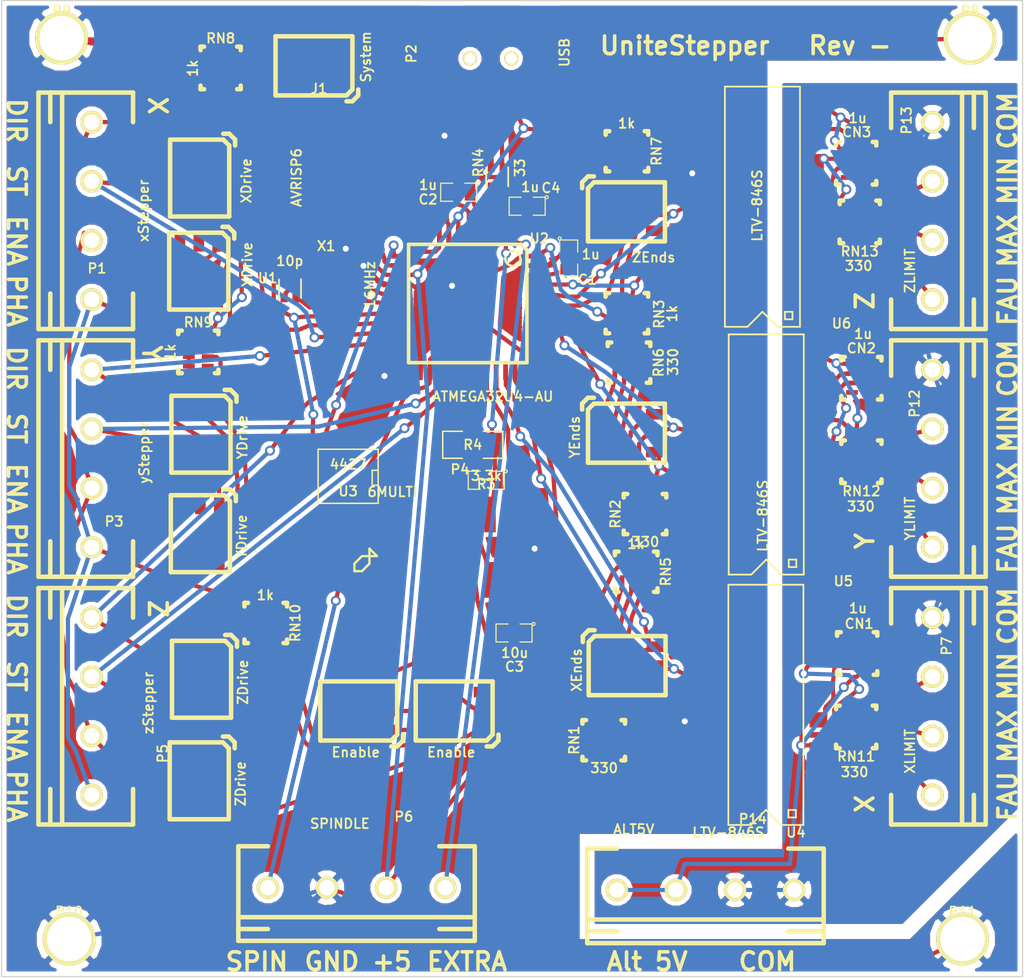
<source format=kicad_pcb>
(kicad_pcb (version 3) (host pcbnew "(2013-jul-07)-stable")

  (general
    (links 250)
    (no_connects 0)
    (area 127.846429 106.539276 216.537858 189.5983)
    (thickness 1.6)
    (drawings 51)
    (tracks 2060)
    (zones 0)
    (modules 56)
    (nets 80)
  )

  (page A3)
  (layers
    (15 F.Cu signal)
    (0 B.Cu signal)
    (16 B.Adhes user)
    (17 F.Adhes user)
    (18 B.Paste user)
    (19 F.Paste user)
    (20 B.SilkS user)
    (21 F.SilkS user)
    (22 B.Mask user)
    (23 F.Mask user)
    (24 Dwgs.User user)
    (25 Cmts.User user)
    (26 Eco1.User user)
    (27 Eco2.User user)
    (28 Edge.Cuts user)
  )

  (setup
    (last_trace_width 0.3556)
    (trace_clearance 0.2667)
    (zone_clearance 0.381)
    (zone_45_only no)
    (trace_min 0.254)
    (segment_width 0.2)
    (edge_width 0.1)
    (via_size 0.8382)
    (via_drill 0.508)
    (via_min_size 0.8382)
    (via_min_drill 0.508)
    (uvia_size 0.508)
    (uvia_drill 0.127)
    (uvias_allowed no)
    (uvia_min_size 0.508)
    (uvia_min_drill 0.127)
    (pcb_text_width 0.3)
    (pcb_text_size 1.5 1.5)
    (mod_edge_width 0.15)
    (mod_text_size 0.8128 0.8128)
    (mod_text_width 0.1524)
    (pad_size 1.5 1.5)
    (pad_drill 0.6)
    (pad_to_mask_clearance 0)
    (aux_axis_origin 0 0)
    (visible_elements FFFFFFBF)
    (pcbplotparams
      (layerselection 284721153)
      (usegerberextensions true)
      (excludeedgelayer true)
      (linewidth 0.150000)
      (plotframeref false)
      (viasonmask false)
      (mode 1)
      (useauxorigin false)
      (hpglpennumber 1)
      (hpglpenspeed 20)
      (hpglpendiameter 15)
      (hpglpenoverlay 2)
      (psnegative false)
      (psa4output false)
      (plotreference true)
      (plotvalue true)
      (plotothertext true)
      (plotinvisibletext false)
      (padsonsilk false)
      (subtractmaskfromsilk false)
      (outputformat 1)
      (mirror false)
      (drillshape 0)
      (scaleselection 1)
      (outputdirectory UniteStepper))
  )

  (net 0 "")
  (net 1 +3.3V)
  (net 2 +5V)
  (net 3 ALT5)
  (net 4 ALTGND)
  (net 5 D+)
  (net 6 D-)
  (net 7 ENAB)
  (net 8 EXTRA)
  (net 9 GND)
  (net 10 MISO)
  (net 11 MOSI)
  (net 12 N-000001)
  (net 13 N-0000010)
  (net 14 N-0000011)
  (net 15 N-0000012)
  (net 16 N-0000013)
  (net 17 N-0000016)
  (net 18 N-0000018)
  (net 19 N-0000019)
  (net 20 N-000002)
  (net 21 N-0000020)
  (net 22 N-0000021)
  (net 23 N-0000022)
  (net 24 N-0000023)
  (net 25 N-0000024)
  (net 26 N-0000025)
  (net 27 N-0000026)
  (net 28 N-0000027)
  (net 29 N-0000028)
  (net 30 N-0000029)
  (net 31 N-000003)
  (net 32 N-0000030)
  (net 33 N-0000031)
  (net 34 N-0000032)
  (net 35 N-0000034)
  (net 36 N-0000035)
  (net 37 N-0000036)
  (net 38 N-0000037)
  (net 39 N-0000038)
  (net 40 N-0000039)
  (net 41 N-000004)
  (net 42 N-0000040)
  (net 43 N-0000042)
  (net 44 N-0000043)
  (net 45 N-0000047)
  (net 46 N-0000048)
  (net 47 N-0000049)
  (net 48 N-000005)
  (net 49 N-0000050)
  (net 50 N-0000051)
  (net 51 N-0000053)
  (net 52 N-000006)
  (net 53 N-0000065)
  (net 54 N-0000066)
  (net 55 N-000007)
  (net 56 N-0000071)
  (net 57 N-0000075)
  (net 58 N-000008)
  (net 59 N-000009)
  (net 60 PHA)
  (net 61 PHAIN)
  (net 62 SCK)
  (net 63 SPINDLE)
  (net 64 SPINDLEOUT)
  (net 65 XDIR)
  (net 66 XFAULT)
  (net 67 XMAX)
  (net 68 XMIN)
  (net 69 XSTEP)
  (net 70 YDIR)
  (net 71 YFAULT)
  (net 72 YMAX)
  (net 73 YMIN)
  (net 74 YSTEP)
  (net 75 ZDIR)
  (net 76 ZFAULT)
  (net 77 ZMAX)
  (net 78 ZMIN)
  (net 79 ZSTEP)

  (net_class Default "This is the default net class."
    (clearance 0.2667)
    (trace_width 0.3556)
    (via_dia 0.8382)
    (via_drill 0.508)
    (uvia_dia 0.508)
    (uvia_drill 0.127)
    (add_net "")
    (add_net +3.3V)
    (add_net +5V)
    (add_net ALT5)
    (add_net ALTGND)
    (add_net D+)
    (add_net D-)
    (add_net ENAB)
    (add_net EXTRA)
    (add_net GND)
    (add_net MISO)
    (add_net MOSI)
    (add_net N-000001)
    (add_net N-0000010)
    (add_net N-0000011)
    (add_net N-0000012)
    (add_net N-0000013)
    (add_net N-0000016)
    (add_net N-0000018)
    (add_net N-0000019)
    (add_net N-000002)
    (add_net N-0000020)
    (add_net N-0000021)
    (add_net N-0000022)
    (add_net N-0000023)
    (add_net N-0000024)
    (add_net N-0000025)
    (add_net N-0000026)
    (add_net N-0000027)
    (add_net N-0000028)
    (add_net N-0000029)
    (add_net N-000003)
    (add_net N-0000030)
    (add_net N-0000031)
    (add_net N-0000032)
    (add_net N-0000034)
    (add_net N-0000035)
    (add_net N-0000036)
    (add_net N-0000037)
    (add_net N-0000038)
    (add_net N-0000039)
    (add_net N-000004)
    (add_net N-0000040)
    (add_net N-0000042)
    (add_net N-0000043)
    (add_net N-0000047)
    (add_net N-0000048)
    (add_net N-0000049)
    (add_net N-000005)
    (add_net N-0000050)
    (add_net N-0000051)
    (add_net N-0000053)
    (add_net N-000006)
    (add_net N-0000065)
    (add_net N-0000066)
    (add_net N-000007)
    (add_net N-0000071)
    (add_net N-0000075)
    (add_net N-000008)
    (add_net N-000009)
    (add_net PHA)
    (add_net PHAIN)
    (add_net SCK)
    (add_net SPINDLE)
    (add_net SPINDLEOUT)
    (add_net XDIR)
    (add_net XFAULT)
    (add_net XMAX)
    (add_net XMIN)
    (add_net XSTEP)
    (add_net YDIR)
    (add_net YFAULT)
    (add_net YMAX)
    (add_net YMIN)
    (add_net YSTEP)
    (add_net ZDIR)
    (add_net ZFAULT)
    (add_net ZMAX)
    (add_net ZMIN)
    (add_net ZSTEP)
  )

  (module XTAL4P (layer F.Cu) (tedit 555BF66C) (tstamp 555A49BB)
    (at 155.6287 131.3612 90)
    (path /52F6ED82)
    (fp_text reference X1 (at 3.9212 0.7313 180) (layer F.SilkS)
      (effects (font (size 0.8128 0.8128) (thickness 0.1524)))
    )
    (fp_text value 16MHz (at 0.635 4.445 90) (layer F.SilkS)
      (effects (font (size 0.8128 0.8128) (thickness 0.1524)))
    )
    (pad 4 smd rect (at 0 0 90) (size 1.397 1.1938)
      (layers F.Cu F.Paste F.Mask)
      (net 9 GND)
    )
    (pad 1 smd rect (at 0 1.7018 90) (size 1.397 1.1938)
      (layers F.Cu F.Paste F.Mask)
      (net 53 N-0000065)
    )
    (pad 3 smd rect (at 2.286 1.7018 90) (size 1.397 1.1938)
      (layers F.Cu F.Paste F.Mask)
      (net 9 GND)
    )
    (pad 2 smd rect (at 2.286 0 90) (size 1.397 1.1938)
      (layers F.Cu F.Paste F.Mask)
      (net 54 N-0000066)
    )
  )

  (module USB-MiniBBig (layer F.Cu) (tedit 521064BD) (tstamp 555A49CB)
    (at 170.2689 111.6711 180)
    (path /53167DF3)
    (fp_text reference P2 (at 6.70052 0.50038 270) (layer F.SilkS)
      (effects (font (size 0.8128 0.8128) (thickness 0.1524)))
    )
    (fp_text value USB (at -6.25094 0.59944 270) (layer F.SilkS)
      (effects (font (size 0.8128 0.8128) (thickness 0.1524)))
    )
    (fp_text user H2959CT-ND (at 0.29972 0.55118 180) (layer F.SilkS) hide
      (effects (font (size 0.8128 0.8128) (thickness 0.1524)))
    )
    (pad 9 smd rect (at 4.09956 3.2004 180) (size 2.49936 2.19964)
      (layers F.Cu F.Paste F.Mask)
      (net 9 GND)
    )
    (pad 8 smd rect (at -4.20116 3.2004 180) (size 2.49936 2.19964)
      (layers F.Cu F.Paste F.Mask)
      (net 9 GND)
    )
    (pad 7 smd rect (at 4.2037 -2.10058 180) (size 2.49936 2.19964)
      (layers F.Cu F.Paste F.Mask)
      (net 9 GND)
    )
    (pad 4 smd rect (at 0.80264 -2.60096 180) (size 0.50038 1.24968)
      (layers F.Cu F.Paste F.Mask)
    )
    (pad 3 smd rect (at 0.00254 -2.60096 180) (size 0.50038 1.24968)
      (layers F.Cu F.Paste F.Mask)
      (net 43 N-0000042)
    )
    (pad 5 smd rect (at 1.60274 -2.60096 180) (size 0.50038 1.24968)
      (layers F.Cu F.Paste F.Mask)
      (net 9 GND)
    )
    (pad 2 smd rect (at -0.79756 -2.60096 180) (size 0.50038 1.24968)
      (layers F.Cu F.Paste F.Mask)
      (net 42 N-0000040)
    )
    (pad 1 smd rect (at -1.59766 -2.60096 180) (size 0.50038 1.24968)
      (layers F.Cu F.Paste F.Mask)
      (net 2 +5V)
    )
    (pad 6 smd rect (at -4.19862 -2.10058 180) (size 2.49936 2.19964)
      (layers F.Cu F.Paste F.Mask)
      (net 9 GND)
    )
    (pad "" thru_hole circle (at -1.75006 0.09906 180) (size 1.19888 1.19888) (drill 0.89916)
      (layers *.Cu *.Mask F.SilkS)
    )
    (pad "" thru_hole circle (at 1.75006 0.09906 180) (size 1.19888 1.19888) (drill 0.89916)
      (layers *.Cu *.Mask F.SilkS)
    )
  )

  (module TQFP44 (layer F.Cu) (tedit 555BF668) (tstamp 555A4A01)
    (at 168.3356 132.3031 270)
    (path /555A7493)
    (attr smd)
    (fp_text reference U2 (at -5.5031 -6.0444 360) (layer F.SilkS)
      (effects (font (size 0.8128 0.8128) (thickness 0.1524)))
    )
    (fp_text value ATMEGA32U4-AU (at 7.8669 -2.1244 360) (layer F.SilkS)
      (effects (font (size 0.8128 0.8128) (thickness 0.1524)))
    )
    (fp_line (start 5.0038 -5.0038) (end 5.0038 5.0038) (layer F.SilkS) (width 0.3048))
    (fp_line (start 5.0038 5.0038) (end -5.0038 5.0038) (layer F.SilkS) (width 0.3048))
    (fp_line (start -5.0038 -4.5212) (end -5.0038 5.0038) (layer F.SilkS) (width 0.3048))
    (fp_line (start -4.5212 -5.0038) (end 5.0038 -5.0038) (layer F.SilkS) (width 0.3048))
    (fp_line (start -5.0038 -4.5212) (end -4.5212 -5.0038) (layer F.SilkS) (width 0.3048))
    (fp_circle (center -3.81 -3.81) (end -3.81 -3.175) (layer F.SilkS) (width 0.2032))
    (pad 39 smd rect (at 0 -5.715 270) (size 0.4064 1.524)
      (layers F.Cu F.Paste F.Mask)
      (net 78 ZMIN)
    )
    (pad 40 smd rect (at -0.8001 -5.715 270) (size 0.4064 1.524)
      (layers F.Cu F.Paste F.Mask)
      (net 77 ZMAX)
    )
    (pad 41 smd rect (at -1.6002 -5.715 270) (size 0.4064 1.524)
      (layers F.Cu F.Paste F.Mask)
      (net 76 ZFAULT)
    )
    (pad 42 smd rect (at -2.4003 -5.715 270) (size 0.4064 1.524)
      (layers F.Cu F.Paste F.Mask)
      (net 44 N-0000043)
    )
    (pad 43 smd rect (at -3.2004 -5.715 270) (size 0.4064 1.524)
      (layers F.Cu F.Paste F.Mask)
      (net 9 GND)
    )
    (pad 44 smd rect (at -4.0005 -5.715 270) (size 0.4064 1.524)
      (layers F.Cu F.Paste F.Mask)
      (net 2 +5V)
    )
    (pad 38 smd rect (at 0.8001 -5.715 270) (size 0.4064 1.524)
      (layers F.Cu F.Paste F.Mask)
      (net 71 YFAULT)
    )
    (pad 37 smd rect (at 1.6002 -5.715 270) (size 0.4064 1.524)
      (layers F.Cu F.Paste F.Mask)
      (net 72 YMAX)
    )
    (pad 36 smd rect (at 2.4003 -5.715 270) (size 0.4064 1.524)
      (layers F.Cu F.Paste F.Mask)
      (net 73 YMIN)
    )
    (pad 35 smd rect (at 3.2004 -5.715 270) (size 0.4064 1.524)
      (layers F.Cu F.Paste F.Mask)
      (net 9 GND)
    )
    (pad 34 smd rect (at 4.0005 -5.715 270) (size 0.4064 1.524)
      (layers F.Cu F.Paste F.Mask)
      (net 2 +5V)
    )
    (pad 17 smd rect (at 0 5.715 270) (size 0.4064 1.524)
      (layers F.Cu F.Paste F.Mask)
      (net 53 N-0000065)
    )
    (pad 16 smd rect (at -0.8001 5.715 270) (size 0.4064 1.524)
      (layers F.Cu F.Paste F.Mask)
      (net 54 N-0000066)
    )
    (pad 15 smd rect (at -1.6002 5.715 270) (size 0.4064 1.524)
      (layers F.Cu F.Paste F.Mask)
      (net 9 GND)
    )
    (pad 14 smd rect (at -2.4003 5.715 270) (size 0.4064 1.524)
      (layers F.Cu F.Paste F.Mask)
      (net 2 +5V)
    )
    (pad 13 smd rect (at -3.2004 5.715 270) (size 0.4064 1.524)
      (layers F.Cu F.Paste F.Mask)
      (net 56 N-0000071)
    )
    (pad 12 smd rect (at -4.0005 5.715 270) (size 0.4064 1.524)
      (layers F.Cu F.Paste F.Mask)
      (net 61 PHAIN)
    )
    (pad 18 smd rect (at 0.8001 5.715 270) (size 0.4064 1.524)
      (layers F.Cu F.Paste F.Mask)
      (net 63 SPINDLE)
    )
    (pad 19 smd rect (at 1.6002 5.715 270) (size 0.4064 1.524)
      (layers F.Cu F.Paste F.Mask)
      (net 65 XDIR)
    )
    (pad 20 smd rect (at 2.4003 5.715 270) (size 0.4064 1.524)
      (layers F.Cu F.Paste F.Mask)
      (net 69 XSTEP)
    )
    (pad 21 smd rect (at 3.2004 5.715 270) (size 0.4064 1.524)
      (layers F.Cu F.Paste F.Mask)
      (net 70 YDIR)
    )
    (pad 22 smd rect (at 4.0005 5.715 270) (size 0.4064 1.524)
      (layers F.Cu F.Paste F.Mask)
      (net 75 ZDIR)
    )
    (pad 6 smd rect (at -5.715 0 270) (size 1.524 0.4064)
      (layers F.Cu F.Paste F.Mask)
      (net 57 N-0000075)
    )
    (pad 28 smd rect (at 5.715 0 270) (size 1.524 0.4064)
      (layers F.Cu F.Paste F.Mask)
      (net 38 N-0000037)
    )
    (pad 7 smd rect (at -5.715 0.8001 270) (size 1.524 0.4064)
      (layers F.Cu F.Paste F.Mask)
      (net 2 +5V)
    )
    (pad 27 smd rect (at 5.715 0.8001 270) (size 1.524 0.4064)
      (layers F.Cu F.Paste F.Mask)
      (net 7 ENAB)
    )
    (pad 26 smd rect (at 5.715 1.6002 270) (size 1.524 0.4064)
      (layers F.Cu F.Paste F.Mask)
      (net 79 ZSTEP)
    )
    (pad 8 smd rect (at -5.715 1.6002 270) (size 1.524 0.4064)
      (layers F.Cu F.Paste F.Mask)
      (net 9 GND)
    )
    (pad 9 smd rect (at -5.715 2.4003 270) (size 1.524 0.4064)
      (layers F.Cu F.Paste F.Mask)
      (net 62 SCK)
    )
    (pad 25 smd rect (at 5.715 2.4003 270) (size 1.524 0.4064)
      (layers F.Cu F.Paste F.Mask)
      (net 74 YSTEP)
    )
    (pad 24 smd rect (at 5.715 3.2004 270) (size 1.524 0.4064)
      (layers F.Cu F.Paste F.Mask)
      (net 2 +5V)
    )
    (pad 10 smd rect (at -5.715 3.2004 270) (size 1.524 0.4064)
      (layers F.Cu F.Paste F.Mask)
      (net 11 MOSI)
    )
    (pad 11 smd rect (at -5.715 4.0005 270) (size 1.524 0.4064)
      (layers F.Cu F.Paste F.Mask)
      (net 10 MISO)
    )
    (pad 23 smd rect (at 5.715 4.0005 270) (size 1.524 0.4064)
      (layers F.Cu F.Paste F.Mask)
      (net 9 GND)
    )
    (pad 29 smd rect (at 5.715 -0.8001 270) (size 1.524 0.4064)
      (layers F.Cu F.Paste F.Mask)
      (net 39 N-0000038)
    )
    (pad 5 smd rect (at -5.715 -0.8001 270) (size 1.524 0.4064)
      (layers F.Cu F.Paste F.Mask)
      (net 9 GND)
    )
    (pad 4 smd rect (at -5.715 -1.6002 270) (size 1.524 0.4064)
      (layers F.Cu F.Paste F.Mask)
      (net 5 D+)
    )
    (pad 30 smd rect (at 5.715 -1.6002 270) (size 1.524 0.4064)
      (layers F.Cu F.Paste F.Mask)
      (net 40 N-0000039)
    )
    (pad 31 smd rect (at 5.715 -2.4003 270) (size 1.524 0.4064)
      (layers F.Cu F.Paste F.Mask)
      (net 68 XMIN)
    )
    (pad 3 smd rect (at -5.715 -2.4003 270) (size 1.524 0.4064)
      (layers F.Cu F.Paste F.Mask)
      (net 6 D-)
    )
    (pad 2 smd rect (at -5.715 -3.2004 270) (size 1.524 0.4064)
      (layers F.Cu F.Paste F.Mask)
      (net 1 +3.3V)
    )
    (pad 32 smd rect (at 5.715 -3.2004 270) (size 1.524 0.4064)
      (layers F.Cu F.Paste F.Mask)
      (net 67 XMAX)
    )
    (pad 33 smd rect (at 5.715 -4.0005 270) (size 1.524 0.4064)
      (layers F.Cu F.Paste F.Mask)
      (net 66 XFAULT)
    )
    (pad 1 smd rect (at -5.715 -4.0005 270) (size 1.524 0.4064)
      (layers F.Cu F.Paste F.Mask)
      (net 8 EXTRA)
    )
  )

  (module SM0805 (layer F.Cu) (tedit 555BF6A1) (tstamp 555A4A32)
    (at 173.3595 124.0719 180)
    (path /52F6E6DE)
    (attr smd)
    (fp_text reference C4 (at -2.0105 1.5419 180) (layer F.SilkS)
      (effects (font (size 0.8128 0.8128) (thickness 0.1524)))
    )
    (fp_text value 1u (at -0.2605 1.6219 180) (layer F.SilkS)
      (effects (font (size 0.8128 0.8128) (thickness 0.1524)))
    )
    (fp_circle (center -1.651 0.762) (end -1.651 0.635) (layer F.SilkS) (width 0.09906))
    (fp_line (start -0.508 0.762) (end -1.524 0.762) (layer F.SilkS) (width 0.09906))
    (fp_line (start -1.524 0.762) (end -1.524 -0.762) (layer F.SilkS) (width 0.09906))
    (fp_line (start -1.524 -0.762) (end -0.508 -0.762) (layer F.SilkS) (width 0.09906))
    (fp_line (start 0.508 -0.762) (end 1.524 -0.762) (layer F.SilkS) (width 0.09906))
    (fp_line (start 1.524 -0.762) (end 1.524 0.762) (layer F.SilkS) (width 0.09906))
    (fp_line (start 1.524 0.762) (end 0.508 0.762) (layer F.SilkS) (width 0.09906))
    (pad 1 smd rect (at -0.9525 0 180) (size 0.889 1.397)
      (layers F.Cu F.Paste F.Mask)
      (net 9 GND)
    )
    (pad 2 smd rect (at 0.9525 0 180) (size 0.889 1.397)
      (layers F.Cu F.Paste F.Mask)
      (net 1 +3.3V)
    )
    (model smd/chip_cms.wrl
      (at (xyz 0 0 0))
      (scale (xyz 0.1 0.1 0.1))
      (rotate (xyz 0 0 0))
    )
  )

  (module SM0805 (layer F.Cu) (tedit 555BF657) (tstamp 555A4A3F)
    (at 167.5714 122.8894 180)
    (path /555A85F8)
    (attr smd)
    (fp_text reference C2 (at 2.5914 -0.6106 180) (layer F.SilkS)
      (effects (font (size 0.8128 0.8128) (thickness 0.1524)))
    )
    (fp_text value 1u (at 2.5914 0.6194 180) (layer F.SilkS)
      (effects (font (size 0.8128 0.8128) (thickness 0.1524)))
    )
    (fp_circle (center -1.651 0.762) (end -1.651 0.635) (layer F.SilkS) (width 0.09906))
    (fp_line (start -0.508 0.762) (end -1.524 0.762) (layer F.SilkS) (width 0.09906))
    (fp_line (start -1.524 0.762) (end -1.524 -0.762) (layer F.SilkS) (width 0.09906))
    (fp_line (start -1.524 -0.762) (end -0.508 -0.762) (layer F.SilkS) (width 0.09906))
    (fp_line (start 0.508 -0.762) (end 1.524 -0.762) (layer F.SilkS) (width 0.09906))
    (fp_line (start 1.524 -0.762) (end 1.524 0.762) (layer F.SilkS) (width 0.09906))
    (fp_line (start 1.524 0.762) (end 0.508 0.762) (layer F.SilkS) (width 0.09906))
    (pad 1 smd rect (at -0.9525 0 180) (size 0.889 1.397)
      (layers F.Cu F.Paste F.Mask)
      (net 9 GND)
    )
    (pad 2 smd rect (at 0.9525 0 180) (size 0.889 1.397)
      (layers F.Cu F.Paste F.Mask)
      (net 57 N-0000075)
    )
    (model smd/chip_cms.wrl
      (at (xyz 0 0 0))
      (scale (xyz 0.1 0.1 0.1))
      (rotate (xyz 0 0 0))
    )
  )

  (module SM0805 (layer F.Cu) (tedit 555BF649) (tstamp 555A4A4C)
    (at 176.8739 128.4555 270)
    (path /555A78BF)
    (attr smd)
    (fp_text reference C1 (at 1.8245 -1.5861 360) (layer F.SilkS)
      (effects (font (size 0.8128 0.8128) (thickness 0.1524)))
    )
    (fp_text value 1u (at -0.3155 -1.8661 360) (layer F.SilkS)
      (effects (font (size 0.8128 0.8128) (thickness 0.1524)))
    )
    (fp_circle (center -1.651 0.762) (end -1.651 0.635) (layer F.SilkS) (width 0.09906))
    (fp_line (start -0.508 0.762) (end -1.524 0.762) (layer F.SilkS) (width 0.09906))
    (fp_line (start -1.524 0.762) (end -1.524 -0.762) (layer F.SilkS) (width 0.09906))
    (fp_line (start -1.524 -0.762) (end -0.508 -0.762) (layer F.SilkS) (width 0.09906))
    (fp_line (start 0.508 -0.762) (end 1.524 -0.762) (layer F.SilkS) (width 0.09906))
    (fp_line (start 1.524 -0.762) (end 1.524 0.762) (layer F.SilkS) (width 0.09906))
    (fp_line (start 1.524 0.762) (end 0.508 0.762) (layer F.SilkS) (width 0.09906))
    (pad 1 smd rect (at -0.9525 0 270) (size 0.889 1.397)
      (layers F.Cu F.Paste F.Mask)
      (net 9 GND)
    )
    (pad 2 smd rect (at 0.9525 0 270) (size 0.889 1.397)
      (layers F.Cu F.Paste F.Mask)
      (net 44 N-0000043)
    )
    (model smd/chip_cms.wrl
      (at (xyz 0 0 0))
      (scale (xyz 0.1 0.1 0.1))
      (rotate (xyz 0 0 0))
    )
  )

  (module RIBBON6SMT (layer F.Cu) (tedit 50FF1173) (tstamp 555A4A56)
    (at 167.6799 150.1439)
    (path /52F6EEE2)
    (fp_text reference P4 (at 0 -3.81) (layer F.SilkS)
      (effects (font (size 0.8128 0.8128) (thickness 0.1524)))
    )
    (fp_text value 6MULTI (at -5.715 -1.905) (layer F.SilkS)
      (effects (font (size 0.8128 0.8128) (thickness 0.1524)))
    )
    (pad 2 smd rect (at 0 0) (size 0.9652 3.0226)
      (layers F.Cu F.Paste F.Mask)
      (net 2 +5V)
    )
    (pad 4 smd rect (at 2.54 0) (size 0.9652 3.0226)
      (layers F.Cu F.Paste F.Mask)
      (net 1 +3.3V)
    )
    (pad 6 smd rect (at 5.08 0) (size 0.9652 3.0226)
      (layers F.Cu F.Paste F.Mask)
      (net 9 GND)
    )
    (pad 1 smd rect (at 0 5.5372) (size 0.9652 3.0226)
      (layers F.Cu F.Paste F.Mask)
      (net 38 N-0000037)
    )
    (pad 3 smd rect (at 2.54 5.5372) (size 0.9652 3.0226)
      (layers F.Cu F.Paste F.Mask)
      (net 39 N-0000038)
    )
    (pad 5 smd rect (at 5.08 5.5372) (size 0.9652 3.0226)
      (layers F.Cu F.Paste F.Mask)
      (net 40 N-0000039)
    )
  )

  (module RIBBON6SMT (layer F.Cu) (tedit 555BF67E) (tstamp 555A4A60)
    (at 155.7545 117.9385)
    (path /52F6E673)
    (fp_text reference J1 (at 0 -3.81) (layer F.SilkS)
      (effects (font (size 0.8128 0.8128) (thickness 0.1524)))
    )
    (fp_text value AVRISP6 (at -1.9045 3.7115 90) (layer F.SilkS)
      (effects (font (size 0.8128 0.8128) (thickness 0.1524)))
    )
    (pad 2 smd rect (at 0 0) (size 0.9652 3.0226)
      (layers F.Cu F.Paste F.Mask)
      (net 2 +5V)
    )
    (pad 4 smd rect (at 2.54 0) (size 0.9652 3.0226)
      (layers F.Cu F.Paste F.Mask)
      (net 11 MOSI)
    )
    (pad 6 smd rect (at 5.08 0) (size 0.9652 3.0226)
      (layers F.Cu F.Paste F.Mask)
      (net 9 GND)
    )
    (pad 1 smd rect (at 0 5.5372) (size 0.9652 3.0226)
      (layers F.Cu F.Paste F.Mask)
      (net 10 MISO)
    )
    (pad 3 smd rect (at 2.54 5.5372) (size 0.9652 3.0226)
      (layers F.Cu F.Paste F.Mask)
      (net 62 SCK)
    )
    (pad 5 smd rect (at 5.08 5.5372) (size 0.9652 3.0226)
      (layers F.Cu F.Paste F.Mask)
      (net 56 N-0000071)
    )
  )

  (module PHOENIX1935187 (layer F.Cu) (tedit 555BF8C6) (tstamp 555A4A70)
    (at 207.645 145.415 90)
    (path /555ADD5E)
    (fp_text reference P12 (at 4.6464 -1.5174 90) (layer F.SilkS)
      (effects (font (size 0.8128 0.8128) (thickness 0.1524)))
    )
    (fp_text value YLIMIT (at -5.08 -1.905 90) (layer F.SilkS)
      (effects (font (size 0.8128 0.8128) (thickness 0.1524)))
    )
    (fp_line (start -10 -3.5) (end -10 4.5) (layer F.SilkS) (width 0.381))
    (fp_line (start 10 -3.5) (end 10 4.5) (layer F.SilkS) (width 0.381))
    (fp_line (start 10 4.5) (end -10 4.5) (layer F.SilkS) (width 0.381))
    (fp_line (start -10 2.5) (end 10 2.5) (layer F.SilkS) (width 0.381))
    (fp_line (start 7 -3.5) (end 10 -3.5) (layer F.SilkS) (width 0.381))
    (fp_line (start 10 3.5) (end 7 3.5) (layer F.SilkS) (width 0.381))
    (fp_line (start -7.5 -3.5) (end -10 -3.5) (layer F.SilkS) (width 0.381))
    (fp_line (start -10 3.5) (end -7.5 3.5) (layer F.SilkS) (width 0.381))
    (pad 1 thru_hole circle (at -7.5 0 90) (size 1.9 1.9) (drill 1.3)
      (layers *.Cu *.Mask F.SilkS)
      (net 59 N-000009)
    )
    (pad 2 thru_hole circle (at -2.5 0 90) (size 1.9 1.9) (drill 1.3)
      (layers *.Cu *.Mask F.SilkS)
      (net 13 N-0000010)
    )
    (pad 3 thru_hole circle (at 2.5 0 90) (size 1.9 1.9) (drill 1.3)
      (layers *.Cu *.Mask F.SilkS)
      (net 14 N-0000011)
    )
    (pad 4 thru_hole circle (at 7.5 0 90) (size 1.9 1.9) (drill 1.3)
      (layers *.Cu *.Mask F.SilkS)
      (net 4 ALTGND)
    )
  )

  (module PHOENIX1935187 (layer F.Cu) (tedit 555BF8C9) (tstamp 555A4A80)
    (at 207.645 124.46 90)
    (path /555ADD77)
    (fp_text reference P13 (at 7.6488 -2.1973 90) (layer F.SilkS)
      (effects (font (size 0.8128 0.8128) (thickness 0.1524)))
    )
    (fp_text value ZLIMIT (at -5.08 -1.905 90) (layer F.SilkS)
      (effects (font (size 0.8128 0.8128) (thickness 0.1524)))
    )
    (fp_line (start -10 -3.5) (end -10 4.5) (layer F.SilkS) (width 0.381))
    (fp_line (start 10 -3.5) (end 10 4.5) (layer F.SilkS) (width 0.381))
    (fp_line (start 10 4.5) (end -10 4.5) (layer F.SilkS) (width 0.381))
    (fp_line (start -10 2.5) (end 10 2.5) (layer F.SilkS) (width 0.381))
    (fp_line (start 7 -3.5) (end 10 -3.5) (layer F.SilkS) (width 0.381))
    (fp_line (start 10 3.5) (end 7 3.5) (layer F.SilkS) (width 0.381))
    (fp_line (start -7.5 -3.5) (end -10 -3.5) (layer F.SilkS) (width 0.381))
    (fp_line (start -10 3.5) (end -7.5 3.5) (layer F.SilkS) (width 0.381))
    (pad 1 thru_hole circle (at -7.5 0 90) (size 1.9 1.9) (drill 1.3)
      (layers *.Cu *.Mask F.SilkS)
      (net 12 N-000001)
    )
    (pad 2 thru_hole circle (at -2.5 0 90) (size 1.9 1.9) (drill 1.3)
      (layers *.Cu *.Mask F.SilkS)
      (net 48 N-000005)
    )
    (pad 3 thru_hole circle (at 2.5 0 90) (size 1.9 1.9) (drill 1.3)
      (layers *.Cu *.Mask F.SilkS)
      (net 52 N-000006)
    )
    (pad 4 thru_hole circle (at 7.5 0 90) (size 1.9 1.9) (drill 1.3)
      (layers *.Cu *.Mask F.SilkS)
      (net 4 ALTGND)
    )
  )

  (module PHOENIX1935187 (layer F.Cu) (tedit 555BF8D7) (tstamp 555A4A90)
    (at 207.645 166.37 90)
    (path /555A70F9)
    (fp_text reference P7 (at 5.099 1.1948 90) (layer F.SilkS)
      (effects (font (size 0.8128 0.8128) (thickness 0.1524)))
    )
    (fp_text value XLIMIT (at -3.81 -1.905 90) (layer F.SilkS)
      (effects (font (size 0.8128 0.8128) (thickness 0.1524)))
    )
    (fp_line (start -10 -3.5) (end -10 4.5) (layer F.SilkS) (width 0.381))
    (fp_line (start 10 -3.5) (end 10 4.5) (layer F.SilkS) (width 0.381))
    (fp_line (start 10 4.5) (end -10 4.5) (layer F.SilkS) (width 0.381))
    (fp_line (start -10 2.5) (end 10 2.5) (layer F.SilkS) (width 0.381))
    (fp_line (start 7 -3.5) (end 10 -3.5) (layer F.SilkS) (width 0.381))
    (fp_line (start 10 3.5) (end 7 3.5) (layer F.SilkS) (width 0.381))
    (fp_line (start -7.5 -3.5) (end -10 -3.5) (layer F.SilkS) (width 0.381))
    (fp_line (start -10 3.5) (end -7.5 3.5) (layer F.SilkS) (width 0.381))
    (pad 1 thru_hole circle (at -7.5 0 90) (size 1.9 1.9) (drill 1.3)
      (layers *.Cu *.Mask F.SilkS)
      (net 18 N-0000018)
    )
    (pad 2 thru_hole circle (at -2.5 0 90) (size 1.9 1.9) (drill 1.3)
      (layers *.Cu *.Mask F.SilkS)
      (net 19 N-0000019)
    )
    (pad 3 thru_hole circle (at 2.5 0 90) (size 1.9 1.9) (drill 1.3)
      (layers *.Cu *.Mask F.SilkS)
      (net 21 N-0000020)
    )
    (pad 4 thru_hole circle (at 7.5 0 90) (size 1.9 1.9) (drill 1.3)
      (layers *.Cu *.Mask F.SilkS)
      (net 4 ALTGND)
    )
  )

  (module PHOENIX1935187 (layer F.Cu) (tedit 555BF5D9) (tstamp 555A4AA0)
    (at 158.93 181.71)
    (path /555A69C3)
    (fp_text reference P6 (at 4 -6) (layer F.SilkS)
      (effects (font (size 0.8128 0.8128) (thickness 0.1524)))
    )
    (fp_text value SPINDLE (at -1.4144 -5.4121) (layer F.SilkS)
      (effects (font (size 0.8128 0.8128) (thickness 0.1524)))
    )
    (fp_line (start -10 -3.5) (end -10 4.5) (layer F.SilkS) (width 0.381))
    (fp_line (start 10 -3.5) (end 10 4.5) (layer F.SilkS) (width 0.381))
    (fp_line (start 10 4.5) (end -10 4.5) (layer F.SilkS) (width 0.381))
    (fp_line (start -10 2.5) (end 10 2.5) (layer F.SilkS) (width 0.381))
    (fp_line (start 7 -3.5) (end 10 -3.5) (layer F.SilkS) (width 0.381))
    (fp_line (start 10 3.5) (end 7 3.5) (layer F.SilkS) (width 0.381))
    (fp_line (start -7.5 -3.5) (end -10 -3.5) (layer F.SilkS) (width 0.381))
    (fp_line (start -10 3.5) (end -7.5 3.5) (layer F.SilkS) (width 0.381))
    (pad 1 thru_hole circle (at -7.5 0) (size 1.9 1.9) (drill 1.3)
      (layers *.Cu *.Mask F.SilkS)
      (net 64 SPINDLEOUT)
    )
    (pad 2 thru_hole circle (at -2.5 0) (size 1.9 1.9) (drill 1.3)
      (layers *.Cu *.Mask F.SilkS)
      (net 9 GND)
    )
    (pad 3 thru_hole circle (at 2.5 0) (size 1.9 1.9) (drill 1.3)
      (layers *.Cu *.Mask F.SilkS)
      (net 2 +5V)
    )
    (pad 4 thru_hole circle (at 7.5 0) (size 1.9 1.9) (drill 1.3)
      (layers *.Cu *.Mask F.SilkS)
      (net 8 EXTRA)
    )
  )

  (module PHOENIX1935187 (layer F.Cu) (tedit 555BF6A9) (tstamp 555A4AB0)
    (at 136.525 124.46 270)
    (path /555A3B8C)
    (fp_text reference P1 (at 4.8775 -0.4537 360) (layer F.SilkS)
      (effects (font (size 0.8128 0.8128) (thickness 0.1524)))
    )
    (fp_text value xStepper (at -0.0025 -4.3937 270) (layer F.SilkS)
      (effects (font (size 0.8128 0.8128) (thickness 0.1524)))
    )
    (fp_line (start -10 -3.5) (end -10 4.5) (layer F.SilkS) (width 0.381))
    (fp_line (start 10 -3.5) (end 10 4.5) (layer F.SilkS) (width 0.381))
    (fp_line (start 10 4.5) (end -10 4.5) (layer F.SilkS) (width 0.381))
    (fp_line (start -10 2.5) (end 10 2.5) (layer F.SilkS) (width 0.381))
    (fp_line (start 7 -3.5) (end 10 -3.5) (layer F.SilkS) (width 0.381))
    (fp_line (start 10 3.5) (end 7 3.5) (layer F.SilkS) (width 0.381))
    (fp_line (start -7.5 -3.5) (end -10 -3.5) (layer F.SilkS) (width 0.381))
    (fp_line (start -10 3.5) (end -7.5 3.5) (layer F.SilkS) (width 0.381))
    (pad 1 thru_hole circle (at -7.5 0 270) (size 1.9 1.9) (drill 1.3)
      (layers *.Cu *.Mask F.SilkS)
      (net 65 XDIR)
    )
    (pad 2 thru_hole circle (at -2.5 0 270) (size 1.9 1.9) (drill 1.3)
      (layers *.Cu *.Mask F.SilkS)
      (net 69 XSTEP)
    )
    (pad 3 thru_hole circle (at 2.5 0 270) (size 1.9 1.9) (drill 1.3)
      (layers *.Cu *.Mask F.SilkS)
      (net 7 ENAB)
    )
    (pad 4 thru_hole circle (at 7.5 0 270) (size 1.9 1.9) (drill 1.3)
      (layers *.Cu *.Mask F.SilkS)
      (net 60 PHA)
    )
  )

  (module PHOENIX1935187 (layer F.Cu) (tedit 555BF6AE) (tstamp 555A4AC0)
    (at 136.525 145.415 270)
    (path /555A3B84)
    (fp_text reference P3 (at 5.3251 -1.9006 360) (layer F.SilkS)
      (effects (font (size 0.8128 0.8128) (thickness 0.1524)))
    )
    (fp_text value yStepper (at -0.4949 -4.4506 270) (layer F.SilkS)
      (effects (font (size 0.8128 0.8128) (thickness 0.1524)))
    )
    (fp_line (start -10 -3.5) (end -10 4.5) (layer F.SilkS) (width 0.381))
    (fp_line (start 10 -3.5) (end 10 4.5) (layer F.SilkS) (width 0.381))
    (fp_line (start 10 4.5) (end -10 4.5) (layer F.SilkS) (width 0.381))
    (fp_line (start -10 2.5) (end 10 2.5) (layer F.SilkS) (width 0.381))
    (fp_line (start 7 -3.5) (end 10 -3.5) (layer F.SilkS) (width 0.381))
    (fp_line (start 10 3.5) (end 7 3.5) (layer F.SilkS) (width 0.381))
    (fp_line (start -7.5 -3.5) (end -10 -3.5) (layer F.SilkS) (width 0.381))
    (fp_line (start -10 3.5) (end -7.5 3.5) (layer F.SilkS) (width 0.381))
    (pad 1 thru_hole circle (at -7.5 0 270) (size 1.9 1.9) (drill 1.3)
      (layers *.Cu *.Mask F.SilkS)
      (net 70 YDIR)
    )
    (pad 2 thru_hole circle (at -2.5 0 270) (size 1.9 1.9) (drill 1.3)
      (layers *.Cu *.Mask F.SilkS)
      (net 74 YSTEP)
    )
    (pad 3 thru_hole circle (at 2.5 0 270) (size 1.9 1.9) (drill 1.3)
      (layers *.Cu *.Mask F.SilkS)
      (net 7 ENAB)
    )
    (pad 4 thru_hole circle (at 7.5 0 270) (size 1.9 1.9) (drill 1.3)
      (layers *.Cu *.Mask F.SilkS)
      (net 60 PHA)
    )
  )

  (module PHOENIX1935187 (layer F.Cu) (tedit 555BF555) (tstamp 555A4AD0)
    (at 136.525 166.37 270)
    (path /555A3B5D)
    (fp_text reference P5 (at 4 -6 270) (layer F.SilkS)
      (effects (font (size 0.8128 0.8128) (thickness 0.1524)))
    )
    (fp_text value zStepper (at -0.2821 -4.7993 270) (layer F.SilkS)
      (effects (font (size 0.8128 0.8128) (thickness 0.1524)))
    )
    (fp_line (start -10 -3.5) (end -10 4.5) (layer F.SilkS) (width 0.381))
    (fp_line (start 10 -3.5) (end 10 4.5) (layer F.SilkS) (width 0.381))
    (fp_line (start 10 4.5) (end -10 4.5) (layer F.SilkS) (width 0.381))
    (fp_line (start -10 2.5) (end 10 2.5) (layer F.SilkS) (width 0.381))
    (fp_line (start 7 -3.5) (end 10 -3.5) (layer F.SilkS) (width 0.381))
    (fp_line (start 10 3.5) (end 7 3.5) (layer F.SilkS) (width 0.381))
    (fp_line (start -7.5 -3.5) (end -10 -3.5) (layer F.SilkS) (width 0.381))
    (fp_line (start -10 3.5) (end -7.5 3.5) (layer F.SilkS) (width 0.381))
    (pad 1 thru_hole circle (at -7.5 0 270) (size 1.9 1.9) (drill 1.3)
      (layers *.Cu *.Mask F.SilkS)
      (net 75 ZDIR)
    )
    (pad 2 thru_hole circle (at -2.5 0 270) (size 1.9 1.9) (drill 1.3)
      (layers *.Cu *.Mask F.SilkS)
      (net 79 ZSTEP)
    )
    (pad 3 thru_hole circle (at 2.5 0 270) (size 1.9 1.9) (drill 1.3)
      (layers *.Cu *.Mask F.SilkS)
      (net 7 ENAB)
    )
    (pad 4 thru_hole circle (at 7.5 0 270) (size 1.9 1.9) (drill 1.3)
      (layers *.Cu *.Mask F.SilkS)
      (net 60 PHA)
    )
  )

  (module PHOENIX1935187 (layer F.Cu) (tedit 555BF5D5) (tstamp 555A4AE0)
    (at 188.4432 181.9063)
    (path /555B958C)
    (fp_text reference P14 (at 4 -6) (layer F.SilkS)
      (effects (font (size 0.8128 0.8128) (thickness 0.1524)))
    )
    (fp_text value ALT5V (at -6.0632 -5.1263) (layer F.SilkS)
      (effects (font (size 0.8128 0.8128) (thickness 0.1524)))
    )
    (fp_line (start -10 -3.5) (end -10 4.5) (layer F.SilkS) (width 0.381))
    (fp_line (start 10 -3.5) (end 10 4.5) (layer F.SilkS) (width 0.381))
    (fp_line (start 10 4.5) (end -10 4.5) (layer F.SilkS) (width 0.381))
    (fp_line (start -10 2.5) (end 10 2.5) (layer F.SilkS) (width 0.381))
    (fp_line (start 7 -3.5) (end 10 -3.5) (layer F.SilkS) (width 0.381))
    (fp_line (start 10 3.5) (end 7 3.5) (layer F.SilkS) (width 0.381))
    (fp_line (start -7.5 -3.5) (end -10 -3.5) (layer F.SilkS) (width 0.381))
    (fp_line (start -10 3.5) (end -7.5 3.5) (layer F.SilkS) (width 0.381))
    (pad 1 thru_hole circle (at -7.5 0) (size 1.9 1.9) (drill 1.3)
      (layers *.Cu *.Mask F.SilkS)
      (net 3 ALT5)
    )
    (pad 2 thru_hole circle (at -2.5 0) (size 1.9 1.9) (drill 1.3)
      (layers *.Cu *.Mask F.SilkS)
      (net 3 ALT5)
    )
    (pad 3 thru_hole circle (at 2.5 0) (size 1.9 1.9) (drill 1.3)
      (layers *.Cu *.Mask F.SilkS)
      (net 4 ALTGND)
    )
    (pad 4 thru_hole circle (at 7.5 0) (size 1.9 1.9) (drill 1.3)
      (layers *.Cu *.Mask F.SilkS)
      (net 4 ALTGND)
    )
  )

  (module NETWORK1206 (layer F.Cu) (tedit 53BF1A34) (tstamp 555A4AF4)
    (at 151.2486 159.325)
    (path /555B215D)
    (fp_text reference RN10 (at 2.5 0 90) (layer F.SilkS)
      (effects (font (size 0.8128 0.8128) (thickness 0.1524)))
    )
    (fp_text value 1k (at -0.033 -2.356) (layer F.SilkS)
      (effects (font (size 0.8128 0.8128) (thickness 0.1524)))
    )
    (fp_line (start 1.8 1.4) (end 1.8 1.7) (layer F.SilkS) (width 0.381))
    (fp_line (start 1.8 1.7) (end 1.5 1.7) (layer F.SilkS) (width 0.381))
    (fp_line (start -1.8 -1.4) (end -1.8 -1.7) (layer F.SilkS) (width 0.381))
    (fp_line (start -1.8 -1.7) (end -1.5 -1.7) (layer F.SilkS) (width 0.381))
    (fp_line (start 1.5 -1.7) (end 1.8 -1.7) (layer F.SilkS) (width 0.381))
    (fp_line (start 1.8 -1.7) (end 1.8 -1.4) (layer F.SilkS) (width 0.381))
    (fp_line (start -1.8 1.4) (end -1.8 1.7) (layer F.SilkS) (width 0.381))
    (fp_line (start -1.8 1.7) (end -1.5 1.7) (layer F.SilkS) (width 0.381))
    (pad 1 smd rect (at -1.2 0.8) (size 0.4 1)
      (layers F.Cu F.Paste F.Mask)
      (net 46 N-0000048)
    )
    (pad 2 smd rect (at -0.4 0.8) (size 0.4 1)
      (layers F.Cu F.Paste F.Mask)
      (net 51 N-0000053)
    )
    (pad 3 smd rect (at 0.4 0.8) (size 0.4 1)
      (layers F.Cu F.Paste F.Mask)
      (net 49 N-0000050)
    )
    (pad 4 smd rect (at 1.2 0.8) (size 0.4 1)
      (layers F.Cu F.Paste F.Mask)
      (net 47 N-0000049)
    )
    (pad 5 smd rect (at 1.2 -0.8) (size 0.4 1)
      (layers F.Cu F.Paste F.Mask)
      (net 60 PHA)
    )
    (pad 6 smd rect (at 0.4 -0.8) (size 0.4 1)
      (layers F.Cu F.Paste F.Mask)
      (net 60 PHA)
    )
    (pad 7 smd rect (at -0.4 -0.8) (size 0.4 1)
      (layers F.Cu F.Paste F.Mask)
      (net 60 PHA)
    )
    (pad 8 smd rect (at -1.2 -0.8) (size 0.4 1)
      (layers F.Cu F.Paste F.Mask)
      (net 60 PHA)
    )
  )

  (module NETWORK1206 (layer F.Cu) (tedit 53BF1A34) (tstamp 555A4B08)
    (at 182.5841 154.9934)
    (path /555B34CF)
    (fp_text reference RN5 (at 2.5 0 90) (layer F.SilkS)
      (effects (font (size 0.8128 0.8128) (thickness 0.1524)))
    )
    (fp_text value 1k (at -0.033 -2.356) (layer F.SilkS)
      (effects (font (size 0.8128 0.8128) (thickness 0.1524)))
    )
    (fp_line (start 1.8 1.4) (end 1.8 1.7) (layer F.SilkS) (width 0.381))
    (fp_line (start 1.8 1.7) (end 1.5 1.7) (layer F.SilkS) (width 0.381))
    (fp_line (start -1.8 -1.4) (end -1.8 -1.7) (layer F.SilkS) (width 0.381))
    (fp_line (start -1.8 -1.7) (end -1.5 -1.7) (layer F.SilkS) (width 0.381))
    (fp_line (start 1.5 -1.7) (end 1.8 -1.7) (layer F.SilkS) (width 0.381))
    (fp_line (start 1.8 -1.7) (end 1.8 -1.4) (layer F.SilkS) (width 0.381))
    (fp_line (start -1.8 1.4) (end -1.8 1.7) (layer F.SilkS) (width 0.381))
    (fp_line (start -1.8 1.7) (end -1.5 1.7) (layer F.SilkS) (width 0.381))
    (pad 1 smd rect (at -1.2 0.8) (size 0.4 1)
      (layers F.Cu F.Paste F.Mask)
      (net 30 N-0000029)
    )
    (pad 2 smd rect (at -0.4 0.8) (size 0.4 1)
      (layers F.Cu F.Paste F.Mask)
      (net 29 N-0000028)
    )
    (pad 3 smd rect (at 0.4 0.8) (size 0.4 1)
      (layers F.Cu F.Paste F.Mask)
      (net 22 N-0000021)
    )
    (pad 4 smd rect (at 1.2 0.8) (size 0.4 1)
      (layers F.Cu F.Paste F.Mask)
    )
    (pad 5 smd rect (at 1.2 -0.8) (size 0.4 1)
      (layers F.Cu F.Paste F.Mask)
      (net 2 +5V)
    )
    (pad 6 smd rect (at 0.4 -0.8) (size 0.4 1)
      (layers F.Cu F.Paste F.Mask)
      (net 2 +5V)
    )
    (pad 7 smd rect (at -0.4 -0.8) (size 0.4 1)
      (layers F.Cu F.Paste F.Mask)
      (net 2 +5V)
    )
    (pad 8 smd rect (at -1.2 -0.8) (size 0.4 1)
      (layers F.Cu F.Paste F.Mask)
      (net 2 +5V)
    )
  )

  (module NETWORK1206 (layer F.Cu) (tedit 53BF1A34) (tstamp 555A4B1C)
    (at 145.5452 136.3958 90)
    (path /555B2157)
    (fp_text reference RN9 (at 2.5 0 180) (layer F.SilkS)
      (effects (font (size 0.8128 0.8128) (thickness 0.1524)))
    )
    (fp_text value 1k (at -0.033 -2.356 90) (layer F.SilkS)
      (effects (font (size 0.8128 0.8128) (thickness 0.1524)))
    )
    (fp_line (start 1.8 1.4) (end 1.8 1.7) (layer F.SilkS) (width 0.381))
    (fp_line (start 1.8 1.7) (end 1.5 1.7) (layer F.SilkS) (width 0.381))
    (fp_line (start -1.8 -1.4) (end -1.8 -1.7) (layer F.SilkS) (width 0.381))
    (fp_line (start -1.8 -1.7) (end -1.5 -1.7) (layer F.SilkS) (width 0.381))
    (fp_line (start 1.5 -1.7) (end 1.8 -1.7) (layer F.SilkS) (width 0.381))
    (fp_line (start 1.8 -1.7) (end 1.8 -1.4) (layer F.SilkS) (width 0.381))
    (fp_line (start -1.8 1.4) (end -1.8 1.7) (layer F.SilkS) (width 0.381))
    (fp_line (start -1.8 1.7) (end -1.5 1.7) (layer F.SilkS) (width 0.381))
    (pad 1 smd rect (at -1.2 0.8 90) (size 0.4 1)
      (layers F.Cu F.Paste F.Mask)
      (net 45 N-0000047)
    )
    (pad 2 smd rect (at -0.4 0.8 90) (size 0.4 1)
      (layers F.Cu F.Paste F.Mask)
      (net 50 N-0000051)
    )
    (pad 3 smd rect (at 0.4 0.8 90) (size 0.4 1)
      (layers F.Cu F.Paste F.Mask)
      (net 32 N-0000030)
    )
    (pad 4 smd rect (at 1.2 0.8 90) (size 0.4 1)
      (layers F.Cu F.Paste F.Mask)
      (net 33 N-0000031)
    )
    (pad 5 smd rect (at 1.2 -0.8 90) (size 0.4 1)
      (layers F.Cu F.Paste F.Mask)
      (net 60 PHA)
    )
    (pad 6 smd rect (at 0.4 -0.8 90) (size 0.4 1)
      (layers F.Cu F.Paste F.Mask)
      (net 60 PHA)
    )
    (pad 7 smd rect (at -0.4 -0.8 90) (size 0.4 1)
      (layers F.Cu F.Paste F.Mask)
      (net 60 PHA)
    )
    (pad 8 smd rect (at -1.2 -0.8 90) (size 0.4 1)
      (layers F.Cu F.Paste F.Mask)
      (net 60 PHA)
    )
  )

  (module NETWORK1206 (layer F.Cu) (tedit 53BF1A34) (tstamp 555A4B30)
    (at 147.4332 112.3741 90)
    (path /555B073B)
    (fp_text reference RN8 (at 2.5 0 180) (layer F.SilkS)
      (effects (font (size 0.8128 0.8128) (thickness 0.1524)))
    )
    (fp_text value 1k (at -0.033 -2.356 90) (layer F.SilkS)
      (effects (font (size 0.8128 0.8128) (thickness 0.1524)))
    )
    (fp_line (start 1.8 1.4) (end 1.8 1.7) (layer F.SilkS) (width 0.381))
    (fp_line (start 1.8 1.7) (end 1.5 1.7) (layer F.SilkS) (width 0.381))
    (fp_line (start -1.8 -1.4) (end -1.8 -1.7) (layer F.SilkS) (width 0.381))
    (fp_line (start -1.8 -1.7) (end -1.5 -1.7) (layer F.SilkS) (width 0.381))
    (fp_line (start 1.5 -1.7) (end 1.8 -1.7) (layer F.SilkS) (width 0.381))
    (fp_line (start 1.8 -1.7) (end 1.8 -1.4) (layer F.SilkS) (width 0.381))
    (fp_line (start -1.8 1.4) (end -1.8 1.7) (layer F.SilkS) (width 0.381))
    (fp_line (start -1.8 1.7) (end -1.5 1.7) (layer F.SilkS) (width 0.381))
    (pad 1 smd rect (at -1.2 0.8 90) (size 0.4 1)
      (layers F.Cu F.Paste F.Mask)
      (net 36 N-0000035)
    )
    (pad 2 smd rect (at -0.4 0.8 90) (size 0.4 1)
      (layers F.Cu F.Paste F.Mask)
      (net 35 N-0000034)
    )
    (pad 3 smd rect (at 0.4 0.8 90) (size 0.4 1)
      (layers F.Cu F.Paste F.Mask)
      (net 34 N-0000032)
    )
    (pad 4 smd rect (at 1.2 0.8 90) (size 0.4 1)
      (layers F.Cu F.Paste F.Mask)
    )
    (pad 5 smd rect (at 1.2 -0.8 90) (size 0.4 1)
      (layers F.Cu F.Paste F.Mask)
      (net 9 GND)
    )
    (pad 6 smd rect (at 0.4 -0.8 90) (size 0.4 1)
      (layers F.Cu F.Paste F.Mask)
      (net 9 GND)
    )
    (pad 7 smd rect (at -0.4 -0.8 90) (size 0.4 1)
      (layers F.Cu F.Paste F.Mask)
      (net 9 GND)
    )
    (pad 8 smd rect (at -1.2 -0.8 90) (size 0.4 1)
      (layers F.Cu F.Paste F.Mask)
      (net 9 GND)
    )
  )

  (module NETWORK1206 (layer F.Cu) (tedit 555BF63E) (tstamp 555A4B44)
    (at 181.976 137.3018)
    (path /555B34D5)
    (fp_text reference RN6 (at 2.5 0 90) (layer F.SilkS)
      (effects (font (size 0.8128 0.8128) (thickness 0.1524)))
    )
    (fp_text value 1k (at 3.644 -4.1418 90) (layer F.SilkS)
      (effects (font (size 0.8128 0.8128) (thickness 0.1524)))
    )
    (fp_line (start 1.8 1.4) (end 1.8 1.7) (layer F.SilkS) (width 0.381))
    (fp_line (start 1.8 1.7) (end 1.5 1.7) (layer F.SilkS) (width 0.381))
    (fp_line (start -1.8 -1.4) (end -1.8 -1.7) (layer F.SilkS) (width 0.381))
    (fp_line (start -1.8 -1.7) (end -1.5 -1.7) (layer F.SilkS) (width 0.381))
    (fp_line (start 1.5 -1.7) (end 1.8 -1.7) (layer F.SilkS) (width 0.381))
    (fp_line (start 1.8 -1.7) (end 1.8 -1.4) (layer F.SilkS) (width 0.381))
    (fp_line (start -1.8 1.4) (end -1.8 1.7) (layer F.SilkS) (width 0.381))
    (fp_line (start -1.8 1.7) (end -1.5 1.7) (layer F.SilkS) (width 0.381))
    (pad 1 smd rect (at -1.2 0.8) (size 0.4 1)
      (layers F.Cu F.Paste F.Mask)
      (net 28 N-0000027)
    )
    (pad 2 smd rect (at -0.4 0.8) (size 0.4 1)
      (layers F.Cu F.Paste F.Mask)
      (net 27 N-0000026)
    )
    (pad 3 smd rect (at 0.4 0.8) (size 0.4 1)
      (layers F.Cu F.Paste F.Mask)
      (net 26 N-0000025)
    )
    (pad 4 smd rect (at 1.2 0.8) (size 0.4 1)
      (layers F.Cu F.Paste F.Mask)
    )
    (pad 5 smd rect (at 1.2 -0.8) (size 0.4 1)
      (layers F.Cu F.Paste F.Mask)
      (net 2 +5V)
    )
    (pad 6 smd rect (at 0.4 -0.8) (size 0.4 1)
      (layers F.Cu F.Paste F.Mask)
      (net 2 +5V)
    )
    (pad 7 smd rect (at -0.4 -0.8) (size 0.4 1)
      (layers F.Cu F.Paste F.Mask)
      (net 2 +5V)
    )
    (pad 8 smd rect (at -1.2 -0.8) (size 0.4 1)
      (layers F.Cu F.Paste F.Mask)
      (net 2 +5V)
    )
  )

  (module NETWORK1206 (layer F.Cu) (tedit 555BF711) (tstamp 555A4B58)
    (at 201.189 120.4384 270)
    (path /555ADFE2)
    (fp_text reference CN3 (at -2.6284 -0.051 360) (layer F.SilkS)
      (effects (font (size 0.8128 0.8128) (thickness 0.1524)))
    )
    (fp_text value 1u (at -3.8184 -0.131 360) (layer F.SilkS)
      (effects (font (size 0.8128 0.8128) (thickness 0.1524)))
    )
    (fp_line (start 1.8 1.4) (end 1.8 1.7) (layer F.SilkS) (width 0.381))
    (fp_line (start 1.8 1.7) (end 1.5 1.7) (layer F.SilkS) (width 0.381))
    (fp_line (start -1.8 -1.4) (end -1.8 -1.7) (layer F.SilkS) (width 0.381))
    (fp_line (start -1.8 -1.7) (end -1.5 -1.7) (layer F.SilkS) (width 0.381))
    (fp_line (start 1.5 -1.7) (end 1.8 -1.7) (layer F.SilkS) (width 0.381))
    (fp_line (start 1.8 -1.7) (end 1.8 -1.4) (layer F.SilkS) (width 0.381))
    (fp_line (start -1.8 1.4) (end -1.8 1.7) (layer F.SilkS) (width 0.381))
    (fp_line (start -1.8 1.7) (end -1.5 1.7) (layer F.SilkS) (width 0.381))
    (pad 1 smd rect (at -1.2 0.8 270) (size 0.4 1)
      (layers F.Cu F.Paste F.Mask)
      (net 20 N-000002)
    )
    (pad 2 smd rect (at -0.4 0.8 270) (size 0.4 1)
      (layers F.Cu F.Paste F.Mask)
      (net 41 N-000004)
    )
    (pad 3 smd rect (at 0.4 0.8 270) (size 0.4 1)
      (layers F.Cu F.Paste F.Mask)
      (net 31 N-000003)
    )
    (pad 4 smd rect (at 1.2 0.8 270) (size 0.4 1)
      (layers F.Cu F.Paste F.Mask)
    )
    (pad 5 smd rect (at 1.2 -0.8 270) (size 0.4 1)
      (layers F.Cu F.Paste F.Mask)
    )
    (pad 6 smd rect (at 0.4 -0.8 270) (size 0.4 1)
      (layers F.Cu F.Paste F.Mask)
      (net 3 ALT5)
    )
    (pad 7 smd rect (at -0.4 -0.8 270) (size 0.4 1)
      (layers F.Cu F.Paste F.Mask)
      (net 3 ALT5)
    )
    (pad 8 smd rect (at -1.2 -0.8 270) (size 0.4 1)
      (layers F.Cu F.Paste F.Mask)
      (net 3 ALT5)
    )
  )

  (module NETWORK1206 (layer F.Cu) (tedit 555BF708) (tstamp 555A4B6C)
    (at 201.6317 138.6248 270)
    (path /555ADFDC)
    (fp_text reference CN2 (at -2.5348 0.0017 360) (layer F.SilkS)
      (effects (font (size 0.8128 0.8128) (thickness 0.1524)))
    )
    (fp_text value 1u (at -3.7548 -0.1483 360) (layer F.SilkS)
      (effects (font (size 0.8128 0.8128) (thickness 0.1524)))
    )
    (fp_line (start 1.8 1.4) (end 1.8 1.7) (layer F.SilkS) (width 0.381))
    (fp_line (start 1.8 1.7) (end 1.5 1.7) (layer F.SilkS) (width 0.381))
    (fp_line (start -1.8 -1.4) (end -1.8 -1.7) (layer F.SilkS) (width 0.381))
    (fp_line (start -1.8 -1.7) (end -1.5 -1.7) (layer F.SilkS) (width 0.381))
    (fp_line (start 1.5 -1.7) (end 1.8 -1.7) (layer F.SilkS) (width 0.381))
    (fp_line (start 1.8 -1.7) (end 1.8 -1.4) (layer F.SilkS) (width 0.381))
    (fp_line (start -1.8 1.4) (end -1.8 1.7) (layer F.SilkS) (width 0.381))
    (fp_line (start -1.8 1.7) (end -1.5 1.7) (layer F.SilkS) (width 0.381))
    (pad 1 smd rect (at -1.2 0.8 270) (size 0.4 1)
      (layers F.Cu F.Paste F.Mask)
      (net 37 N-0000036)
    )
    (pad 2 smd rect (at -0.4 0.8 270) (size 0.4 1)
      (layers F.Cu F.Paste F.Mask)
      (net 58 N-000008)
    )
    (pad 3 smd rect (at 0.4 0.8 270) (size 0.4 1)
      (layers F.Cu F.Paste F.Mask)
      (net 55 N-000007)
    )
    (pad 4 smd rect (at 1.2 0.8 270) (size 0.4 1)
      (layers F.Cu F.Paste F.Mask)
    )
    (pad 5 smd rect (at 1.2 -0.8 270) (size 0.4 1)
      (layers F.Cu F.Paste F.Mask)
    )
    (pad 6 smd rect (at 0.4 -0.8 270) (size 0.4 1)
      (layers F.Cu F.Paste F.Mask)
      (net 3 ALT5)
    )
    (pad 7 smd rect (at -0.4 -0.8 270) (size 0.4 1)
      (layers F.Cu F.Paste F.Mask)
      (net 3 ALT5)
    )
    (pad 8 smd rect (at -1.2 -0.8 270) (size 0.4 1)
      (layers F.Cu F.Paste F.Mask)
      (net 3 ALT5)
    )
  )

  (module NETWORK1206 (layer F.Cu) (tedit 555BF6EA) (tstamp 555A4B80)
    (at 201.2752 161.9036 270)
    (path /555ADFCA)
    (fp_text reference CN1 (at -2.5136 -0.1748 360) (layer F.SilkS)
      (effects (font (size 0.8128 0.8128) (thickness 0.1524)))
    )
    (fp_text value 1u (at -3.8236 -0.0648 360) (layer F.SilkS)
      (effects (font (size 0.8128 0.8128) (thickness 0.1524)))
    )
    (fp_line (start 1.8 1.4) (end 1.8 1.7) (layer F.SilkS) (width 0.381))
    (fp_line (start 1.8 1.7) (end 1.5 1.7) (layer F.SilkS) (width 0.381))
    (fp_line (start -1.8 -1.4) (end -1.8 -1.7) (layer F.SilkS) (width 0.381))
    (fp_line (start -1.8 -1.7) (end -1.5 -1.7) (layer F.SilkS) (width 0.381))
    (fp_line (start 1.5 -1.7) (end 1.8 -1.7) (layer F.SilkS) (width 0.381))
    (fp_line (start 1.8 -1.7) (end 1.8 -1.4) (layer F.SilkS) (width 0.381))
    (fp_line (start -1.8 1.4) (end -1.8 1.7) (layer F.SilkS) (width 0.381))
    (fp_line (start -1.8 1.7) (end -1.5 1.7) (layer F.SilkS) (width 0.381))
    (pad 1 smd rect (at -1.2 0.8 270) (size 0.4 1)
      (layers F.Cu F.Paste F.Mask)
      (net 15 N-0000012)
    )
    (pad 2 smd rect (at -0.4 0.8 270) (size 0.4 1)
      (layers F.Cu F.Paste F.Mask)
      (net 17 N-0000016)
    )
    (pad 3 smd rect (at 0.4 0.8 270) (size 0.4 1)
      (layers F.Cu F.Paste F.Mask)
      (net 16 N-0000013)
    )
    (pad 4 smd rect (at 1.2 0.8 270) (size 0.4 1)
      (layers F.Cu F.Paste F.Mask)
    )
    (pad 5 smd rect (at 1.2 -0.8 270) (size 0.4 1)
      (layers F.Cu F.Paste F.Mask)
      (net 3 ALT5)
    )
    (pad 6 smd rect (at 0.4 -0.8 270) (size 0.4 1)
      (layers F.Cu F.Paste F.Mask)
      (net 3 ALT5)
    )
    (pad 7 smd rect (at -0.4 -0.8 270) (size 0.4 1)
      (layers F.Cu F.Paste F.Mask)
      (net 3 ALT5)
    )
    (pad 8 smd rect (at -1.2 -0.8 270) (size 0.4 1)
      (layers F.Cu F.Paste F.Mask)
      (net 3 ALT5)
    )
  )

  (module NETWORK1206 (layer F.Cu) (tedit 555BF70B) (tstamp 555A4B94)
    (at 201.4926 125.3975 270)
    (path /555ADD7D)
    (fp_text reference RN13 (at 2.5 0 360) (layer F.SilkS)
      (effects (font (size 0.8128 0.8128) (thickness 0.1524)))
    )
    (fp_text value 330 (at 3.7225 0.0926 360) (layer F.SilkS)
      (effects (font (size 0.8128 0.8128) (thickness 0.1524)))
    )
    (fp_line (start 1.8 1.4) (end 1.8 1.7) (layer F.SilkS) (width 0.381))
    (fp_line (start 1.8 1.7) (end 1.5 1.7) (layer F.SilkS) (width 0.381))
    (fp_line (start -1.8 -1.4) (end -1.8 -1.7) (layer F.SilkS) (width 0.381))
    (fp_line (start -1.8 -1.7) (end -1.5 -1.7) (layer F.SilkS) (width 0.381))
    (fp_line (start 1.5 -1.7) (end 1.8 -1.7) (layer F.SilkS) (width 0.381))
    (fp_line (start 1.8 -1.7) (end 1.8 -1.4) (layer F.SilkS) (width 0.381))
    (fp_line (start -1.8 1.4) (end -1.8 1.7) (layer F.SilkS) (width 0.381))
    (fp_line (start -1.8 1.7) (end -1.5 1.7) (layer F.SilkS) (width 0.381))
    (pad 1 smd rect (at -1.2 0.8 270) (size 0.4 1)
      (layers F.Cu F.Paste F.Mask)
      (net 20 N-000002)
    )
    (pad 2 smd rect (at -0.4 0.8 270) (size 0.4 1)
      (layers F.Cu F.Paste F.Mask)
      (net 41 N-000004)
    )
    (pad 3 smd rect (at 0.4 0.8 270) (size 0.4 1)
      (layers F.Cu F.Paste F.Mask)
      (net 31 N-000003)
    )
    (pad 4 smd rect (at 1.2 0.8 270) (size 0.4 1)
      (layers F.Cu F.Paste F.Mask)
    )
    (pad 5 smd rect (at 1.2 -0.8 270) (size 0.4 1)
      (layers F.Cu F.Paste F.Mask)
    )
    (pad 6 smd rect (at 0.4 -0.8 270) (size 0.4 1)
      (layers F.Cu F.Paste F.Mask)
      (net 12 N-000001)
    )
    (pad 7 smd rect (at -0.4 -0.8 270) (size 0.4 1)
      (layers F.Cu F.Paste F.Mask)
      (net 48 N-000005)
    )
    (pad 8 smd rect (at -1.2 -0.8 270) (size 0.4 1)
      (layers F.Cu F.Paste F.Mask)
      (net 52 N-000006)
    )
  )

  (module NETWORK1206 (layer F.Cu) (tedit 53BF1A34) (tstamp 555A4BA8)
    (at 181.8023 119.4265)
    (path /555B34DB)
    (fp_text reference RN7 (at 2.5 0 90) (layer F.SilkS)
      (effects (font (size 0.8128 0.8128) (thickness 0.1524)))
    )
    (fp_text value 1k (at -0.033 -2.356) (layer F.SilkS)
      (effects (font (size 0.8128 0.8128) (thickness 0.1524)))
    )
    (fp_line (start 1.8 1.4) (end 1.8 1.7) (layer F.SilkS) (width 0.381))
    (fp_line (start 1.8 1.7) (end 1.5 1.7) (layer F.SilkS) (width 0.381))
    (fp_line (start -1.8 -1.4) (end -1.8 -1.7) (layer F.SilkS) (width 0.381))
    (fp_line (start -1.8 -1.7) (end -1.5 -1.7) (layer F.SilkS) (width 0.381))
    (fp_line (start 1.5 -1.7) (end 1.8 -1.7) (layer F.SilkS) (width 0.381))
    (fp_line (start 1.8 -1.7) (end 1.8 -1.4) (layer F.SilkS) (width 0.381))
    (fp_line (start -1.8 1.4) (end -1.8 1.7) (layer F.SilkS) (width 0.381))
    (fp_line (start -1.8 1.7) (end -1.5 1.7) (layer F.SilkS) (width 0.381))
    (pad 1 smd rect (at -1.2 0.8) (size 0.4 1)
      (layers F.Cu F.Paste F.Mask)
      (net 25 N-0000024)
    )
    (pad 2 smd rect (at -0.4 0.8) (size 0.4 1)
      (layers F.Cu F.Paste F.Mask)
      (net 24 N-0000023)
    )
    (pad 3 smd rect (at 0.4 0.8) (size 0.4 1)
      (layers F.Cu F.Paste F.Mask)
      (net 23 N-0000022)
    )
    (pad 4 smd rect (at 1.2 0.8) (size 0.4 1)
      (layers F.Cu F.Paste F.Mask)
    )
    (pad 5 smd rect (at 1.2 -0.8) (size 0.4 1)
      (layers F.Cu F.Paste F.Mask)
      (net 2 +5V)
    )
    (pad 6 smd rect (at 0.4 -0.8) (size 0.4 1)
      (layers F.Cu F.Paste F.Mask)
      (net 2 +5V)
    )
    (pad 7 smd rect (at -0.4 -0.8) (size 0.4 1)
      (layers F.Cu F.Paste F.Mask)
      (net 2 +5V)
    )
    (pad 8 smd rect (at -1.2 -0.8) (size 0.4 1)
      (layers F.Cu F.Paste F.Mask)
      (net 2 +5V)
    )
  )

  (module NETWORK1206 (layer F.Cu) (tedit 555BF6ED) (tstamp 555A4BBC)
    (at 201.1897 168.1153 270)
    (path /555AD530)
    (fp_text reference RN11 (at 2.5 0 360) (layer F.SilkS)
      (effects (font (size 0.8128 0.8128) (thickness 0.1524)))
    )
    (fp_text value 330 (at 3.8247 0.1297 360) (layer F.SilkS)
      (effects (font (size 0.8128 0.8128) (thickness 0.1524)))
    )
    (fp_line (start 1.8 1.4) (end 1.8 1.7) (layer F.SilkS) (width 0.381))
    (fp_line (start 1.8 1.7) (end 1.5 1.7) (layer F.SilkS) (width 0.381))
    (fp_line (start -1.8 -1.4) (end -1.8 -1.7) (layer F.SilkS) (width 0.381))
    (fp_line (start -1.8 -1.7) (end -1.5 -1.7) (layer F.SilkS) (width 0.381))
    (fp_line (start 1.5 -1.7) (end 1.8 -1.7) (layer F.SilkS) (width 0.381))
    (fp_line (start 1.8 -1.7) (end 1.8 -1.4) (layer F.SilkS) (width 0.381))
    (fp_line (start -1.8 1.4) (end -1.8 1.7) (layer F.SilkS) (width 0.381))
    (fp_line (start -1.8 1.7) (end -1.5 1.7) (layer F.SilkS) (width 0.381))
    (pad 1 smd rect (at -1.2 0.8 270) (size 0.4 1)
      (layers F.Cu F.Paste F.Mask)
      (net 15 N-0000012)
    )
    (pad 2 smd rect (at -0.4 0.8 270) (size 0.4 1)
      (layers F.Cu F.Paste F.Mask)
      (net 17 N-0000016)
    )
    (pad 3 smd rect (at 0.4 0.8 270) (size 0.4 1)
      (layers F.Cu F.Paste F.Mask)
      (net 16 N-0000013)
    )
    (pad 4 smd rect (at 1.2 0.8 270) (size 0.4 1)
      (layers F.Cu F.Paste F.Mask)
    )
    (pad 5 smd rect (at 1.2 -0.8 270) (size 0.4 1)
      (layers F.Cu F.Paste F.Mask)
    )
    (pad 6 smd rect (at 0.4 -0.8 270) (size 0.4 1)
      (layers F.Cu F.Paste F.Mask)
      (net 18 N-0000018)
    )
    (pad 7 smd rect (at -0.4 -0.8 270) (size 0.4 1)
      (layers F.Cu F.Paste F.Mask)
      (net 19 N-0000019)
    )
    (pad 8 smd rect (at -1.2 -0.8 270) (size 0.4 1)
      (layers F.Cu F.Paste F.Mask)
      (net 21 N-0000020)
    )
  )

  (module NETWORK1206 (layer F.Cu) (tedit 555BF641) (tstamp 555A4BD0)
    (at 181.7959 133.1226 180)
    (path /555AD2FC)
    (fp_text reference RN3 (at -2.7241 -0.0774 270) (layer F.SilkS)
      (effects (font (size 0.8128 0.8128) (thickness 0.1524)))
    )
    (fp_text value 330 (at -3.9041 -4.1174 270) (layer F.SilkS)
      (effects (font (size 0.8128 0.8128) (thickness 0.1524)))
    )
    (fp_line (start 1.8 1.4) (end 1.8 1.7) (layer F.SilkS) (width 0.381))
    (fp_line (start 1.8 1.7) (end 1.5 1.7) (layer F.SilkS) (width 0.381))
    (fp_line (start -1.8 -1.4) (end -1.8 -1.7) (layer F.SilkS) (width 0.381))
    (fp_line (start -1.8 -1.7) (end -1.5 -1.7) (layer F.SilkS) (width 0.381))
    (fp_line (start 1.5 -1.7) (end 1.8 -1.7) (layer F.SilkS) (width 0.381))
    (fp_line (start 1.8 -1.7) (end 1.8 -1.4) (layer F.SilkS) (width 0.381))
    (fp_line (start -1.8 1.4) (end -1.8 1.7) (layer F.SilkS) (width 0.381))
    (fp_line (start -1.8 1.7) (end -1.5 1.7) (layer F.SilkS) (width 0.381))
    (pad 1 smd rect (at -1.2 0.8 180) (size 0.4 1)
      (layers F.Cu F.Paste F.Mask)
    )
    (pad 2 smd rect (at -0.4 0.8 180) (size 0.4 1)
      (layers F.Cu F.Paste F.Mask)
      (net 76 ZFAULT)
    )
    (pad 3 smd rect (at 0.4 0.8 180) (size 0.4 1)
      (layers F.Cu F.Paste F.Mask)
      (net 77 ZMAX)
    )
    (pad 4 smd rect (at 1.2 0.8 180) (size 0.4 1)
      (layers F.Cu F.Paste F.Mask)
      (net 78 ZMIN)
    )
    (pad 5 smd rect (at 1.2 -0.8 180) (size 0.4 1)
      (layers F.Cu F.Paste F.Mask)
      (net 2 +5V)
    )
    (pad 6 smd rect (at 0.4 -0.8 180) (size 0.4 1)
      (layers F.Cu F.Paste F.Mask)
      (net 2 +5V)
    )
    (pad 7 smd rect (at -0.4 -0.8 180) (size 0.4 1)
      (layers F.Cu F.Paste F.Mask)
      (net 2 +5V)
    )
    (pad 8 smd rect (at -1.2 -0.8 180) (size 0.4 1)
      (layers F.Cu F.Paste F.Mask)
      (net 2 +5V)
    )
  )

  (module NETWORK1206 (layer F.Cu) (tedit 53BF1A34) (tstamp 555A4BE4)
    (at 183.3286 150.1117 180)
    (path /555AD2E4)
    (fp_text reference RN2 (at 2.5 0 270) (layer F.SilkS)
      (effects (font (size 0.8128 0.8128) (thickness 0.1524)))
    )
    (fp_text value 330 (at -0.033 -2.356 180) (layer F.SilkS)
      (effects (font (size 0.8128 0.8128) (thickness 0.1524)))
    )
    (fp_line (start 1.8 1.4) (end 1.8 1.7) (layer F.SilkS) (width 0.381))
    (fp_line (start 1.8 1.7) (end 1.5 1.7) (layer F.SilkS) (width 0.381))
    (fp_line (start -1.8 -1.4) (end -1.8 -1.7) (layer F.SilkS) (width 0.381))
    (fp_line (start -1.8 -1.7) (end -1.5 -1.7) (layer F.SilkS) (width 0.381))
    (fp_line (start 1.5 -1.7) (end 1.8 -1.7) (layer F.SilkS) (width 0.381))
    (fp_line (start 1.8 -1.7) (end 1.8 -1.4) (layer F.SilkS) (width 0.381))
    (fp_line (start -1.8 1.4) (end -1.8 1.7) (layer F.SilkS) (width 0.381))
    (fp_line (start -1.8 1.7) (end -1.5 1.7) (layer F.SilkS) (width 0.381))
    (pad 1 smd rect (at -1.2 0.8 180) (size 0.4 1)
      (layers F.Cu F.Paste F.Mask)
    )
    (pad 2 smd rect (at -0.4 0.8 180) (size 0.4 1)
      (layers F.Cu F.Paste F.Mask)
      (net 71 YFAULT)
    )
    (pad 3 smd rect (at 0.4 0.8 180) (size 0.4 1)
      (layers F.Cu F.Paste F.Mask)
      (net 72 YMAX)
    )
    (pad 4 smd rect (at 1.2 0.8 180) (size 0.4 1)
      (layers F.Cu F.Paste F.Mask)
      (net 73 YMIN)
    )
    (pad 5 smd rect (at 1.2 -0.8 180) (size 0.4 1)
      (layers F.Cu F.Paste F.Mask)
      (net 2 +5V)
    )
    (pad 6 smd rect (at 0.4 -0.8 180) (size 0.4 1)
      (layers F.Cu F.Paste F.Mask)
      (net 2 +5V)
    )
    (pad 7 smd rect (at -0.4 -0.8 180) (size 0.4 1)
      (layers F.Cu F.Paste F.Mask)
      (net 2 +5V)
    )
    (pad 8 smd rect (at -1.2 -0.8 180) (size 0.4 1)
      (layers F.Cu F.Paste F.Mask)
      (net 2 +5V)
    )
  )

  (module NETWORK1206 (layer F.Cu) (tedit 53BF1A34) (tstamp 555A4BF8)
    (at 179.8385 169.2395 180)
    (path /555ACC49)
    (fp_text reference RN1 (at 2.5 0 270) (layer F.SilkS)
      (effects (font (size 0.8128 0.8128) (thickness 0.1524)))
    )
    (fp_text value 330 (at -0.033 -2.356 180) (layer F.SilkS)
      (effects (font (size 0.8128 0.8128) (thickness 0.1524)))
    )
    (fp_line (start 1.8 1.4) (end 1.8 1.7) (layer F.SilkS) (width 0.381))
    (fp_line (start 1.8 1.7) (end 1.5 1.7) (layer F.SilkS) (width 0.381))
    (fp_line (start -1.8 -1.4) (end -1.8 -1.7) (layer F.SilkS) (width 0.381))
    (fp_line (start -1.8 -1.7) (end -1.5 -1.7) (layer F.SilkS) (width 0.381))
    (fp_line (start 1.5 -1.7) (end 1.8 -1.7) (layer F.SilkS) (width 0.381))
    (fp_line (start 1.8 -1.7) (end 1.8 -1.4) (layer F.SilkS) (width 0.381))
    (fp_line (start -1.8 1.4) (end -1.8 1.7) (layer F.SilkS) (width 0.381))
    (fp_line (start -1.8 1.7) (end -1.5 1.7) (layer F.SilkS) (width 0.381))
    (pad 1 smd rect (at -1.2 0.8 180) (size 0.4 1)
      (layers F.Cu F.Paste F.Mask)
    )
    (pad 2 smd rect (at -0.4 0.8 180) (size 0.4 1)
      (layers F.Cu F.Paste F.Mask)
      (net 66 XFAULT)
    )
    (pad 3 smd rect (at 0.4 0.8 180) (size 0.4 1)
      (layers F.Cu F.Paste F.Mask)
      (net 67 XMAX)
    )
    (pad 4 smd rect (at 1.2 0.8 180) (size 0.4 1)
      (layers F.Cu F.Paste F.Mask)
      (net 68 XMIN)
    )
    (pad 5 smd rect (at 1.2 -0.8 180) (size 0.4 1)
      (layers F.Cu F.Paste F.Mask)
      (net 2 +5V)
    )
    (pad 6 smd rect (at 0.4 -0.8 180) (size 0.4 1)
      (layers F.Cu F.Paste F.Mask)
      (net 2 +5V)
    )
    (pad 7 smd rect (at -0.4 -0.8 180) (size 0.4 1)
      (layers F.Cu F.Paste F.Mask)
      (net 2 +5V)
    )
    (pad 8 smd rect (at -1.2 -0.8 180) (size 0.4 1)
      (layers F.Cu F.Paste F.Mask)
      (net 2 +5V)
    )
  )

  (module NETWORK1206 (layer F.Cu) (tedit 555BF700) (tstamp 555A4C0C)
    (at 201.6321 145.6786 270)
    (path /555ADD64)
    (fp_text reference RN12 (at 2.5 0 360) (layer F.SilkS)
      (effects (font (size 0.8128 0.8128) (thickness 0.1524)))
    )
    (fp_text value 330 (at 3.7914 0.0421 360) (layer F.SilkS)
      (effects (font (size 0.8128 0.8128) (thickness 0.1524)))
    )
    (fp_line (start 1.8 1.4) (end 1.8 1.7) (layer F.SilkS) (width 0.381))
    (fp_line (start 1.8 1.7) (end 1.5 1.7) (layer F.SilkS) (width 0.381))
    (fp_line (start -1.8 -1.4) (end -1.8 -1.7) (layer F.SilkS) (width 0.381))
    (fp_line (start -1.8 -1.7) (end -1.5 -1.7) (layer F.SilkS) (width 0.381))
    (fp_line (start 1.5 -1.7) (end 1.8 -1.7) (layer F.SilkS) (width 0.381))
    (fp_line (start 1.8 -1.7) (end 1.8 -1.4) (layer F.SilkS) (width 0.381))
    (fp_line (start -1.8 1.4) (end -1.8 1.7) (layer F.SilkS) (width 0.381))
    (fp_line (start -1.8 1.7) (end -1.5 1.7) (layer F.SilkS) (width 0.381))
    (pad 1 smd rect (at -1.2 0.8 270) (size 0.4 1)
      (layers F.Cu F.Paste F.Mask)
      (net 37 N-0000036)
    )
    (pad 2 smd rect (at -0.4 0.8 270) (size 0.4 1)
      (layers F.Cu F.Paste F.Mask)
      (net 58 N-000008)
    )
    (pad 3 smd rect (at 0.4 0.8 270) (size 0.4 1)
      (layers F.Cu F.Paste F.Mask)
      (net 55 N-000007)
    )
    (pad 4 smd rect (at 1.2 0.8 270) (size 0.4 1)
      (layers F.Cu F.Paste F.Mask)
    )
    (pad 5 smd rect (at 1.2 -0.8 270) (size 0.4 1)
      (layers F.Cu F.Paste F.Mask)
    )
    (pad 6 smd rect (at 0.4 -0.8 270) (size 0.4 1)
      (layers F.Cu F.Paste F.Mask)
      (net 59 N-000009)
    )
    (pad 7 smd rect (at -0.4 -0.8 270) (size 0.4 1)
      (layers F.Cu F.Paste F.Mask)
      (net 13 N-0000010)
    )
    (pad 8 smd rect (at -1.2 -0.8 270) (size 0.4 1)
      (layers F.Cu F.Paste F.Mask)
      (net 14 N-0000011)
    )
  )

  (module NETWORK0606 (layer F.Cu) (tedit 555BF652) (tstamp 555A4C16)
    (at 170.8278 121.6075 90)
    (path /555A8527)
    (fp_text reference RN4 (at 1.2175 -1.5978 90) (layer F.SilkS)
      (effects (font (size 0.8128 0.8128) (thickness 0.1524)))
    )
    (fp_text value 33 (at 0.7875 1.9222 90) (layer F.SilkS)
      (effects (font (size 0.8128 0.8128) (thickness 0.1524)))
    )
    (fp_line (start 0.8 -0.93) (end -0.8 -0.93) (layer F.SilkS) (width 0.15))
    (fp_line (start -0.78 0.93) (end 0.82 0.93) (layer F.SilkS) (width 0.15))
    (pad 1 smd rect (at -0.8 -0.5 90) (size 0.7 0.6)
      (layers F.Cu F.Paste F.Mask)
      (net 5 D+)
    )
    (pad 2 smd rect (at 0.8 -0.5 90) (size 0.7 0.6)
      (layers F.Cu F.Paste F.Mask)
      (net 43 N-0000042)
    )
    (pad 3 smd rect (at -0.8 0.5 90) (size 0.7 0.6)
      (layers F.Cu F.Paste F.Mask)
      (net 6 D-)
    )
    (pad 4 smd rect (at 0.8 0.5 90) (size 0.7 0.6)
      (layers F.Cu F.Paste F.Mask)
      (net 42 N-0000040)
    )
  )

  (module 5050RGB (layer F.Cu) (tedit 55236550) (tstamp 555A4C28)
    (at 159.1136 166.7665 180)
    (path /555BA224)
    (fp_text reference RGB12 (at 0 3.50012 180) (layer F.SilkS) hide
      (effects (font (size 0.8128 0.8128) (thickness 0.1524)))
    )
    (fp_text value Enable (at 0.24892 -3.50012 180) (layer F.SilkS)
      (effects (font (size 0.8128 0.8128) (thickness 0.1524)))
    )
    (fp_line (start -3.74904 -1.99898) (end -3.74904 -2.49936) (layer F.SilkS) (width 0.381))
    (fp_line (start -3.74904 -2.49936) (end -3.2512 -2.99974) (layer F.SilkS) (width 0.381))
    (fp_line (start -3.2512 -2.99974) (end -2.75082 -2.99974) (layer F.SilkS) (width 0.381))
    (fp_line (start -3.2512 -1.99898) (end -2.75082 -2.49936) (layer F.SilkS) (width 0.381))
    (fp_line (start -2.75082 -2.49936) (end 3.2512 -2.49936) (layer F.SilkS) (width 0.381))
    (fp_line (start 3.2512 -2.49936) (end 3.2512 2.49936) (layer F.SilkS) (width 0.381))
    (fp_line (start 3.2512 2.49936) (end -3.2512 2.49936) (layer F.SilkS) (width 0.381))
    (fp_line (start -3.2512 2.49936) (end -3.2512 -1.99898) (layer F.SilkS) (width 0.381))
    (pad 1 smd rect (at -2.45364 -1.6002 180) (size 1.60782 0.89916)
      (layers F.Cu F.Paste F.Mask)
      (net 47 N-0000049)
    )
    (pad 2 smd rect (at -2.45364 0 180) (size 1.60782 0.89916)
      (layers F.Cu F.Paste F.Mask)
      (net 49 N-0000050)
    )
    (pad 3 smd rect (at -2.45364 1.6002 180) (size 1.60782 0.89916)
      (layers F.Cu F.Paste F.Mask)
    )
    (pad 4 smd rect (at 2.45364 1.6002 180) (size 1.60782 0.89916)
      (layers F.Cu F.Paste F.Mask)
    )
    (pad 5 smd rect (at 2.45364 0 180) (size 1.60782 0.89916)
      (layers F.Cu F.Paste F.Mask)
      (net 7 ENAB)
    )
    (pad 6 smd rect (at 2.45364 -1.6002 180) (size 1.60782 0.89916)
      (layers F.Cu F.Paste F.Mask)
      (net 7 ENAB)
    )
  )

  (module 5050RGB (layer F.Cu) (tedit 55236550) (tstamp 555A4C3A)
    (at 145.8174 164.0857 270)
    (path /555BA21E)
    (fp_text reference RGB10 (at 0 3.50012 270) (layer F.SilkS) hide
      (effects (font (size 0.8128 0.8128) (thickness 0.1524)))
    )
    (fp_text value ZDrive (at 0.24892 -3.50012 270) (layer F.SilkS)
      (effects (font (size 0.8128 0.8128) (thickness 0.1524)))
    )
    (fp_line (start -3.74904 -1.99898) (end -3.74904 -2.49936) (layer F.SilkS) (width 0.381))
    (fp_line (start -3.74904 -2.49936) (end -3.2512 -2.99974) (layer F.SilkS) (width 0.381))
    (fp_line (start -3.2512 -2.99974) (end -2.75082 -2.99974) (layer F.SilkS) (width 0.381))
    (fp_line (start -3.2512 -1.99898) (end -2.75082 -2.49936) (layer F.SilkS) (width 0.381))
    (fp_line (start -2.75082 -2.49936) (end 3.2512 -2.49936) (layer F.SilkS) (width 0.381))
    (fp_line (start 3.2512 -2.49936) (end 3.2512 2.49936) (layer F.SilkS) (width 0.381))
    (fp_line (start 3.2512 2.49936) (end -3.2512 2.49936) (layer F.SilkS) (width 0.381))
    (fp_line (start -3.2512 2.49936) (end -3.2512 -1.99898) (layer F.SilkS) (width 0.381))
    (pad 1 smd rect (at -2.45364 -1.6002 270) (size 1.60782 0.89916)
      (layers F.Cu F.Paste F.Mask)
      (net 51 N-0000053)
    )
    (pad 2 smd rect (at -2.45364 0 270) (size 1.60782 0.89916)
      (layers F.Cu F.Paste F.Mask)
      (net 46 N-0000048)
    )
    (pad 3 smd rect (at -2.45364 1.6002 270) (size 1.60782 0.89916)
      (layers F.Cu F.Paste F.Mask)
    )
    (pad 4 smd rect (at 2.45364 1.6002 270) (size 1.60782 0.89916)
      (layers F.Cu F.Paste F.Mask)
    )
    (pad 5 smd rect (at 2.45364 0 270) (size 1.60782 0.89916)
      (layers F.Cu F.Paste F.Mask)
      (net 79 ZSTEP)
    )
    (pad 6 smd rect (at 2.45364 -1.6002 270) (size 1.60782 0.89916)
      (layers F.Cu F.Paste F.Mask)
      (net 75 ZDIR)
    )
  )

  (module 5050RGB (layer F.Cu) (tedit 55236550) (tstamp 555A4C4C)
    (at 145.7721 143.3556 270)
    (path /555B9184)
    (fp_text reference RGB8 (at 0 3.50012 270) (layer F.SilkS) hide
      (effects (font (size 0.8128 0.8128) (thickness 0.1524)))
    )
    (fp_text value YDrive (at 0.24892 -3.50012 270) (layer F.SilkS)
      (effects (font (size 0.8128 0.8128) (thickness 0.1524)))
    )
    (fp_line (start -3.74904 -1.99898) (end -3.74904 -2.49936) (layer F.SilkS) (width 0.381))
    (fp_line (start -3.74904 -2.49936) (end -3.2512 -2.99974) (layer F.SilkS) (width 0.381))
    (fp_line (start -3.2512 -2.99974) (end -2.75082 -2.99974) (layer F.SilkS) (width 0.381))
    (fp_line (start -3.2512 -1.99898) (end -2.75082 -2.49936) (layer F.SilkS) (width 0.381))
    (fp_line (start -2.75082 -2.49936) (end 3.2512 -2.49936) (layer F.SilkS) (width 0.381))
    (fp_line (start 3.2512 -2.49936) (end 3.2512 2.49936) (layer F.SilkS) (width 0.381))
    (fp_line (start 3.2512 2.49936) (end -3.2512 2.49936) (layer F.SilkS) (width 0.381))
    (fp_line (start -3.2512 2.49936) (end -3.2512 -1.99898) (layer F.SilkS) (width 0.381))
    (pad 1 smd rect (at -2.45364 -1.6002 270) (size 1.60782 0.89916)
      (layers F.Cu F.Paste F.Mask)
      (net 50 N-0000051)
    )
    (pad 2 smd rect (at -2.45364 0 270) (size 1.60782 0.89916)
      (layers F.Cu F.Paste F.Mask)
      (net 45 N-0000047)
    )
    (pad 3 smd rect (at -2.45364 1.6002 270) (size 1.60782 0.89916)
      (layers F.Cu F.Paste F.Mask)
    )
    (pad 4 smd rect (at 2.45364 1.6002 270) (size 1.60782 0.89916)
      (layers F.Cu F.Paste F.Mask)
    )
    (pad 5 smd rect (at 2.45364 0 270) (size 1.60782 0.89916)
      (layers F.Cu F.Paste F.Mask)
      (net 74 YSTEP)
    )
    (pad 6 smd rect (at 2.45364 -1.6002 270) (size 1.60782 0.89916)
      (layers F.Cu F.Paste F.Mask)
      (net 70 YDIR)
    )
  )

  (module 5050RGB (layer F.Cu) (tedit 555BF678) (tstamp 555A4C5E)
    (at 145.66 121.69 270)
    (path /555B7B18)
    (fp_text reference RGB6 (at 0 3.50012 270) (layer F.SilkS) hide
      (effects (font (size 0.8128 0.8128) (thickness 0.1524)))
    )
    (fp_text value XDrive (at 0.23 -3.95 270) (layer F.SilkS)
      (effects (font (size 0.8128 0.8128) (thickness 0.1524)))
    )
    (fp_line (start -3.74904 -1.99898) (end -3.74904 -2.49936) (layer F.SilkS) (width 0.381))
    (fp_line (start -3.74904 -2.49936) (end -3.2512 -2.99974) (layer F.SilkS) (width 0.381))
    (fp_line (start -3.2512 -2.99974) (end -2.75082 -2.99974) (layer F.SilkS) (width 0.381))
    (fp_line (start -3.2512 -1.99898) (end -2.75082 -2.49936) (layer F.SilkS) (width 0.381))
    (fp_line (start -2.75082 -2.49936) (end 3.2512 -2.49936) (layer F.SilkS) (width 0.381))
    (fp_line (start 3.2512 -2.49936) (end 3.2512 2.49936) (layer F.SilkS) (width 0.381))
    (fp_line (start 3.2512 2.49936) (end -3.2512 2.49936) (layer F.SilkS) (width 0.381))
    (fp_line (start -3.2512 2.49936) (end -3.2512 -1.99898) (layer F.SilkS) (width 0.381))
    (pad 1 smd rect (at -2.45364 -1.6002 270) (size 1.60782 0.89916)
      (layers F.Cu F.Paste F.Mask)
      (net 33 N-0000031)
    )
    (pad 2 smd rect (at -2.45364 0 270) (size 1.60782 0.89916)
      (layers F.Cu F.Paste F.Mask)
      (net 32 N-0000030)
    )
    (pad 3 smd rect (at -2.45364 1.6002 270) (size 1.60782 0.89916)
      (layers F.Cu F.Paste F.Mask)
    )
    (pad 4 smd rect (at 2.45364 1.6002 270) (size 1.60782 0.89916)
      (layers F.Cu F.Paste F.Mask)
    )
    (pad 5 smd rect (at 2.45364 0 270) (size 1.60782 0.89916)
      (layers F.Cu F.Paste F.Mask)
      (net 69 XSTEP)
    )
    (pad 6 smd rect (at 2.45364 -1.6002 270) (size 1.60782 0.89916)
      (layers F.Cu F.Paste F.Mask)
      (net 65 XDIR)
    )
  )

  (module 5050RGB (layer F.Cu) (tedit 555BF69C) (tstamp 555A4C70)
    (at 181.7596 124.5484)
    (path /555B217F)
    (fp_text reference RGB3 (at 0 3.50012) (layer F.SilkS) hide
      (effects (font (size 0.8128 0.8128) (thickness 0.1524)))
    )
    (fp_text value ZEnds (at 2.3004 3.8516) (layer F.SilkS)
      (effects (font (size 0.8128 0.8128) (thickness 0.1524)))
    )
    (fp_line (start -3.74904 -1.99898) (end -3.74904 -2.49936) (layer F.SilkS) (width 0.381))
    (fp_line (start -3.74904 -2.49936) (end -3.2512 -2.99974) (layer F.SilkS) (width 0.381))
    (fp_line (start -3.2512 -2.99974) (end -2.75082 -2.99974) (layer F.SilkS) (width 0.381))
    (fp_line (start -3.2512 -1.99898) (end -2.75082 -2.49936) (layer F.SilkS) (width 0.381))
    (fp_line (start -2.75082 -2.49936) (end 3.2512 -2.49936) (layer F.SilkS) (width 0.381))
    (fp_line (start 3.2512 -2.49936) (end 3.2512 2.49936) (layer F.SilkS) (width 0.381))
    (fp_line (start 3.2512 2.49936) (end -3.2512 2.49936) (layer F.SilkS) (width 0.381))
    (fp_line (start -3.2512 2.49936) (end -3.2512 -1.99898) (layer F.SilkS) (width 0.381))
    (pad 1 smd rect (at -2.45364 -1.6002) (size 1.60782 0.89916)
      (layers F.Cu F.Paste F.Mask)
      (net 25 N-0000024)
    )
    (pad 2 smd rect (at -2.45364 0) (size 1.60782 0.89916)
      (layers F.Cu F.Paste F.Mask)
      (net 24 N-0000023)
    )
    (pad 3 smd rect (at -2.45364 1.6002) (size 1.60782 0.89916)
      (layers F.Cu F.Paste F.Mask)
      (net 23 N-0000022)
    )
    (pad 4 smd rect (at 2.45364 1.6002) (size 1.60782 0.89916)
      (layers F.Cu F.Paste F.Mask)
      (net 76 ZFAULT)
    )
    (pad 5 smd rect (at 2.45364 0) (size 1.60782 0.89916)
      (layers F.Cu F.Paste F.Mask)
      (net 77 ZMAX)
    )
    (pad 6 smd rect (at 2.45364 -1.6002) (size 1.60782 0.89916)
      (layers F.Cu F.Paste F.Mask)
      (net 78 ZMIN)
    )
  )

  (module 5050RGB (layer F.Cu) (tedit 555BF635) (tstamp 555A4C82)
    (at 181.7558 143.2698)
    (path /555B2176)
    (fp_text reference RGB2 (at 0 3.50012) (layer F.SilkS) hide
      (effects (font (size 0.8128 0.8128) (thickness 0.1524)))
    )
    (fp_text value YEnds (at -4.3658 0.3302 90) (layer F.SilkS)
      (effects (font (size 0.8128 0.8128) (thickness 0.1524)))
    )
    (fp_line (start -3.74904 -1.99898) (end -3.74904 -2.49936) (layer F.SilkS) (width 0.381))
    (fp_line (start -3.74904 -2.49936) (end -3.2512 -2.99974) (layer F.SilkS) (width 0.381))
    (fp_line (start -3.2512 -2.99974) (end -2.75082 -2.99974) (layer F.SilkS) (width 0.381))
    (fp_line (start -3.2512 -1.99898) (end -2.75082 -2.49936) (layer F.SilkS) (width 0.381))
    (fp_line (start -2.75082 -2.49936) (end 3.2512 -2.49936) (layer F.SilkS) (width 0.381))
    (fp_line (start 3.2512 -2.49936) (end 3.2512 2.49936) (layer F.SilkS) (width 0.381))
    (fp_line (start 3.2512 2.49936) (end -3.2512 2.49936) (layer F.SilkS) (width 0.381))
    (fp_line (start -3.2512 2.49936) (end -3.2512 -1.99898) (layer F.SilkS) (width 0.381))
    (pad 1 smd rect (at -2.45364 -1.6002) (size 1.60782 0.89916)
      (layers F.Cu F.Paste F.Mask)
      (net 28 N-0000027)
    )
    (pad 2 smd rect (at -2.45364 0) (size 1.60782 0.89916)
      (layers F.Cu F.Paste F.Mask)
      (net 27 N-0000026)
    )
    (pad 3 smd rect (at -2.45364 1.6002) (size 1.60782 0.89916)
      (layers F.Cu F.Paste F.Mask)
      (net 26 N-0000025)
    )
    (pad 4 smd rect (at 2.45364 1.6002) (size 1.60782 0.89916)
      (layers F.Cu F.Paste F.Mask)
      (net 71 YFAULT)
    )
    (pad 5 smd rect (at 2.45364 0) (size 1.60782 0.89916)
      (layers F.Cu F.Paste F.Mask)
      (net 72 YMAX)
    )
    (pad 6 smd rect (at 2.45364 -1.6002) (size 1.60782 0.89916)
      (layers F.Cu F.Paste F.Mask)
      (net 73 YMIN)
    )
  )

  (module 5050RGB (layer F.Cu) (tedit 555BF62F) (tstamp 555A4C94)
    (at 181.8151 162.9329)
    (path /555B216D)
    (fp_text reference RGB1 (at 0 3.50012) (layer F.SilkS) hide
      (effects (font (size 0.8128 0.8128) (thickness 0.1524)))
    )
    (fp_text value XEnds (at -4.2651 0.3671 90) (layer F.SilkS)
      (effects (font (size 0.8128 0.8128) (thickness 0.1524)))
    )
    (fp_line (start -3.74904 -1.99898) (end -3.74904 -2.49936) (layer F.SilkS) (width 0.381))
    (fp_line (start -3.74904 -2.49936) (end -3.2512 -2.99974) (layer F.SilkS) (width 0.381))
    (fp_line (start -3.2512 -2.99974) (end -2.75082 -2.99974) (layer F.SilkS) (width 0.381))
    (fp_line (start -3.2512 -1.99898) (end -2.75082 -2.49936) (layer F.SilkS) (width 0.381))
    (fp_line (start -2.75082 -2.49936) (end 3.2512 -2.49936) (layer F.SilkS) (width 0.381))
    (fp_line (start 3.2512 -2.49936) (end 3.2512 2.49936) (layer F.SilkS) (width 0.381))
    (fp_line (start 3.2512 2.49936) (end -3.2512 2.49936) (layer F.SilkS) (width 0.381))
    (fp_line (start -3.2512 2.49936) (end -3.2512 -1.99898) (layer F.SilkS) (width 0.381))
    (pad 1 smd rect (at -2.45364 -1.6002) (size 1.60782 0.89916)
      (layers F.Cu F.Paste F.Mask)
      (net 30 N-0000029)
    )
    (pad 2 smd rect (at -2.45364 0) (size 1.60782 0.89916)
      (layers F.Cu F.Paste F.Mask)
      (net 29 N-0000028)
    )
    (pad 3 smd rect (at -2.45364 1.6002) (size 1.60782 0.89916)
      (layers F.Cu F.Paste F.Mask)
      (net 22 N-0000021)
    )
    (pad 4 smd rect (at 2.45364 1.6002) (size 1.60782 0.89916)
      (layers F.Cu F.Paste F.Mask)
      (net 66 XFAULT)
    )
    (pad 5 smd rect (at 2.45364 0) (size 1.60782 0.89916)
      (layers F.Cu F.Paste F.Mask)
      (net 67 XMAX)
    )
    (pad 6 smd rect (at 2.45364 -1.6002) (size 1.60782 0.89916)
      (layers F.Cu F.Paste F.Mask)
      (net 68 XMIN)
    )
  )

  (module 5050RGB (layer F.Cu) (tedit 55236550) (tstamp 555A4CA6)
    (at 167.1863 166.7665 180)
    (path /555B1383)
    (fp_text reference RGB11 (at 0 3.50012 180) (layer F.SilkS) hide
      (effects (font (size 0.8128 0.8128) (thickness 0.1524)))
    )
    (fp_text value Enable (at 0.24892 -3.50012 180) (layer F.SilkS)
      (effects (font (size 0.8128 0.8128) (thickness 0.1524)))
    )
    (fp_line (start -3.74904 -1.99898) (end -3.74904 -2.49936) (layer F.SilkS) (width 0.381))
    (fp_line (start -3.74904 -2.49936) (end -3.2512 -2.99974) (layer F.SilkS) (width 0.381))
    (fp_line (start -3.2512 -2.99974) (end -2.75082 -2.99974) (layer F.SilkS) (width 0.381))
    (fp_line (start -3.2512 -1.99898) (end -2.75082 -2.49936) (layer F.SilkS) (width 0.381))
    (fp_line (start -2.75082 -2.49936) (end 3.2512 -2.49936) (layer F.SilkS) (width 0.381))
    (fp_line (start 3.2512 -2.49936) (end 3.2512 2.49936) (layer F.SilkS) (width 0.381))
    (fp_line (start 3.2512 2.49936) (end -3.2512 2.49936) (layer F.SilkS) (width 0.381))
    (fp_line (start -3.2512 2.49936) (end -3.2512 -1.99898) (layer F.SilkS) (width 0.381))
    (pad 1 smd rect (at -2.45364 -1.6002 180) (size 1.60782 0.89916)
      (layers F.Cu F.Paste F.Mask)
      (net 7 ENAB)
    )
    (pad 2 smd rect (at -2.45364 0 180) (size 1.60782 0.89916)
      (layers F.Cu F.Paste F.Mask)
      (net 7 ENAB)
    )
    (pad 3 smd rect (at -2.45364 1.6002 180) (size 1.60782 0.89916)
      (layers F.Cu F.Paste F.Mask)
    )
    (pad 4 smd rect (at 2.45364 1.6002 180) (size 1.60782 0.89916)
      (layers F.Cu F.Paste F.Mask)
    )
    (pad 5 smd rect (at 2.45364 0 180) (size 1.60782 0.89916)
      (layers F.Cu F.Paste F.Mask)
      (net 49 N-0000050)
    )
    (pad 6 smd rect (at 2.45364 -1.6002 180) (size 1.60782 0.89916)
      (layers F.Cu F.Paste F.Mask)
      (net 47 N-0000049)
    )
  )

  (module 5050RGB (layer F.Cu) (tedit 55236550) (tstamp 555A4CB8)
    (at 145.6223 172.675 270)
    (path /555B1371)
    (fp_text reference RGB9 (at 0 3.50012 270) (layer F.SilkS) hide
      (effects (font (size 0.8128 0.8128) (thickness 0.1524)))
    )
    (fp_text value ZDrive (at 0.24892 -3.50012 270) (layer F.SilkS)
      (effects (font (size 0.8128 0.8128) (thickness 0.1524)))
    )
    (fp_line (start -3.74904 -1.99898) (end -3.74904 -2.49936) (layer F.SilkS) (width 0.381))
    (fp_line (start -3.74904 -2.49936) (end -3.2512 -2.99974) (layer F.SilkS) (width 0.381))
    (fp_line (start -3.2512 -2.99974) (end -2.75082 -2.99974) (layer F.SilkS) (width 0.381))
    (fp_line (start -3.2512 -1.99898) (end -2.75082 -2.49936) (layer F.SilkS) (width 0.381))
    (fp_line (start -2.75082 -2.49936) (end 3.2512 -2.49936) (layer F.SilkS) (width 0.381))
    (fp_line (start 3.2512 -2.49936) (end 3.2512 2.49936) (layer F.SilkS) (width 0.381))
    (fp_line (start 3.2512 2.49936) (end -3.2512 2.49936) (layer F.SilkS) (width 0.381))
    (fp_line (start -3.2512 2.49936) (end -3.2512 -1.99898) (layer F.SilkS) (width 0.381))
    (pad 1 smd rect (at -2.45364 -1.6002 270) (size 1.60782 0.89916)
      (layers F.Cu F.Paste F.Mask)
      (net 75 ZDIR)
    )
    (pad 2 smd rect (at -2.45364 0 270) (size 1.60782 0.89916)
      (layers F.Cu F.Paste F.Mask)
      (net 79 ZSTEP)
    )
    (pad 3 smd rect (at -2.45364 1.6002 270) (size 1.60782 0.89916)
      (layers F.Cu F.Paste F.Mask)
    )
    (pad 4 smd rect (at 2.45364 1.6002 270) (size 1.60782 0.89916)
      (layers F.Cu F.Paste F.Mask)
    )
    (pad 5 smd rect (at 2.45364 0 270) (size 1.60782 0.89916)
      (layers F.Cu F.Paste F.Mask)
      (net 46 N-0000048)
    )
    (pad 6 smd rect (at 2.45364 -1.6002 270) (size 1.60782 0.89916)
      (layers F.Cu F.Paste F.Mask)
      (net 51 N-0000053)
    )
  )

  (module 5050RGB (layer F.Cu) (tedit 55236550) (tstamp 555A4CCA)
    (at 145.72 151.77 270)
    (path /555B1353)
    (fp_text reference RGB7 (at 0 3.50012 270) (layer F.SilkS) hide
      (effects (font (size 0.8128 0.8128) (thickness 0.1524)))
    )
    (fp_text value YDrive (at 0.24892 -3.50012 270) (layer F.SilkS)
      (effects (font (size 0.8128 0.8128) (thickness 0.1524)))
    )
    (fp_line (start -3.74904 -1.99898) (end -3.74904 -2.49936) (layer F.SilkS) (width 0.381))
    (fp_line (start -3.74904 -2.49936) (end -3.2512 -2.99974) (layer F.SilkS) (width 0.381))
    (fp_line (start -3.2512 -2.99974) (end -2.75082 -2.99974) (layer F.SilkS) (width 0.381))
    (fp_line (start -3.2512 -1.99898) (end -2.75082 -2.49936) (layer F.SilkS) (width 0.381))
    (fp_line (start -2.75082 -2.49936) (end 3.2512 -2.49936) (layer F.SilkS) (width 0.381))
    (fp_line (start 3.2512 -2.49936) (end 3.2512 2.49936) (layer F.SilkS) (width 0.381))
    (fp_line (start 3.2512 2.49936) (end -3.2512 2.49936) (layer F.SilkS) (width 0.381))
    (fp_line (start -3.2512 2.49936) (end -3.2512 -1.99898) (layer F.SilkS) (width 0.381))
    (pad 1 smd rect (at -2.45364 -1.6002 270) (size 1.60782 0.89916)
      (layers F.Cu F.Paste F.Mask)
      (net 70 YDIR)
    )
    (pad 2 smd rect (at -2.45364 0 270) (size 1.60782 0.89916)
      (layers F.Cu F.Paste F.Mask)
      (net 74 YSTEP)
    )
    (pad 3 smd rect (at -2.45364 1.6002 270) (size 1.60782 0.89916)
      (layers F.Cu F.Paste F.Mask)
    )
    (pad 4 smd rect (at 2.45364 1.6002 270) (size 1.60782 0.89916)
      (layers F.Cu F.Paste F.Mask)
    )
    (pad 5 smd rect (at 2.45364 0 270) (size 1.60782 0.89916)
      (layers F.Cu F.Paste F.Mask)
      (net 45 N-0000047)
    )
    (pad 6 smd rect (at 2.45364 -1.6002 270) (size 1.60782 0.89916)
      (layers F.Cu F.Paste F.Mask)
      (net 50 N-0000051)
    )
  )

  (module 5050RGB (layer F.Cu) (tedit 555BF675) (tstamp 555A4CDC)
    (at 145.5841 129.565 270)
    (path /555B0F2A)
    (fp_text reference RGB5 (at 0 3.50012 270) (layer F.SilkS) hide
      (effects (font (size 0.8128 0.8128) (thickness 0.1524)))
    )
    (fp_text value XDrive (at -0.555 -4.1059 270) (layer F.SilkS)
      (effects (font (size 0.8128 0.8128) (thickness 0.1524)))
    )
    (fp_line (start -3.74904 -1.99898) (end -3.74904 -2.49936) (layer F.SilkS) (width 0.381))
    (fp_line (start -3.74904 -2.49936) (end -3.2512 -2.99974) (layer F.SilkS) (width 0.381))
    (fp_line (start -3.2512 -2.99974) (end -2.75082 -2.99974) (layer F.SilkS) (width 0.381))
    (fp_line (start -3.2512 -1.99898) (end -2.75082 -2.49936) (layer F.SilkS) (width 0.381))
    (fp_line (start -2.75082 -2.49936) (end 3.2512 -2.49936) (layer F.SilkS) (width 0.381))
    (fp_line (start 3.2512 -2.49936) (end 3.2512 2.49936) (layer F.SilkS) (width 0.381))
    (fp_line (start 3.2512 2.49936) (end -3.2512 2.49936) (layer F.SilkS) (width 0.381))
    (fp_line (start -3.2512 2.49936) (end -3.2512 -1.99898) (layer F.SilkS) (width 0.381))
    (pad 1 smd rect (at -2.45364 -1.6002 270) (size 1.60782 0.89916)
      (layers F.Cu F.Paste F.Mask)
      (net 65 XDIR)
    )
    (pad 2 smd rect (at -2.45364 0 270) (size 1.60782 0.89916)
      (layers F.Cu F.Paste F.Mask)
      (net 69 XSTEP)
    )
    (pad 3 smd rect (at -2.45364 1.6002 270) (size 1.60782 0.89916)
      (layers F.Cu F.Paste F.Mask)
    )
    (pad 4 smd rect (at 2.45364 1.6002 270) (size 1.60782 0.89916)
      (layers F.Cu F.Paste F.Mask)
    )
    (pad 5 smd rect (at 2.45364 0 270) (size 1.60782 0.89916)
      (layers F.Cu F.Paste F.Mask)
      (net 32 N-0000030)
    )
    (pad 6 smd rect (at 2.45364 -1.6002 270) (size 1.60782 0.89916)
      (layers F.Cu F.Paste F.Mask)
      (net 33 N-0000031)
    )
  )

  (module 5050RGB (layer F.Cu) (tedit 555BF681) (tstamp 555A4CEE)
    (at 155.3287 112.2001 180)
    (path /555B046E)
    (fp_text reference RGB4 (at 0 3.50012 180) (layer F.SilkS) hide
      (effects (font (size 0.8128 0.8128) (thickness 0.1524)))
    )
    (fp_text value System (at -4.3913 0.7601 270) (layer F.SilkS)
      (effects (font (size 0.8128 0.8128) (thickness 0.1524)))
    )
    (fp_line (start -3.74904 -1.99898) (end -3.74904 -2.49936) (layer F.SilkS) (width 0.381))
    (fp_line (start -3.74904 -2.49936) (end -3.2512 -2.99974) (layer F.SilkS) (width 0.381))
    (fp_line (start -3.2512 -2.99974) (end -2.75082 -2.99974) (layer F.SilkS) (width 0.381))
    (fp_line (start -3.2512 -1.99898) (end -2.75082 -2.49936) (layer F.SilkS) (width 0.381))
    (fp_line (start -2.75082 -2.49936) (end 3.2512 -2.49936) (layer F.SilkS) (width 0.381))
    (fp_line (start 3.2512 -2.49936) (end 3.2512 2.49936) (layer F.SilkS) (width 0.381))
    (fp_line (start 3.2512 2.49936) (end -3.2512 2.49936) (layer F.SilkS) (width 0.381))
    (fp_line (start -3.2512 2.49936) (end -3.2512 -1.99898) (layer F.SilkS) (width 0.381))
    (pad 1 smd rect (at -2.45364 -1.6002 180) (size 1.60782 0.89916)
      (layers F.Cu F.Paste F.Mask)
      (net 10 MISO)
    )
    (pad 2 smd rect (at -2.45364 0 180) (size 1.60782 0.89916)
      (layers F.Cu F.Paste F.Mask)
      (net 63 SPINDLE)
    )
    (pad 3 smd rect (at -2.45364 1.6002 180) (size 1.60782 0.89916)
      (layers F.Cu F.Paste F.Mask)
    )
    (pad 4 smd rect (at 2.45364 1.6002 180) (size 1.60782 0.89916)
      (layers F.Cu F.Paste F.Mask)
      (net 34 N-0000032)
    )
    (pad 5 smd rect (at 2.45364 0 180) (size 1.60782 0.89916)
      (layers F.Cu F.Paste F.Mask)
      (net 35 N-0000034)
    )
    (pad 6 smd rect (at 2.45364 -1.6002 180) (size 1.60782 0.89916)
      (layers F.Cu F.Paste F.Mask)
      (net 36 N-0000035)
    )
  )

  (module 16-SMD (layer F.Cu) (tedit 555BF68D) (tstamp 555A4D21)
    (at 193.5833 145.072 180)
    (path /555A4860)
    (fp_text reference U5 (at -6.5267 -10.718 180) (layer F.SilkS)
      (effects (font (size 0.8128 0.8128) (thickness 0.1524)))
    )
    (fp_text value LTV-846S (at 0.2933 -5.188 270) (layer F.SilkS)
      (effects (font (size 0.8128 0.8128) (thickness 0.1524)))
    )
    (fp_line (start -2.54 -8.89) (end -2.54 -9.525) (layer F.SilkS) (width 0.15))
    (fp_line (start -2.54 -9.525) (end -1.905 -9.525) (layer F.SilkS) (width 0.15))
    (fp_line (start -1.905 -9.525) (end -1.905 -8.89) (layer F.SilkS) (width 0.15))
    (fp_line (start -1.905 -8.89) (end -2.54 -8.89) (layer F.SilkS) (width 0.15))
    (fp_line (start -3.175 -10.16) (end -1.27 -10.16) (layer F.SilkS) (width 0.15))
    (fp_line (start -1.27 -10.16) (end 0 -8.89) (layer F.SilkS) (width 0.15))
    (fp_line (start 0 -8.89) (end 1.27 -10.16) (layer F.SilkS) (width 0.15))
    (fp_line (start 1.27 -10.16) (end 3.175 -10.16) (layer F.SilkS) (width 0.15))
    (fp_line (start 3.175 -10.16) (end 3.175 10.16) (layer F.SilkS) (width 0.15))
    (fp_line (start 3.175 10.16) (end -3.175 10.16) (layer F.SilkS) (width 0.15))
    (fp_line (start -3.175 10.16) (end -3.175 -10.16) (layer F.SilkS) (width 0.15))
    (pad 1 smd rect (at -4.445 -8.89 180) (size 1.5 1.3)
      (layers F.Cu F.Paste F.Mask)
      (net 3 ALT5)
    )
    (pad 2 smd rect (at -4.445 -6.35 180) (size 1.5 1.3)
      (layers F.Cu F.Paste F.Mask)
    )
    (pad 3 smd rect (at -4.445 -3.81 180) (size 1.5 1.3)
      (layers F.Cu F.Paste F.Mask)
      (net 3 ALT5)
    )
    (pad 4 smd rect (at -4.445 -1.27 180) (size 1.5 1.3)
      (layers F.Cu F.Paste F.Mask)
      (net 55 N-000007)
    )
    (pad 5 smd rect (at -4.445 1.27 180) (size 1.5 1.3)
      (layers F.Cu F.Paste F.Mask)
      (net 3 ALT5)
    )
    (pad 6 smd rect (at -4.445 3.81 180) (size 1.5 1.3)
      (layers F.Cu F.Paste F.Mask)
      (net 58 N-000008)
    )
    (pad 7 smd rect (at -4.445 6.35 180) (size 1.5 1.3)
      (layers F.Cu F.Paste F.Mask)
      (net 3 ALT5)
    )
    (pad 8 smd rect (at -4.445 8.89 180) (size 1.5 1.3)
      (layers F.Cu F.Paste F.Mask)
      (net 37 N-0000036)
    )
    (pad 9 smd rect (at 4.445 8.89 180) (size 1.5 1.3)
      (layers F.Cu F.Paste F.Mask)
      (net 9 GND)
    )
    (pad 10 smd rect (at 4.445 6.35 180) (size 1.5 1.3)
      (layers F.Cu F.Paste F.Mask)
      (net 73 YMIN)
    )
    (pad 11 smd rect (at 4.445 3.81 180) (size 1.5 1.3)
      (layers F.Cu F.Paste F.Mask)
      (net 9 GND)
    )
    (pad 12 smd rect (at 4.445 1.27 180) (size 1.5 1.3)
      (layers F.Cu F.Paste F.Mask)
      (net 72 YMAX)
    )
    (pad 13 smd rect (at 4.445 -1.27 180) (size 1.5 1.3)
      (layers F.Cu F.Paste F.Mask)
      (net 9 GND)
    )
    (pad 14 smd rect (at 4.445 -3.81 180) (size 1.5 1.3)
      (layers F.Cu F.Paste F.Mask)
      (net 71 YFAULT)
    )
    (pad 15 smd rect (at 4.445 -6.35 180) (size 1.5 1.3)
      (layers F.Cu F.Paste F.Mask)
      (net 9 GND)
    )
    (pad 16 smd rect (at 4.445 -8.89 180) (size 1.5 1.3)
      (layers F.Cu F.Paste F.Mask)
    )
  )

  (module 16-SMD (layer F.Cu) (tedit 555BF697) (tstamp 555A4D40)
    (at 193.2608 124.1137 180)
    (path /555A9D32)
    (fp_text reference U6 (at -6.6892 -9.8763 180) (layer F.SilkS)
      (effects (font (size 0.8128 0.8128) (thickness 0.1524)))
    )
    (fp_text value LTV-846S (at 0.4408 0.0937 270) (layer F.SilkS)
      (effects (font (size 0.8128 0.8128) (thickness 0.1524)))
    )
    (fp_line (start -2.54 -8.89) (end -2.54 -9.525) (layer F.SilkS) (width 0.15))
    (fp_line (start -2.54 -9.525) (end -1.905 -9.525) (layer F.SilkS) (width 0.15))
    (fp_line (start -1.905 -9.525) (end -1.905 -8.89) (layer F.SilkS) (width 0.15))
    (fp_line (start -1.905 -8.89) (end -2.54 -8.89) (layer F.SilkS) (width 0.15))
    (fp_line (start -3.175 -10.16) (end -1.27 -10.16) (layer F.SilkS) (width 0.15))
    (fp_line (start -1.27 -10.16) (end 0 -8.89) (layer F.SilkS) (width 0.15))
    (fp_line (start 0 -8.89) (end 1.27 -10.16) (layer F.SilkS) (width 0.15))
    (fp_line (start 1.27 -10.16) (end 3.175 -10.16) (layer F.SilkS) (width 0.15))
    (fp_line (start 3.175 -10.16) (end 3.175 10.16) (layer F.SilkS) (width 0.15))
    (fp_line (start 3.175 10.16) (end -3.175 10.16) (layer F.SilkS) (width 0.15))
    (fp_line (start -3.175 10.16) (end -3.175 -10.16) (layer F.SilkS) (width 0.15))
    (pad 1 smd rect (at -4.445 -8.89 180) (size 1.5 1.3)
      (layers F.Cu F.Paste F.Mask)
      (net 3 ALT5)
    )
    (pad 2 smd rect (at -4.445 -6.35 180) (size 1.5 1.3)
      (layers F.Cu F.Paste F.Mask)
    )
    (pad 3 smd rect (at -4.445 -3.81 180) (size 1.5 1.3)
      (layers F.Cu F.Paste F.Mask)
      (net 3 ALT5)
    )
    (pad 4 smd rect (at -4.445 -1.27 180) (size 1.5 1.3)
      (layers F.Cu F.Paste F.Mask)
      (net 31 N-000003)
    )
    (pad 5 smd rect (at -4.445 1.27 180) (size 1.5 1.3)
      (layers F.Cu F.Paste F.Mask)
      (net 3 ALT5)
    )
    (pad 6 smd rect (at -4.445 3.81 180) (size 1.5 1.3)
      (layers F.Cu F.Paste F.Mask)
      (net 41 N-000004)
    )
    (pad 7 smd rect (at -4.445 6.35 180) (size 1.5 1.3)
      (layers F.Cu F.Paste F.Mask)
      (net 3 ALT5)
    )
    (pad 8 smd rect (at -4.445 8.89 180) (size 1.5 1.3)
      (layers F.Cu F.Paste F.Mask)
      (net 20 N-000002)
    )
    (pad 9 smd rect (at 4.445 8.89 180) (size 1.5 1.3)
      (layers F.Cu F.Paste F.Mask)
      (net 9 GND)
    )
    (pad 10 smd rect (at 4.445 6.35 180) (size 1.5 1.3)
      (layers F.Cu F.Paste F.Mask)
      (net 78 ZMIN)
    )
    (pad 11 smd rect (at 4.445 3.81 180) (size 1.5 1.3)
      (layers F.Cu F.Paste F.Mask)
      (net 9 GND)
    )
    (pad 12 smd rect (at 4.445 1.27 180) (size 1.5 1.3)
      (layers F.Cu F.Paste F.Mask)
      (net 77 ZMAX)
    )
    (pad 13 smd rect (at 4.445 -1.27 180) (size 1.5 1.3)
      (layers F.Cu F.Paste F.Mask)
      (net 9 GND)
    )
    (pad 14 smd rect (at 4.445 -3.81 180) (size 1.5 1.3)
      (layers F.Cu F.Paste F.Mask)
      (net 76 ZFAULT)
    )
    (pad 15 smd rect (at 4.445 -6.35 180) (size 1.5 1.3)
      (layers F.Cu F.Paste F.Mask)
      (net 9 GND)
    )
    (pad 16 smd rect (at 4.445 -8.89 180) (size 1.5 1.3)
      (layers F.Cu F.Paste F.Mask)
    )
  )

  (module 16-SMD (layer F.Cu) (tedit 53BC7CB2) (tstamp 555A4D5F)
    (at 193.5514 166.2491 180)
    (path /555AA005)
    (fp_text reference U4 (at -2.54 -10.795 180) (layer F.SilkS)
      (effects (font (size 0.8128 0.8128) (thickness 0.1524)))
    )
    (fp_text value LTV-846S (at 3.175 -10.795 180) (layer F.SilkS)
      (effects (font (size 0.8128 0.8128) (thickness 0.1524)))
    )
    (fp_line (start -2.54 -8.89) (end -2.54 -9.525) (layer F.SilkS) (width 0.15))
    (fp_line (start -2.54 -9.525) (end -1.905 -9.525) (layer F.SilkS) (width 0.15))
    (fp_line (start -1.905 -9.525) (end -1.905 -8.89) (layer F.SilkS) (width 0.15))
    (fp_line (start -1.905 -8.89) (end -2.54 -8.89) (layer F.SilkS) (width 0.15))
    (fp_line (start -3.175 -10.16) (end -1.27 -10.16) (layer F.SilkS) (width 0.15))
    (fp_line (start -1.27 -10.16) (end 0 -8.89) (layer F.SilkS) (width 0.15))
    (fp_line (start 0 -8.89) (end 1.27 -10.16) (layer F.SilkS) (width 0.15))
    (fp_line (start 1.27 -10.16) (end 3.175 -10.16) (layer F.SilkS) (width 0.15))
    (fp_line (start 3.175 -10.16) (end 3.175 10.16) (layer F.SilkS) (width 0.15))
    (fp_line (start 3.175 10.16) (end -3.175 10.16) (layer F.SilkS) (width 0.15))
    (fp_line (start -3.175 10.16) (end -3.175 -10.16) (layer F.SilkS) (width 0.15))
    (pad 1 smd rect (at -4.445 -8.89 180) (size 1.5 1.3)
      (layers F.Cu F.Paste F.Mask)
      (net 3 ALT5)
    )
    (pad 2 smd rect (at -4.445 -6.35 180) (size 1.5 1.3)
      (layers F.Cu F.Paste F.Mask)
    )
    (pad 3 smd rect (at -4.445 -3.81 180) (size 1.5 1.3)
      (layers F.Cu F.Paste F.Mask)
      (net 3 ALT5)
    )
    (pad 4 smd rect (at -4.445 -1.27 180) (size 1.5 1.3)
      (layers F.Cu F.Paste F.Mask)
      (net 16 N-0000013)
    )
    (pad 5 smd rect (at -4.445 1.27 180) (size 1.5 1.3)
      (layers F.Cu F.Paste F.Mask)
      (net 3 ALT5)
    )
    (pad 6 smd rect (at -4.445 3.81 180) (size 1.5 1.3)
      (layers F.Cu F.Paste F.Mask)
      (net 17 N-0000016)
    )
    (pad 7 smd rect (at -4.445 6.35 180) (size 1.5 1.3)
      (layers F.Cu F.Paste F.Mask)
      (net 3 ALT5)
    )
    (pad 8 smd rect (at -4.445 8.89 180) (size 1.5 1.3)
      (layers F.Cu F.Paste F.Mask)
      (net 15 N-0000012)
    )
    (pad 9 smd rect (at 4.445 8.89 180) (size 1.5 1.3)
      (layers F.Cu F.Paste F.Mask)
      (net 9 GND)
    )
    (pad 10 smd rect (at 4.445 6.35 180) (size 1.5 1.3)
      (layers F.Cu F.Paste F.Mask)
      (net 68 XMIN)
    )
    (pad 11 smd rect (at 4.445 3.81 180) (size 1.5 1.3)
      (layers F.Cu F.Paste F.Mask)
      (net 9 GND)
    )
    (pad 12 smd rect (at 4.445 1.27 180) (size 1.5 1.3)
      (layers F.Cu F.Paste F.Mask)
      (net 67 XMAX)
    )
    (pad 13 smd rect (at 4.445 -1.27 180) (size 1.5 1.3)
      (layers F.Cu F.Paste F.Mask)
      (net 9 GND)
    )
    (pad 14 smd rect (at 4.445 -3.81 180) (size 1.5 1.3)
      (layers F.Cu F.Paste F.Mask)
      (net 66 XFAULT)
    )
    (pad 15 smd rect (at 4.445 -6.35 180) (size 1.5 1.3)
      (layers F.Cu F.Paste F.Mask)
      (net 9 GND)
    )
    (pad 16 smd rect (at 4.445 -8.89 180) (size 1.5 1.3)
      (layers F.Cu F.Paste F.Mask)
    )
  )

  (module NETWORK0606 (layer F.Cu) (tedit 555BF672) (tstamp 555A4D69)
    (at 153.3024 131.0456 270)
    (path /555A7C79)
    (fp_text reference U1 (at -0.8956 1.8924 360) (layer F.SilkS)
      (effects (font (size 0.8128 0.8128) (thickness 0.1524)))
    )
    (fp_text value 10p (at -2.3456 0.0224 360) (layer F.SilkS)
      (effects (font (size 0.8128 0.8128) (thickness 0.1524)))
    )
    (fp_line (start 0.8 -0.93) (end -0.8 -0.93) (layer F.SilkS) (width 0.15))
    (fp_line (start -0.78 0.93) (end 0.82 0.93) (layer F.SilkS) (width 0.15))
    (pad 1 smd rect (at -0.8 -0.5 270) (size 0.7 0.6)
      (layers F.Cu F.Paste F.Mask)
      (net 9 GND)
    )
    (pad 2 smd rect (at 0.8 -0.5 270) (size 0.7 0.6)
      (layers F.Cu F.Paste F.Mask)
      (net 53 N-0000065)
    )
    (pad 3 smd rect (at -0.8 0.5 270) (size 0.7 0.6)
      (layers F.Cu F.Paste F.Mask)
      (net 54 N-0000066)
    )
    (pad 4 smd rect (at 0.8 0.5 270) (size 0.7 0.6)
      (layers F.Cu F.Paste F.Mask)
      (net 9 GND)
    )
  )

  (module SO8N (layer F.Cu) (tedit 555BB423) (tstamp 555AD487)
    (at 158.2161 146.9157 180)
    (descr "Module CMS SOJ 8 pins large")
    (tags "CMS SOJ")
    (path /555B611E)
    (attr smd)
    (fp_text reference U3 (at 0 -1.27 180) (layer F.SilkS)
      (effects (font (size 0.8128 0.8128) (thickness 0.1524)))
    )
    (fp_text value 4427 (at 0 1 180) (layer F.SilkS)
      (effects (font (size 0.8128 0.8128) (thickness 0.1524)))
    )
    (fp_line (start -2.54 -2.286) (end 2.54 -2.286) (layer F.SilkS) (width 0.127))
    (fp_line (start 2.54 -2.286) (end 2.54 2.286) (layer F.SilkS) (width 0.127))
    (fp_line (start 2.54 2.286) (end -2.54 2.286) (layer F.SilkS) (width 0.127))
    (fp_line (start -2.54 2.286) (end -2.54 -2.286) (layer F.SilkS) (width 0.127))
    (fp_line (start -2.54 -0.762) (end -2.032 -0.762) (layer F.SilkS) (width 0.127))
    (fp_line (start -2.032 -0.762) (end -2.032 0.508) (layer F.SilkS) (width 0.127))
    (fp_line (start -2.032 0.508) (end -2.54 0.508) (layer F.SilkS) (width 0.127))
    (pad 8 smd rect (at -1.905 -3.175 180) (size 0.508 1.143)
      (layers F.Cu F.Paste F.Mask)
    )
    (pad 7 smd rect (at -0.635 -3.175 180) (size 0.508 1.143)
      (layers F.Cu F.Paste F.Mask)
      (net 64 SPINDLEOUT)
    )
    (pad 6 smd rect (at 0.635 -3.175 180) (size 0.508 1.143)
      (layers F.Cu F.Paste F.Mask)
      (net 2 +5V)
    )
    (pad 5 smd rect (at 1.905 -3.175 180) (size 0.508 1.143)
      (layers F.Cu F.Paste F.Mask)
      (net 60 PHA)
    )
    (pad 4 smd rect (at 1.905 3.175 180) (size 0.508 1.143)
      (layers F.Cu F.Paste F.Mask)
      (net 61 PHAIN)
    )
    (pad 3 smd rect (at 0.635 3.175 180) (size 0.508 1.143)
      (layers F.Cu F.Paste F.Mask)
      (net 9 GND)
    )
    (pad 2 smd rect (at -0.635 3.175 180) (size 0.508 1.143)
      (layers F.Cu F.Paste F.Mask)
      (net 63 SPINDLE)
    )
    (pad 1 smd rect (at -1.905 3.175 180) (size 0.508 1.143)
      (layers F.Cu F.Paste F.Mask)
    )
    (model smd/cms_so8.wrl
      (at (xyz 0 0 0))
      (scale (xyz 0.5 0.38 0.5))
      (rotate (xyz 0 0 0))
    )
  )

  (module 632HOLE (layer F.Cu) (tedit 53A9C0BE) (tstamp 555A4CF3)
    (at 210.185 186.055)
    (descr Hole)
    (tags "DEV 6-32 HOLE")
    (path /5316843B)
    (fp_text reference P11 (at 0 -2.30124) (layer F.SilkS)
      (effects (font (size 0.8128 0.8128) (thickness 0.1524)))
    )
    (fp_text value CONN_1 (at 0 2.794) (layer F.SilkS) hide
      (effects (font (size 0.8128 0.8128) (thickness 0.1524)))
    )
    (fp_circle (center 0 0) (end 1.69926 -0.09906) (layer F.SilkS) (width 0.381))
    (pad 1 thru_hole circle (at 0 0) (size 4.4704 4.4704) (drill 3.7592)
      (layers *.Cu *.Mask F.SilkS)
      (net 9 GND)
    )
  )

  (module 632HOLE (layer F.Cu) (tedit 53A9C0BE) (tstamp 555A4CF8)
    (at 134.62 186.055)
    (descr Hole)
    (tags "DEV 6-32 HOLE")
    (path /53168435)
    (fp_text reference P10 (at 0 -2.30124) (layer F.SilkS)
      (effects (font (size 0.8128 0.8128) (thickness 0.1524)))
    )
    (fp_text value CONN_1 (at 0 2.794) (layer F.SilkS) hide
      (effects (font (size 0.8128 0.8128) (thickness 0.1524)))
    )
    (fp_circle (center 0 0) (end 1.69926 -0.09906) (layer F.SilkS) (width 0.381))
    (pad 1 thru_hole circle (at 0 0) (size 4.4704 4.4704) (drill 3.7592)
      (layers *.Cu *.Mask F.SilkS)
      (net 9 GND)
    )
  )

  (module 632HOLE (layer F.Cu) (tedit 53A9C0BE) (tstamp 555A4CFD)
    (at 133.985 109.855)
    (descr Hole)
    (tags "DEV 6-32 HOLE")
    (path /5316842F)
    (fp_text reference P9 (at 0 -2.30124) (layer F.SilkS)
      (effects (font (size 0.8128 0.8128) (thickness 0.1524)))
    )
    (fp_text value CONN_1 (at 0 2.794) (layer F.SilkS) hide
      (effects (font (size 0.8128 0.8128) (thickness 0.1524)))
    )
    (fp_circle (center 0 0) (end 1.69926 -0.09906) (layer F.SilkS) (width 0.381))
    (pad 1 thru_hole circle (at 0 0) (size 4.4704 4.4704) (drill 3.7592)
      (layers *.Cu *.Mask F.SilkS)
      (net 9 GND)
    )
  )

  (module 632HOLE (layer F.Cu) (tedit 53A9C0BE) (tstamp 555A4D02)
    (at 210.82 109.855)
    (descr Hole)
    (tags "DEV 6-32 HOLE")
    (path /5316840A)
    (fp_text reference P8 (at 0 -2.30124) (layer F.SilkS)
      (effects (font (size 0.8128 0.8128) (thickness 0.1524)))
    )
    (fp_text value CONN_1 (at 0 2.794) (layer F.SilkS) hide
      (effects (font (size 0.8128 0.8128) (thickness 0.1524)))
    )
    (fp_circle (center 0 0) (end 1.69926 -0.09906) (layer F.SilkS) (width 0.381))
    (pad 1 thru_hole circle (at 0 0) (size 4.4704 4.4704) (drill 3.7592)
      (layers *.Cu *.Mask F.SilkS)
      (net 9 GND)
    )
  )

  (module SM0805 (layer F.Cu) (tedit 555BF62B) (tstamp 555A4A19)
    (at 172.25 160.17 180)
    (path /52F6E6E6)
    (attr smd)
    (fp_text reference C3 (at -0.04 -2.85 180) (layer F.SilkS)
      (effects (font (size 0.8128 0.8128) (thickness 0.1524)))
    )
    (fp_text value 10u (at -0.06 -1.68 180) (layer F.SilkS)
      (effects (font (size 0.8128 0.8128) (thickness 0.1524)))
    )
    (fp_circle (center -1.651 0.762) (end -1.651 0.635) (layer F.SilkS) (width 0.09906))
    (fp_line (start -0.508 0.762) (end -1.524 0.762) (layer F.SilkS) (width 0.09906))
    (fp_line (start -1.524 0.762) (end -1.524 -0.762) (layer F.SilkS) (width 0.09906))
    (fp_line (start -1.524 -0.762) (end -0.508 -0.762) (layer F.SilkS) (width 0.09906))
    (fp_line (start 0.508 -0.762) (end 1.524 -0.762) (layer F.SilkS) (width 0.09906))
    (fp_line (start 1.524 -0.762) (end 1.524 0.762) (layer F.SilkS) (width 0.09906))
    (fp_line (start 1.524 0.762) (end 0.508 0.762) (layer F.SilkS) (width 0.09906))
    (pad 1 smd rect (at -0.9525 0 180) (size 0.889 1.397)
      (layers F.Cu F.Paste F.Mask)
      (net 9 GND)
    )
    (pad 2 smd rect (at 0.9525 0 180) (size 0.889 1.397)
      (layers F.Cu F.Paste F.Mask)
      (net 2 +5V)
    )
    (model smd/chip_cms.wrl
      (at (xyz 0 0 0))
      (scale (xyz 0.1 0.1 0.1))
      (rotate (xyz 0 0 0))
    )
  )

  (module SM0805 (layer F.Cu) (tedit 5091495C) (tstamp 555A4A0D)
    (at 169.9002 147.2522 180)
    (path /52F6F194)
    (attr smd)
    (fp_text reference R3 (at 0 -0.3175 180) (layer F.SilkS)
      (effects (font (size 0.8128 0.8128) (thickness 0.1524)))
    )
    (fp_text value 3.3k (at 0 0.381 180) (layer F.SilkS)
      (effects (font (size 0.8128 0.8128) (thickness 0.1524)))
    )
    (fp_circle (center -1.651 0.762) (end -1.651 0.635) (layer F.SilkS) (width 0.09906))
    (fp_line (start -0.508 0.762) (end -1.524 0.762) (layer F.SilkS) (width 0.09906))
    (fp_line (start -1.524 0.762) (end -1.524 -0.762) (layer F.SilkS) (width 0.09906))
    (fp_line (start -1.524 -0.762) (end -0.508 -0.762) (layer F.SilkS) (width 0.09906))
    (fp_line (start 0.508 -0.762) (end 1.524 -0.762) (layer F.SilkS) (width 0.09906))
    (fp_line (start 1.524 -0.762) (end 1.524 0.762) (layer F.SilkS) (width 0.09906))
    (fp_line (start 1.524 0.762) (end 0.508 0.762) (layer F.SilkS) (width 0.09906))
    (pad 1 smd rect (at -0.9525 0 180) (size 0.889 1.397)
      (layers F.Cu F.Paste F.Mask)
      (net 1 +3.3V)
    )
    (pad 2 smd rect (at 0.9525 0 180) (size 0.889 1.397)
      (layers F.Cu F.Paste F.Mask)
      (net 39 N-0000038)
    )
    (model smd/chip_cms.wrl
      (at (xyz 0 0 0))
      (scale (xyz 0.1 0.1 0.1))
      (rotate (xyz 0 0 0))
    )
  )

  (module SM1206 (layer F.Cu) (tedit 42806E24) (tstamp 555A4A25)
    (at 168.7606 144.2515 180)
    (path /52F6F19B)
    (attr smd)
    (fp_text reference R4 (at 0 0 180) (layer F.SilkS)
      (effects (font (size 0.8128 0.8128) (thickness 0.1524)))
    )
    (fp_text value 3.3k (at 0 0 180) (layer F.SilkS) hide
      (effects (font (size 0.8128 0.8128) (thickness 0.1524)))
    )
    (fp_line (start -2.54 -1.143) (end -2.54 1.143) (layer F.SilkS) (width 0.127))
    (fp_line (start -2.54 1.143) (end -0.889 1.143) (layer F.SilkS) (width 0.127))
    (fp_line (start 0.889 -1.143) (end 2.54 -1.143) (layer F.SilkS) (width 0.127))
    (fp_line (start 2.54 -1.143) (end 2.54 1.143) (layer F.SilkS) (width 0.127))
    (fp_line (start 2.54 1.143) (end 0.889 1.143) (layer F.SilkS) (width 0.127))
    (fp_line (start -0.889 -1.143) (end -2.54 -1.143) (layer F.SilkS) (width 0.127))
    (pad 1 smd rect (at -1.651 0 180) (size 1.524 2.032)
      (layers F.Cu F.Paste F.Mask)
      (net 1 +3.3V)
    )
    (pad 2 smd rect (at 1.651 0 180) (size 1.524 2.032)
      (layers F.Cu F.Paste F.Mask)
      (net 38 N-0000037)
    )
    (model smd/chip_cms.wrl
      (at (xyz 0 0 0))
      (scale (xyz 0.17 0.16 0.16))
      (rotate (xyz 0 0 0))
    )
  )

  (gr_line (start 215.265 106.68) (end 128.905 106.68) (angle 90) (layer Edge.Cuts) (width 0.1))
  (gr_line (start 215.265 189.23) (end 215.265 106.68) (angle 90) (layer Edge.Cuts) (width 0.1))
  (gr_line (start 128.905 189.23) (end 215.265 189.23) (angle 90) (layer Edge.Cuts) (width 0.1))
  (gr_line (start 128.905 106.68) (end 128.905 189.23) (angle 90) (layer Edge.Cuts) (width 0.1))
  (gr_text "Rev -" (at 200.66 110.49) (layer F.SilkS)
    (effects (font (size 1.5 1.5) (thickness 0.3)))
  )
  (gr_text UniteStepper (at 186.69 110.49) (layer F.SilkS)
    (effects (font (size 1.5 1.5) (thickness 0.3)))
  )
  (gr_line (start 159.385 154.94) (end 158.75 154.94) (angle 90) (layer F.SilkS) (width 0.2))
  (gr_line (start 160.02 154.305) (end 159.385 154.94) (angle 90) (layer F.SilkS) (width 0.2))
  (gr_line (start 160.02 153.67) (end 160.02 154.305) (angle 90) (layer F.SilkS) (width 0.2))
  (gr_line (start 160.655 153.67) (end 160.02 153.67) (angle 90) (layer F.SilkS) (width 0.2))
  (gr_line (start 160.02 153.035) (end 160.655 153.67) (angle 90) (layer F.SilkS) (width 0.2))
  (gr_line (start 160.02 153.67) (end 160.02 153.035) (angle 90) (layer F.SilkS) (width 0.2))
  (gr_line (start 159.385 153.67) (end 160.02 153.67) (angle 90) (layer F.SilkS) (width 0.2))
  (gr_line (start 158.75 154.305) (end 159.385 153.67) (angle 90) (layer F.SilkS) (width 0.2))
  (gr_line (start 158.75 154.94) (end 158.75 154.305) (angle 90) (layer F.SilkS) (width 0.2))
  (gr_text COM (at 193.675 187.96) (layer F.SilkS)
    (effects (font (size 1.5 1.5) (thickness 0.3)))
  )
  (gr_text "Alt 5V" (at 183.515 187.96) (layer F.SilkS)
    (effects (font (size 1.5 1.5) (thickness 0.3)))
  )
  (gr_text EXTRA (at 168.275 187.96) (layer F.SilkS)
    (effects (font (size 1.5 1.5) (thickness 0.3)))
  )
  (gr_text +5 (at 161.925 187.96) (layer F.SilkS)
    (effects (font (size 1.5 1.5) (thickness 0.3)))
  )
  (gr_text GND (at 156.845 187.96) (layer F.SilkS)
    (effects (font (size 1.5 1.5) (thickness 0.3)))
  )
  (gr_text SPIN (at 150.495 187.96) (layer F.SilkS)
    (effects (font (size 1.5 1.5) (thickness 0.3)))
  )
  (gr_text PHA (at 130.175 173.99 270) (layer F.SilkS) (tstamp 555BFC83)
    (effects (font (size 1.5 1.5) (thickness 0.3)))
  )
  (gr_text ENA (at 130.175 168.91 270) (layer F.SilkS) (tstamp 555BFC82)
    (effects (font (size 1.5 1.5) (thickness 0.3)))
  )
  (gr_text ST (at 130.175 163.83 270) (layer F.SilkS) (tstamp 555BFC81)
    (effects (font (size 1.5 1.5) (thickness 0.3)))
  )
  (gr_text DIR (at 130.175 158.75 270) (layer F.SilkS) (tstamp 555BFC80)
    (effects (font (size 1.5 1.5) (thickness 0.3)))
  )
  (gr_text DIR (at 130.175 137.795 270) (layer F.SilkS) (tstamp 555BFC7E)
    (effects (font (size 1.5 1.5) (thickness 0.3)))
  )
  (gr_text ST (at 130.175 142.875 270) (layer F.SilkS) (tstamp 555BFC7D)
    (effects (font (size 1.5 1.5) (thickness 0.3)))
  )
  (gr_text ENA (at 130.175 147.955 270) (layer F.SilkS) (tstamp 555BFC7C)
    (effects (font (size 1.5 1.5) (thickness 0.3)))
  )
  (gr_text PHA (at 130.175 153.035 270) (layer F.SilkS) (tstamp 555BFC7B)
    (effects (font (size 1.5 1.5) (thickness 0.3)))
  )
  (gr_text PHA (at 130.175 132.08 270) (layer F.SilkS)
    (effects (font (size 1.5 1.5) (thickness 0.3)))
  )
  (gr_text ENA (at 130.175 127 270) (layer F.SilkS)
    (effects (font (size 1.5 1.5) (thickness 0.3)))
  )
  (gr_text ST (at 130.175 121.92 270) (layer F.SilkS)
    (effects (font (size 1.5 1.5) (thickness 0.3)))
  )
  (gr_text DIR (at 130.175 116.84 270) (layer F.SilkS)
    (effects (font (size 1.5 1.5) (thickness 0.3)))
  )
  (gr_text Z (at 142.24 158.115 90) (layer F.SilkS)
    (effects (font (size 1.5 1.5) (thickness 0.3)))
  )
  (gr_text Y (at 141.605 136.525 270) (layer F.SilkS)
    (effects (font (size 1.5 1.5) (thickness 0.3)))
  )
  (gr_text X (at 142.24 115.57 90) (layer F.SilkS)
    (effects (font (size 1.5 1.5) (thickness 0.3)))
  )
  (gr_text FAU (at 213.995 173.99 90) (layer F.SilkS)
    (effects (font (size 1.5 1.5) (thickness 0.3)))
  )
  (gr_text MAX (at 213.995 168.91 90) (layer F.SilkS)
    (effects (font (size 1.5 1.5) (thickness 0.3)))
  )
  (gr_text COM (at 213.995 158.75 90) (layer F.SilkS)
    (effects (font (size 1.5 1.5) (thickness 0.3)))
  )
  (gr_text MIN (at 213.995 163.83 90) (layer F.SilkS)
    (effects (font (size 1.5 1.5) (thickness 0.3)))
  )
  (gr_text FAU (at 213.995 153.035 90) (layer F.SilkS)
    (effects (font (size 1.5 1.5) (thickness 0.3)))
  )
  (gr_text MAX (at 213.995 147.955 90) (layer F.SilkS)
    (effects (font (size 1.5 1.5) (thickness 0.3)))
  )
  (gr_text MIN (at 213.995 142.875 90) (layer F.SilkS)
    (effects (font (size 1.5 1.5) (thickness 0.3)))
  )
  (gr_text COM (at 213.995 137.795 90) (layer F.SilkS)
    (effects (font (size 1.5 1.5) (thickness 0.3)))
  )
  (gr_text X (at 201.93 174.625 90) (layer F.SilkS)
    (effects (font (size 1.5 1.5) (thickness 0.3)))
  )
  (gr_text Y (at 201.93 152.4 90) (layer F.SilkS)
    (effects (font (size 1.5 1.5) (thickness 0.3)))
  )
  (gr_text Z (at 201.93 132.08 90) (layer F.SilkS)
    (effects (font (size 1.5 1.5) (thickness 0.3)))
  )
  (gr_text FAU (at 213.995 132.08 90) (layer F.SilkS)
    (effects (font (size 1.5 1.5) (thickness 0.3)))
  )
  (gr_text MAX (at 213.995 127 90) (layer F.SilkS)
    (effects (font (size 1.5 1.5) (thickness 0.3)))
  )
  (gr_text MIN (at 213.995 121.92 90) (layer F.SilkS)
    (effects (font (size 1.5 1.5) (thickness 0.3)))
  )
  (gr_text COM (at 213.995 116.84 90) (layer F.SilkS)
    (effects (font (size 1.5 1.5) (thickness 0.3)))
  )

  (via (at 171.5724 128.0614) (size 0.8382) (layers F.Cu B.Cu) (net 1))
  (via (at 170.3821 142.5242) (size 0.8382) (layers F.Cu B.Cu) (net 1))
  (segment (start 170.3821 142.5242) (end 171.5724 128.0614) (width 0.3556) (layer B.Cu) (net 1))
  (segment (start 171.5614 126.0039) (end 171.536 126.5881) (width 0.3556) (layer F.Cu) (net 1))
  (segment (start 171.5614 125.8261) (end 171.5614 126.0039) (width 0.3556) (layer F.Cu) (net 1))
  (segment (start 171.5614 125.7525) (end 171.5614 125.8261) (width 0.3556) (layer F.Cu) (net 1))
  (segment (start 171.605 125.6074) (end 171.5614 125.7525) (width 0.3556) (layer F.Cu) (net 1))
  (segment (start 172.1403 124.844) (end 171.605 125.6074) (width 0.3556) (layer F.Cu) (net 1))
  (segment (start 172.1403 124.7704) (end 172.1403 124.844) (width 0.3556) (layer F.Cu) (net 1))
  (segment (start 172.1403 124.5926) (end 172.1403 124.7704) (width 0.3556) (layer F.Cu) (net 1))
  (segment (start 172.407 124.0719) (end 172.1403 124.5926) (width 0.3556) (layer F.Cu) (net 1))
  (segment (start 170.3821 143.2355) (end 170.3821 142.5242) (width 0.3556) (layer F.Cu) (net 1))
  (segment (start 170.3821 143.4133) (end 170.3821 143.2355) (width 0.3556) (layer F.Cu) (net 1))
  (segment (start 170.4116 144.2515) (end 170.3821 143.4133) (width 0.3556) (layer F.Cu) (net 1))
  (segment (start 171.5614 127.1723) (end 171.536 126.5881) (width 0.3556) (layer F.Cu) (net 1))
  (segment (start 171.5614 127.3501) (end 171.5614 127.1723) (width 0.3556) (layer F.Cu) (net 1))
  (segment (start 171.5614 127.5868) (end 171.5614 127.3501) (width 0.3556) (layer F.Cu) (net 1))
  (segment (start 171.5724 128.0614) (end 171.5614 127.5868) (width 0.3556) (layer F.Cu) (net 1))
  (segment (start 170.6321 145.0897) (end 170.4116 144.2515) (width 0.3556) (layer F.Cu) (net 1))
  (segment (start 170.6321 145.2675) (end 170.6321 145.0897) (width 0.3556) (layer F.Cu) (net 1))
  (segment (start 170.6321 146.5537) (end 170.6321 145.2675) (width 0.3556) (layer F.Cu) (net 1))
  (segment (start 170.6321 146.7315) (end 170.6321 146.5537) (width 0.3556) (layer F.Cu) (net 1))
  (segment (start 170.8527 147.2522) (end 170.6321 146.7315) (width 0.3556) (layer F.Cu) (net 1))
  (segment (start 170.586 147.7729) (end 170.8527 147.2522) (width 0.3556) (layer F.Cu) (net 1))
  (segment (start 170.586 147.9507) (end 170.586 147.7729) (width 0.3556) (layer F.Cu) (net 1))
  (segment (start 170.586 148.0243) (end 170.586 147.9507) (width 0.3556) (layer F.Cu) (net 1))
  (segment (start 170.5247 148.559) (end 170.586 148.0243) (width 0.3556) (layer F.Cu) (net 1))
  (segment (start 170.5247 148.6326) (end 170.5247 148.559) (width 0.3556) (layer F.Cu) (net 1))
  (segment (start 170.5247 148.8104) (end 170.5247 148.6326) (width 0.3556) (layer F.Cu) (net 1))
  (segment (start 170.2199 150.1439) (end 170.5247 148.8104) (width 0.3556) (layer F.Cu) (net 1))
  (segment (start 171.2975 160.17) (end 170.281178 161.675662) (width 0.3556) (layer F.Cu) (net 2) (tstamp 555BF6B5))
  (segment (start 170.281178 161.675662) (end 170.281178 161.675661) (width 0.3556) (layer F.Cu) (net 2) (tstamp 555BF6B7))
  (via (at 173.0471 117.4763) (size 0.8382) (layers F.Cu B.Cu) (net 2))
  (via (at 167.5355 124.9402) (size 0.8382) (layers F.Cu B.Cu) (net 2))
  (via (at 164.0939 129.8158) (size 0.8382) (layers F.Cu B.Cu) (net 2))
  (via (at 179.2887 132.9934) (size 0.8382) (layers F.Cu B.Cu) (net 2))
  (via (at 175.3134 127.5898) (size 0.8382) (layers F.Cu B.Cu) (net 2))
  (segment (start 176.8052 131.7197) (end 179.2887 132.9934) (width 0.3556) (layer B.Cu) (net 2))
  (segment (start 176.2062 131.1207) (end 176.8052 131.7197) (width 0.3556) (layer B.Cu) (net 2))
  (segment (start 175.3134 127.5898) (end 176.2062 131.1207) (width 0.3556) (layer B.Cu) (net 2))
  (segment (start 164.9495 140.337) (end 164.0939 129.8158) (width 0.3556) (layer B.Cu) (net 2))
  (segment (start 164.9495 141.184) (end 164.9495 140.337) (width 0.3556) (layer B.Cu) (net 2))
  (segment (start 161.4244 181.7021) (end 164.9495 141.184) (width 0.3556) (layer B.Cu) (net 2))
  (segment (start 173.0471 117.4763) (end 167.5355 124.9402) (width 0.3556) (layer B.Cu) (net 2))
  (segment (start 167.5355 124.9402) (end 164.0939 129.8158) (width 0.3556) (layer B.Cu) (net 2))
  (segment (start 182.1064 150.5895) (end 182.1286 150.9117) (width 0.3556) (layer F.Cu) (net 2))
  (segment (start 181.9286 150.5895) (end 182.1064 150.5895) (width 0.3556) (layer F.Cu) (net 2))
  (segment (start 181.855 150.5895) (end 181.9286 150.5895) (width 0.3556) (layer F.Cu) (net 2))
  (segment (start 181.7508 150.4853) (end 181.855 150.5895) (width 0.3556) (layer F.Cu) (net 2))
  (segment (start 177.1757 145.8833) (end 181.7508 150.4853) (width 0.3556) (layer F.Cu) (net 2))
  (segment (start 177.1645 145.8562) (end 177.1757 145.8833) (width 0.3556) (layer F.Cu) (net 2))
  (segment (start 174.6348 136.5804) (end 177.1645 145.8562) (width 0.3556) (layer F.Cu) (net 2))
  (segment (start 174.6348 136.5068) (end 174.6348 136.5804) (width 0.3556) (layer F.Cu) (net 2))
  (segment (start 174.6348 136.329) (end 174.6348 136.5068) (width 0.3556) (layer F.Cu) (net 2))
  (segment (start 174.0506 136.3036) (end 174.6348 136.329) (width 0.3556) (layer F.Cu) (net 2))
  (segment (start 167.9847 151.4774) (end 167.6799 150.1439) (width 0.3556) (layer F.Cu) (net 2))
  (segment (start 167.9847 151.6552) (end 167.9847 151.4774) (width 0.3556) (layer F.Cu) (net 2))
  (segment (start 167.9847 151.7288) (end 167.9847 151.6552) (width 0.3556) (layer F.Cu) (net 2))
  (segment (start 168.7405 153.9304) (end 167.9847 151.7288) (width 0.3556) (layer F.Cu) (net 2))
  (segment (start 169.1593 157.4318) (end 168.7405 153.9304) (width 0.3556) (layer F.Cu) (net 2))
  (segment (start 171.0218 164.4773) (end 170.281178 161.675661) (width 0.3556) (layer F.Cu) (net 2))
  (segment (start 170.281178 161.675661) (end 169.1593 157.4318) (width 0.3556) (layer F.Cu) (net 2) (tstamp 555BF6B8))
  (segment (start 171.0218 168.5769) (end 171.0218 164.4773) (width 0.3556) (layer F.Cu) (net 2))
  (segment (start 171.0218 169.0557) (end 171.0218 168.5769) (width 0.3556) (layer F.Cu) (net 2))
  (segment (start 161.4244 181.7021) (end 171.0218 169.0557) (width 0.3556) (layer F.Cu) (net 2))
  (segment (start 165.1098 138.6023) (end 165.1352 138.0181) (width 0.3556) (layer F.Cu) (net 2))
  (segment (start 165.1098 138.7801) (end 165.1098 138.6023) (width 0.3556) (layer F.Cu) (net 2))
  (segment (start 165.1098 139.0168) (end 165.1098 138.7801) (width 0.3556) (layer F.Cu) (net 2))
  (segment (start 164.775 139.3516) (end 165.1098 139.0168) (width 0.3556) (layer F.Cu) (net 2))
  (segment (start 163.5035 139.738) (end 164.775 139.3516) (width 0.3556) (layer F.Cu) (net 2))
  (segment (start 162.9045 140.337) (end 163.5035 139.738) (width 0.3556) (layer F.Cu) (net 2))
  (segment (start 160.9531 144.5516) (end 162.9045 140.337) (width 0.3556) (layer F.Cu) (net 2))
  (segment (start 157.6573 149.4456) (end 160.9531 144.5516) (width 0.3556) (layer F.Cu) (net 2))
  (segment (start 157.6573 149.5192) (end 157.6573 149.4456) (width 0.3556) (layer F.Cu) (net 2))
  (segment (start 157.6573 149.697) (end 157.6573 149.5192) (width 0.3556) (layer F.Cu) (net 2))
  (segment (start 157.5811 150.0907) (end 157.6573 149.697) (width 0.3556) (layer F.Cu) (net 2))
  (segment (start 162.0364 129.8774) (end 162.6206 129.9028) (width 0.3556) (layer F.Cu) (net 2))
  (segment (start 161.8586 129.8774) (end 162.0364 129.8774) (width 0.3556) (layer F.Cu) (net 2))
  (segment (start 161.4535 129.8774) (end 161.8586 129.8774) (width 0.3556) (layer F.Cu) (net 2))
  (segment (start 161.324 129.8294) (end 161.4535 129.8774) (width 0.3556) (layer F.Cu) (net 2))
  (segment (start 161.3007 129.8197) (end 161.324 129.8294) (width 0.3556) (layer F.Cu) (net 2))
  (segment (start 160.5447 129.0637) (end 161.3007 129.8197) (width 0.3556) (layer F.Cu) (net 2))
  (segment (start 160.535 129.0404) (end 160.5447 129.0637) (width 0.3556) (layer F.Cu) (net 2))
  (segment (start 160.535 128.6939) (end 160.535 129.0404) (width 0.3556) (layer F.Cu) (net 2))
  (segment (start 159.7157 126.8499) (end 160.535 128.6939) (width 0.3556) (layer F.Cu) (net 2))
  (segment (start 158.8318 125.966) (end 159.7157 126.8499) (width 0.3556) (layer F.Cu) (net 2))
  (segment (start 158.6413 125.8871) (end 158.8318 125.966) (width 0.3556) (layer F.Cu) (net 2))
  (segment (start 157.5725 125.565) (end 158.6413 125.8871) (width 0.3556) (layer F.Cu) (net 2))
  (segment (start 157.2339 125.2264) (end 157.5725 125.565) (width 0.3556) (layer F.Cu) (net 2))
  (segment (start 156.8151 121.725) (end 157.2339 125.2264) (width 0.3556) (layer F.Cu) (net 2))
  (segment (start 156.0593 119.5234) (end 156.8151 121.725) (width 0.3556) (layer F.Cu) (net 2))
  (segment (start 156.0593 119.4498) (end 156.0593 119.5234) (width 0.3556) (layer F.Cu) (net 2))
  (segment (start 156.0593 119.272) (end 156.0593 119.4498) (width 0.3556) (layer F.Cu) (net 2))
  (segment (start 155.7545 117.9385) (end 156.0593 119.272) (width 0.3556) (layer F.Cu) (net 2))
  (segment (start 182.1619 154.1934) (end 182.1841 154.1934) (width 0.3556) (layer F.Cu) (net 2))
  (segment (start 181.9841 154.1934) (end 182.1619 154.1934) (width 0.3556) (layer F.Cu) (net 2))
  (segment (start 181.5841 154.1934) (end 181.9841 154.1934) (width 0.3556) (layer F.Cu) (net 2))
  (segment (start 181.4063 154.1934) (end 181.5841 154.1934) (width 0.3556) (layer F.Cu) (net 2))
  (segment (start 181.3841 154.1934) (end 181.4063 154.1934) (width 0.3556) (layer F.Cu) (net 2))
  (segment (start 181.4245 118.6265) (end 181.4023 118.6265) (width 0.3556) (layer F.Cu) (net 2))
  (segment (start 181.6023 118.6265) (end 181.4245 118.6265) (width 0.3556) (layer F.Cu) (net 2))
  (segment (start 182.0023 118.6265) (end 181.6023 118.6265) (width 0.3556) (layer F.Cu) (net 2))
  (segment (start 182.1801 118.6265) (end 182.0023 118.6265) (width 0.3556) (layer F.Cu) (net 2))
  (segment (start 182.2023 118.6265) (end 182.1801 118.6265) (width 0.3556) (layer F.Cu) (net 2))
  (segment (start 181.3619 154.5156) (end 181.3841 154.1934) (width 0.3556) (layer F.Cu) (net 2))
  (segment (start 181.1841 154.5156) (end 181.3619 154.5156) (width 0.3556) (layer F.Cu) (net 2))
  (segment (start 181.1105 154.5156) (end 181.1841 154.5156) (width 0.3556) (layer F.Cu) (net 2))
  (segment (start 181.0063 154.6198) (end 181.1105 154.5156) (width 0.3556) (layer F.Cu) (net 2))
  (segment (start 180.6061 155.054) (end 181.0063 154.6198) (width 0.3556) (layer F.Cu) (net 2))
  (segment (start 177.9796 160.6437) (end 180.6061 155.054) (width 0.3556) (layer F.Cu) (net 2))
  (segment (start 177.8605 167.1554) (end 177.9796 160.6437) (width 0.3556) (layer F.Cu) (net 2))
  (segment (start 177.8605 168.7001) (end 177.8605 167.1554) (width 0.3556) (layer F.Cu) (net 2))
  (segment (start 177.8605 169.1789) (end 177.8605 168.7001) (width 0.3556) (layer F.Cu) (net 2))
  (segment (start 178.2607 169.6131) (end 177.8605 169.1789) (width 0.3556) (layer F.Cu) (net 2))
  (segment (start 178.3649 169.7173) (end 178.2607 169.6131) (width 0.3556) (layer F.Cu) (net 2))
  (segment (start 178.4385 169.7173) (end 178.3649 169.7173) (width 0.3556) (layer F.Cu) (net 2))
  (segment (start 178.6163 169.7173) (end 178.4385 169.7173) (width 0.3556) (layer F.Cu) (net 2))
  (segment (start 178.6385 170.0395) (end 178.6163 169.7173) (width 0.3556) (layer F.Cu) (net 2))
  (segment (start 165.4954 136.6846) (end 170.2826 134.4329) (width 0.3556) (layer F.Cu) (net 2))
  (segment (start 165.1606 137.0194) (end 165.4954 136.6846) (width 0.3556) (layer F.Cu) (net 2))
  (segment (start 165.1606 137.2561) (end 165.1606 137.0194) (width 0.3556) (layer F.Cu) (net 2))
  (segment (start 165.1606 137.4339) (end 165.1606 137.2561) (width 0.3556) (layer F.Cu) (net 2))
  (segment (start 165.1352 138.0181) (end 165.1606 137.4339) (width 0.3556) (layer F.Cu) (net 2))
  (segment (start 172.7249 136.2292) (end 170.2826 134.4329) (width 0.3556) (layer F.Cu) (net 2))
  (segment (start 172.752 136.2404) (end 172.7249 136.2292) (width 0.3556) (layer F.Cu) (net 2))
  (segment (start 172.8835 136.2782) (end 172.752 136.2404) (width 0.3556) (layer F.Cu) (net 2))
  (segment (start 173.2886 136.2782) (end 172.8835 136.2782) (width 0.3556) (layer F.Cu) (net 2))
  (segment (start 173.4664 136.2782) (end 173.2886 136.2782) (width 0.3556) (layer F.Cu) (net 2))
  (segment (start 174.0506 136.3036) (end 173.4664 136.2782) (width 0.3556) (layer F.Cu) (net 2))
  (segment (start 182.2245 118.6265) (end 182.2023 118.6265) (width 0.3556) (layer F.Cu) (net 2))
  (segment (start 182.4023 118.6265) (end 182.2245 118.6265) (width 0.3556) (layer F.Cu) (net 2))
  (segment (start 182.8023 118.6265) (end 182.4023 118.6265) (width 0.3556) (layer F.Cu) (net 2))
  (segment (start 182.9801 118.6265) (end 182.8023 118.6265) (width 0.3556) (layer F.Cu) (net 2))
  (segment (start 183.0023 118.6265) (end 182.9801 118.6265) (width 0.3556) (layer F.Cu) (net 2))
  (segment (start 180.5737 133.6004) (end 180.5959 133.9226) (width 0.3556) (layer F.Cu) (net 2))
  (segment (start 180.3959 133.6004) (end 180.5737 133.6004) (width 0.3556) (layer F.Cu) (net 2))
  (segment (start 180.3223 133.6004) (end 180.3959 133.6004) (width 0.3556) (layer F.Cu) (net 2))
  (segment (start 179.2887 132.9934) (end 180.3223 133.6004) (width 0.3556) (layer F.Cu) (net 2))
  (segment (start 179.4607 170.0395) (end 179.4385 170.0395) (width 0.3556) (layer F.Cu) (net 2))
  (segment (start 179.6385 170.0395) (end 179.4607 170.0395) (width 0.3556) (layer F.Cu) (net 2))
  (segment (start 180.0385 170.0395) (end 179.6385 170.0395) (width 0.3556) (layer F.Cu) (net 2))
  (segment (start 180.2163 170.0395) (end 180.0385 170.0395) (width 0.3556) (layer F.Cu) (net 2))
  (segment (start 180.2385 170.0395) (end 180.2163 170.0395) (width 0.3556) (layer F.Cu) (net 2))
  (segment (start 180.6181 133.9226) (end 180.5959 133.9226) (width 0.3556) (layer F.Cu) (net 2))
  (segment (start 180.7959 133.9226) (end 180.6181 133.9226) (width 0.3556) (layer F.Cu) (net 2))
  (segment (start 181.1959 133.9226) (end 180.7959 133.9226) (width 0.3556) (layer F.Cu) (net 2))
  (segment (start 181.3737 133.9226) (end 181.1959 133.9226) (width 0.3556) (layer F.Cu) (net 2))
  (segment (start 181.3959 133.9226) (end 181.3737 133.9226) (width 0.3556) (layer F.Cu) (net 2))
  (segment (start 184.5064 151.2339) (end 184.5286 150.9117) (width 0.3556) (layer F.Cu) (net 2))
  (segment (start 184.5064 151.4117) (end 184.5064 151.2339) (width 0.3556) (layer F.Cu) (net 2))
  (segment (start 184.5064 151.651) (end 184.5064 151.4117) (width 0.3556) (layer F.Cu) (net 2))
  (segment (start 183.8063 153.6198) (end 184.5064 151.651) (width 0.3556) (layer F.Cu) (net 2))
  (segment (start 183.8063 153.6934) (end 183.8063 153.6198) (width 0.3556) (layer F.Cu) (net 2))
  (segment (start 183.8063 153.8712) (end 183.8063 153.6934) (width 0.3556) (layer F.Cu) (net 2))
  (segment (start 183.7841 154.1934) (end 183.8063 153.8712) (width 0.3556) (layer F.Cu) (net 2))
  (segment (start 182.2181 134.2448) (end 182.1959 133.9226) (width 0.3556) (layer F.Cu) (net 2))
  (segment (start 182.2181 134.4226) (end 182.2181 134.2448) (width 0.3556) (layer F.Cu) (net 2))
  (segment (start 182.2181 134.6619) (end 182.2181 134.4226) (width 0.3556) (layer F.Cu) (net 2))
  (segment (start 182.3538 135.7625) (end 182.2181 134.6619) (width 0.3556) (layer F.Cu) (net 2))
  (segment (start 182.3538 136.0018) (end 182.3538 135.7625) (width 0.3556) (layer F.Cu) (net 2))
  (segment (start 182.3538 136.1796) (end 182.3538 136.0018) (width 0.3556) (layer F.Cu) (net 2))
  (segment (start 182.376 136.5018) (end 182.3538 136.1796) (width 0.3556) (layer F.Cu) (net 2))
  (segment (start 171.9596 128.9963) (end 170.6503 129.5522) (width 0.3556) (layer F.Cu) (net 2))
  (segment (start 172.7249 128.377) (end 171.9596 128.9963) (width 0.3556) (layer F.Cu) (net 2))
  (segment (start 172.752 128.3658) (end 172.7249 128.377) (width 0.3556) (layer F.Cu) (net 2))
  (segment (start 172.8835 128.328) (end 172.752 128.3658) (width 0.3556) (layer F.Cu) (net 2))
  (segment (start 173.2886 128.328) (end 172.8835 128.328) (width 0.3556) (layer F.Cu) (net 2))
  (segment (start 173.4664 128.328) (end 173.2886 128.328) (width 0.3556) (layer F.Cu) (net 2))
  (segment (start 174.0506 128.3026) (end 173.4664 128.328) (width 0.3556) (layer F.Cu) (net 2))
  (segment (start 167.5355 126.0039) (end 167.5355 126.5881) (width 0.3556) (layer F.Cu) (net 2))
  (segment (start 167.5355 125.8261) (end 167.5355 126.0039) (width 0.3556) (layer F.Cu) (net 2))
  (segment (start 167.5355 124.9402) (end 167.5355 125.8261) (width 0.3556) (layer F.Cu) (net 2))
  (segment (start 180.3287 118.3043) (end 173.0471 117.4763) (width 0.3556) (layer F.Cu) (net 2))
  (segment (start 180.4023 118.3043) (end 180.3287 118.3043) (width 0.3556) (layer F.Cu) (net 2))
  (segment (start 180.5801 118.3043) (end 180.4023 118.3043) (width 0.3556) (layer F.Cu) (net 2))
  (segment (start 180.6023 118.6265) (end 180.5801 118.3043) (width 0.3556) (layer F.Cu) (net 2))
  (segment (start 182.3538 136.5018) (end 182.376 136.5018) (width 0.3556) (layer F.Cu) (net 2))
  (segment (start 182.176 136.5018) (end 182.3538 136.5018) (width 0.3556) (layer F.Cu) (net 2))
  (segment (start 181.776 136.5018) (end 182.176 136.5018) (width 0.3556) (layer F.Cu) (net 2))
  (segment (start 181.5982 136.5018) (end 181.776 136.5018) (width 0.3556) (layer F.Cu) (net 2))
  (segment (start 181.576 136.5018) (end 181.5982 136.5018) (width 0.3556) (layer F.Cu) (net 2))
  (segment (start 172.4096 115.9784) (end 173.0471 117.4763) (width 0.3556) (layer F.Cu) (net 2))
  (segment (start 172.3054 115.8742) (end 172.4096 115.9784) (width 0.3556) (layer F.Cu) (net 2))
  (segment (start 172.2318 115.8742) (end 172.3054 115.8742) (width 0.3556) (layer F.Cu) (net 2))
  (segment (start 171.939 114.7191) (end 172.2318 115.8742) (width 0.3556) (layer F.Cu) (net 2) (status 10))
  (segment (start 171.8666 114.2721) (end 171.939 114.7191) (width 0.3556) (layer F.Cu) (net 2) (status 30))
  (segment (start 182.1508 150.9117) (end 182.1286 150.9117) (width 0.3556) (layer F.Cu) (net 2))
  (segment (start 182.3286 150.9117) (end 182.1508 150.9117) (width 0.3556) (layer F.Cu) (net 2))
  (segment (start 182.7286 150.9117) (end 182.3286 150.9117) (width 0.3556) (layer F.Cu) (net 2))
  (segment (start 182.9064 150.9117) (end 182.7286 150.9117) (width 0.3556) (layer F.Cu) (net 2))
  (segment (start 182.9286 150.9117) (end 182.9064 150.9117) (width 0.3556) (layer F.Cu) (net 2))
  (segment (start 167.8957 127.9216) (end 170.6503 129.5522) (width 0.3556) (layer F.Cu) (net 2))
  (segment (start 167.5609 127.5868) (end 167.8957 127.9216) (width 0.3556) (layer F.Cu) (net 2))
  (segment (start 167.5609 127.3501) (end 167.5609 127.5868) (width 0.3556) (layer F.Cu) (net 2))
  (segment (start 167.5609 127.1723) (end 167.5609 127.3501) (width 0.3556) (layer F.Cu) (net 2))
  (segment (start 167.5355 126.5881) (end 167.5609 127.1723) (width 0.3556) (layer F.Cu) (net 2))
  (segment (start 183.7619 154.1934) (end 183.7841 154.1934) (width 0.3556) (layer F.Cu) (net 2))
  (segment (start 183.5841 154.1934) (end 183.7619 154.1934) (width 0.3556) (layer F.Cu) (net 2))
  (segment (start 183.1841 154.1934) (end 183.5841 154.1934) (width 0.3556) (layer F.Cu) (net 2))
  (segment (start 183.0063 154.1934) (end 183.1841 154.1934) (width 0.3556) (layer F.Cu) (net 2))
  (segment (start 182.9841 154.1934) (end 183.0063 154.1934) (width 0.3556) (layer F.Cu) (net 2))
  (segment (start 182.9619 154.1934) (end 182.9841 154.1934) (width 0.3556) (layer F.Cu) (net 2))
  (segment (start 182.7841 154.1934) (end 182.9619 154.1934) (width 0.3556) (layer F.Cu) (net 2))
  (segment (start 182.3841 154.1934) (end 182.7841 154.1934) (width 0.3556) (layer F.Cu) (net 2))
  (segment (start 182.2063 154.1934) (end 182.3841 154.1934) (width 0.3556) (layer F.Cu) (net 2))
  (segment (start 182.1841 154.1934) (end 182.2063 154.1934) (width 0.3556) (layer F.Cu) (net 2))
  (segment (start 163.6193 129.8774) (end 164.0939 129.8158) (width 0.3556) (layer F.Cu) (net 2))
  (segment (start 163.3826 129.8774) (end 163.6193 129.8774) (width 0.3556) (layer F.Cu) (net 2))
  (segment (start 163.2048 129.8774) (end 163.3826 129.8774) (width 0.3556) (layer F.Cu) (net 2))
  (segment (start 162.6206 129.9028) (end 163.2048 129.8774) (width 0.3556) (layer F.Cu) (net 2))
  (segment (start 180.6245 118.6265) (end 180.6023 118.6265) (width 0.3556) (layer F.Cu) (net 2))
  (segment (start 180.8023 118.6265) (end 180.6245 118.6265) (width 0.3556) (layer F.Cu) (net 2))
  (segment (start 181.2023 118.6265) (end 180.8023 118.6265) (width 0.3556) (layer F.Cu) (net 2))
  (segment (start 181.3801 118.6265) (end 181.2023 118.6265) (width 0.3556) (layer F.Cu) (net 2))
  (segment (start 181.4023 118.6265) (end 181.3801 118.6265) (width 0.3556) (layer F.Cu) (net 2))
  (segment (start 181.4181 133.9226) (end 181.3959 133.9226) (width 0.3556) (layer F.Cu) (net 2))
  (segment (start 181.5959 133.9226) (end 181.4181 133.9226) (width 0.3556) (layer F.Cu) (net 2))
  (segment (start 181.9959 133.9226) (end 181.5959 133.9226) (width 0.3556) (layer F.Cu) (net 2))
  (segment (start 182.1737 133.9226) (end 181.9959 133.9226) (width 0.3556) (layer F.Cu) (net 2))
  (segment (start 182.1959 133.9226) (end 182.1737 133.9226) (width 0.3556) (layer F.Cu) (net 2))
  (segment (start 182.9508 150.9117) (end 182.9286 150.9117) (width 0.3556) (layer F.Cu) (net 2))
  (segment (start 183.1286 150.9117) (end 182.9508 150.9117) (width 0.3556) (layer F.Cu) (net 2))
  (segment (start 183.5286 150.9117) (end 183.1286 150.9117) (width 0.3556) (layer F.Cu) (net 2))
  (segment (start 183.7064 150.9117) (end 183.5286 150.9117) (width 0.3556) (layer F.Cu) (net 2))
  (segment (start 183.7286 150.9117) (end 183.7064 150.9117) (width 0.3556) (layer F.Cu) (net 2))
  (segment (start 178.6607 170.0395) (end 178.6385 170.0395) (width 0.3556) (layer F.Cu) (net 2))
  (segment (start 178.8385 170.0395) (end 178.6607 170.0395) (width 0.3556) (layer F.Cu) (net 2))
  (segment (start 179.2385 170.0395) (end 178.8385 170.0395) (width 0.3556) (layer F.Cu) (net 2))
  (segment (start 179.4163 170.0395) (end 179.2385 170.0395) (width 0.3556) (layer F.Cu) (net 2))
  (segment (start 179.4385 170.0395) (end 179.4163 170.0395) (width 0.3556) (layer F.Cu) (net 2))
  (segment (start 181.5538 136.5018) (end 181.576 136.5018) (width 0.3556) (layer F.Cu) (net 2))
  (segment (start 181.376 136.5018) (end 181.5538 136.5018) (width 0.3556) (layer F.Cu) (net 2))
  (segment (start 180.976 136.5018) (end 181.376 136.5018) (width 0.3556) (layer F.Cu) (net 2))
  (segment (start 180.7982 136.5018) (end 180.976 136.5018) (width 0.3556) (layer F.Cu) (net 2))
  (segment (start 180.776 136.5018) (end 180.7982 136.5018) (width 0.3556) (layer F.Cu) (net 2))
  (segment (start 183.1538 136.5018) (end 183.176 136.5018) (width 0.3556) (layer F.Cu) (net 2))
  (segment (start 182.976 136.5018) (end 183.1538 136.5018) (width 0.3556) (layer F.Cu) (net 2))
  (segment (start 182.576 136.5018) (end 182.976 136.5018) (width 0.3556) (layer F.Cu) (net 2))
  (segment (start 182.3982 136.5018) (end 182.576 136.5018) (width 0.3556) (layer F.Cu) (net 2))
  (segment (start 182.376 136.5018) (end 182.3982 136.5018) (width 0.3556) (layer F.Cu) (net 2))
  (segment (start 174.739 127.9216) (end 175.3134 127.5898) (width 0.3556) (layer F.Cu) (net 2))
  (segment (start 174.6348 128.0258) (end 174.739 127.9216) (width 0.3556) (layer F.Cu) (net 2))
  (segment (start 174.6348 128.0994) (end 174.6348 128.0258) (width 0.3556) (layer F.Cu) (net 2))
  (segment (start 174.6348 128.2772) (end 174.6348 128.0994) (width 0.3556) (layer F.Cu) (net 2))
  (segment (start 174.0506 128.3026) (end 174.6348 128.2772) (width 0.3556) (layer F.Cu) (net 2))
  (segment (start 180.2607 170.0395) (end 180.2385 170.0395) (width 0.3556) (layer F.Cu) (net 2))
  (segment (start 180.4385 170.0395) (end 180.2607 170.0395) (width 0.3556) (layer F.Cu) (net 2))
  (segment (start 180.8385 170.0395) (end 180.4385 170.0395) (width 0.3556) (layer F.Cu) (net 2))
  (segment (start 181.0163 170.0395) (end 180.8385 170.0395) (width 0.3556) (layer F.Cu) (net 2))
  (segment (start 181.0385 170.0395) (end 181.0163 170.0395) (width 0.3556) (layer F.Cu) (net 2))
  (segment (start 170.6503 129.5522) (end 170.2826 134.4329) (width 0.3556) (layer F.Cu) (net 2))
  (segment (start 182.2181 133.9226) (end 182.1959 133.9226) (width 0.3556) (layer F.Cu) (net 2))
  (segment (start 182.3959 133.9226) (end 182.2181 133.9226) (width 0.3556) (layer F.Cu) (net 2))
  (segment (start 182.7959 133.9226) (end 182.3959 133.9226) (width 0.3556) (layer F.Cu) (net 2))
  (segment (start 182.9737 133.9226) (end 182.7959 133.9226) (width 0.3556) (layer F.Cu) (net 2))
  (segment (start 182.9959 133.9226) (end 182.9737 133.9226) (width 0.3556) (layer F.Cu) (net 2))
  (segment (start 183.7508 150.9117) (end 183.7286 150.9117) (width 0.3556) (layer F.Cu) (net 2))
  (segment (start 183.9286 150.9117) (end 183.7508 150.9117) (width 0.3556) (layer F.Cu) (net 2))
  (segment (start 184.3286 150.9117) (end 183.9286 150.9117) (width 0.3556) (layer F.Cu) (net 2))
  (segment (start 184.5064 150.9117) (end 184.3286 150.9117) (width 0.3556) (layer F.Cu) (net 2))
  (segment (start 184.5286 150.9117) (end 184.5064 150.9117) (width 0.3556) (layer F.Cu) (net 2))
  (segment (start 185.9432 181.9063) (end 186.69 179.705) (width 0.3556) (layer B.Cu) (net 3) (tstamp 555BFE5A))
  (segment (start 186.69 179.705) (end 195.58 179.705) (width 0.3556) (layer B.Cu) (net 3) (tstamp 555BFE5B))
  (segment (start 195.58 179.705) (end 196.5351 169.6743) (width 0.3556) (layer B.Cu) (net 3) (tstamp 555BFE5D))
  (via (at 196.5351 169.6743) (size 0.8382) (layers F.Cu B.Cu) (net 3))
  (via (at 200.1454 164.7518) (size 0.8382) (layers F.Cu B.Cu) (net 3))
  (segment (start 185.9432 181.9063) (end 180.9432 181.9063) (width 0.3556) (layer B.Cu) (net 3))
  (segment (start 200.1454 164.7518) (end 196.5351 169.6743) (width 0.3556) (layer B.Cu) (net 3))
  (segment (start 197.4242 159.4269) (end 197.9964 159.8991) (width 0.3556) (layer F.Cu) (net 3))
  (segment (start 197.2464 159.4269) (end 197.4242 159.4269) (width 0.3556) (layer F.Cu) (net 3))
  (segment (start 197.1728 159.4269) (end 197.2464 159.4269) (width 0.3556) (layer F.Cu) (net 3))
  (segment (start 197.0686 159.3227) (end 197.1728 159.4269) (width 0.3556) (layer F.Cu) (net 3))
  (segment (start 196.6684 158.2485) (end 197.0686 159.3227) (width 0.3556) (layer F.Cu) (net 3))
  (segment (start 196.6684 157.7697) (end 196.6684 158.2485) (width 0.3556) (layer F.Cu) (net 3))
  (segment (start 196.6684 156.4697) (end 196.6684 157.7697) (width 0.3556) (layer F.Cu) (net 3))
  (segment (start 197.4561 154.6856) (end 196.6684 156.4697) (width 0.3556) (layer F.Cu) (net 3))
  (segment (start 197.4561 154.612) (end 197.4561 154.6856) (width 0.3556) (layer F.Cu) (net 3))
  (segment (start 197.4561 154.4342) (end 197.4561 154.612) (width 0.3556) (layer F.Cu) (net 3))
  (segment (start 198.0283 153.962) (end 197.4561 154.4342) (width 0.3556) (layer F.Cu) (net 3))
  (segment (start 197.4561 143.3298) (end 198.0283 143.802) (width 0.3556) (layer F.Cu) (net 3))
  (segment (start 197.4561 143.152) (end 197.4561 143.3298) (width 0.3556) (layer F.Cu) (net 3))
  (segment (start 197.4561 143.0784) (end 197.4561 143.152) (width 0.3556) (layer F.Cu) (net 3))
  (segment (start 196.7003 142.1514) (end 197.4561 143.0784) (width 0.3556) (layer F.Cu) (net 3))
  (segment (start 196.7003 141.6726) (end 196.7003 142.1514) (width 0.3556) (layer F.Cu) (net 3))
  (segment (start 196.7003 140.3726) (end 196.7003 141.6726) (width 0.3556) (layer F.Cu) (net 3))
  (segment (start 197.4561 139.4456) (end 196.7003 140.3726) (width 0.3556) (layer F.Cu) (net 3))
  (segment (start 197.4561 139.372) (end 197.4561 139.4456) (width 0.3556) (layer F.Cu) (net 3))
  (segment (start 197.4561 139.1942) (end 197.4561 139.372) (width 0.3556) (layer F.Cu) (net 3))
  (segment (start 198.0283 138.722) (end 197.4561 139.1942) (width 0.3556) (layer F.Cu) (net 3))
  (segment (start 201.989 120.8162) (end 201.989 120.8384) (width 0.3556) (layer F.Cu) (net 3))
  (segment (start 201.989 120.6384) (end 201.989 120.8162) (width 0.3556) (layer F.Cu) (net 3))
  (segment (start 201.989 120.2384) (end 201.989 120.6384) (width 0.3556) (layer F.Cu) (net 3))
  (segment (start 201.989 120.0606) (end 201.989 120.2384) (width 0.3556) (layer F.Cu) (net 3))
  (segment (start 201.989 120.0384) (end 201.989 120.0606) (width 0.3556) (layer F.Cu) (net 3))
  (segment (start 197.1336 127.4515) (end 197.7058 127.9237) (width 0.3556) (layer F.Cu) (net 3))
  (segment (start 197.1336 127.2737) (end 197.1336 127.4515) (width 0.3556) (layer F.Cu) (net 3))
  (segment (start 197.1336 127.2001) (end 197.1336 127.2737) (width 0.3556) (layer F.Cu) (net 3))
  (segment (start 196.3778 126.2731) (end 197.1336 127.2001) (width 0.3556) (layer F.Cu) (net 3))
  (segment (start 196.3778 125.7943) (end 196.3778 126.2731) (width 0.3556) (layer F.Cu) (net 3))
  (segment (start 196.3778 123.0765) (end 196.3778 125.7943) (width 0.3556) (layer F.Cu) (net 3))
  (segment (start 196.7164 122.7379) (end 196.3778 123.0765) (width 0.3556) (layer F.Cu) (net 3))
  (segment (start 196.8582 122.7126) (end 196.7164 122.7379) (width 0.3556) (layer F.Cu) (net 3))
  (segment (start 196.6684 166.6297) (end 196.8018 165.5582) (width 0.3556) (layer F.Cu) (net 3))
  (segment (start 196.5351 169.6743) (end 196.6684 166.6297) (width 0.3556) (layer F.Cu) (net 3))
  (segment (start 195.7372 164.0327) (end 196.8018 165.5582) (width 0.3556) (layer F.Cu) (net 3))
  (segment (start 195.7372 163.1857) (end 195.7372 164.0327) (width 0.3556) (layer F.Cu) (net 3))
  (segment (start 195.9126 162.5525) (end 195.7372 163.1857) (width 0.3556) (layer F.Cu) (net 3))
  (segment (start 195.9238 162.5254) (end 195.9126 162.5525) (width 0.3556) (layer F.Cu) (net 3))
  (segment (start 197.0686 160.4755) (end 195.9238 162.5254) (width 0.3556) (layer F.Cu) (net 3))
  (segment (start 197.1728 160.3713) (end 197.0686 160.4755) (width 0.3556) (layer F.Cu) (net 3))
  (segment (start 197.2464 160.3713) (end 197.1728 160.3713) (width 0.3556) (layer F.Cu) (net 3))
  (segment (start 197.4242 160.3713) (end 197.2464 160.3713) (width 0.3556) (layer F.Cu) (net 3))
  (segment (start 197.9964 159.8991) (end 197.4242 160.3713) (width 0.3556) (layer F.Cu) (net 3))
  (segment (start 198.278 132.5315) (end 197.7058 133.0037) (width 0.3556) (layer F.Cu) (net 3))
  (segment (start 198.278 132.3537) (end 198.278 132.5315) (width 0.3556) (layer F.Cu) (net 3))
  (segment (start 198.278 132.2801) (end 198.278 132.3537) (width 0.3556) (layer F.Cu) (net 3))
  (segment (start 199.0338 131.3531) (end 198.278 132.2801) (width 0.3556) (layer F.Cu) (net 3))
  (segment (start 199.0338 130.8743) (end 199.0338 131.3531) (width 0.3556) (layer F.Cu) (net 3))
  (segment (start 199.0338 129.5743) (end 199.0338 130.8743) (width 0.3556) (layer F.Cu) (net 3))
  (segment (start 198.278 128.6473) (end 199.0338 129.5743) (width 0.3556) (layer F.Cu) (net 3))
  (segment (start 198.278 128.5737) (end 198.278 128.6473) (width 0.3556) (layer F.Cu) (net 3))
  (segment (start 198.278 128.3959) (end 198.278 128.5737) (width 0.3556) (layer F.Cu) (net 3))
  (segment (start 197.7058 127.9237) (end 198.278 128.3959) (width 0.3556) (layer F.Cu) (net 3))
  (segment (start 197.4561 148.4098) (end 198.0283 148.882) (width 0.3556) (layer F.Cu) (net 3))
  (segment (start 197.4561 148.232) (end 197.4561 148.4098) (width 0.3556) (layer F.Cu) (net 3))
  (segment (start 197.4561 148.1584) (end 197.4561 148.232) (width 0.3556) (layer F.Cu) (net 3))
  (segment (start 196.7003 147.2314) (end 197.4561 148.1584) (width 0.3556) (layer F.Cu) (net 3))
  (segment (start 196.7003 146.7526) (end 196.7003 147.2314) (width 0.3556) (layer F.Cu) (net 3))
  (segment (start 196.7003 145.4526) (end 196.7003 146.7526) (width 0.3556) (layer F.Cu) (net 3))
  (segment (start 197.1005 144.3784) (end 196.7003 145.4526) (width 0.3556) (layer F.Cu) (net 3))
  (segment (start 197.2047 144.2742) (end 197.1005 144.3784) (width 0.3556) (layer F.Cu) (net 3))
  (segment (start 197.2783 144.2742) (end 197.2047 144.2742) (width 0.3556) (layer F.Cu) (net 3))
  (segment (start 197.4561 144.2742) (end 197.2783 144.2742) (width 0.3556) (layer F.Cu) (net 3))
  (segment (start 198.0283 143.802) (end 197.4561 144.2742) (width 0.3556) (layer F.Cu) (net 3))
  (segment (start 202.1095 137.4026) (end 202.4317 137.4248) (width 0.3556) (layer F.Cu) (net 3))
  (segment (start 202.1095 137.2248) (end 202.1095 137.4026) (width 0.3556) (layer F.Cu) (net 3))
  (segment (start 202.1095 137.1512) (end 202.1095 137.2248) (width 0.3556) (layer F.Cu) (net 3))
  (segment (start 202.0053 137.047) (end 202.1095 137.1512) (width 0.3556) (layer F.Cu) (net 3))
  (segment (start 201.5711 136.6468) (end 202.0053 137.047) (width 0.3556) (layer F.Cu) (net 3))
  (segment (start 198.3822 133.8315) (end 201.5711 136.6468) (width 0.3556) (layer F.Cu) (net 3))
  (segment (start 198.278 133.7273) (end 198.3822 133.8315) (width 0.3556) (layer F.Cu) (net 3))
  (segment (start 198.278 133.6537) (end 198.278 133.7273) (width 0.3556) (layer F.Cu) (net 3))
  (segment (start 198.278 133.4759) (end 198.278 133.6537) (width 0.3556) (layer F.Cu) (net 3))
  (segment (start 197.7058 133.0037) (end 198.278 133.4759) (width 0.3556) (layer F.Cu) (net 3))
  (segment (start 201.0178 163.8888) (end 200.1454 164.7518) (width 0.3556) (layer F.Cu) (net 3))
  (segment (start 201.2146 163.8816) (end 201.0178 163.8888) (width 0.3556) (layer F.Cu) (net 3))
  (segment (start 201.6488 163.4814) (end 201.2146 163.8816) (width 0.3556) (layer F.Cu) (net 3))
  (segment (start 201.753 163.3772) (end 201.6488 163.4814) (width 0.3556) (layer F.Cu) (net 3))
  (segment (start 201.753 163.3036) (end 201.753 163.3772) (width 0.3556) (layer F.Cu) (net 3))
  (segment (start 201.753 163.1258) (end 201.753 163.3036) (width 0.3556) (layer F.Cu) (net 3))
  (segment (start 202.0752 163.1036) (end 201.753 163.1258) (width 0.3556) (layer F.Cu) (net 3))
  (segment (start 198.6005 153.4898) (end 198.0283 153.962) (width 0.3556) (layer F.Cu) (net 3))
  (segment (start 198.6005 153.312) (end 198.6005 153.4898) (width 0.3556) (layer F.Cu) (net 3))
  (segment (start 198.6005 153.2384) (end 198.6005 153.312) (width 0.3556) (layer F.Cu) (net 3))
  (segment (start 199.3563 152.3114) (end 198.6005 153.2384) (width 0.3556) (layer F.Cu) (net 3))
  (segment (start 199.3563 151.8326) (end 199.3563 152.3114) (width 0.3556) (layer F.Cu) (net 3))
  (segment (start 199.3563 150.5326) (end 199.3563 151.8326) (width 0.3556) (layer F.Cu) (net 3))
  (segment (start 198.6005 149.6056) (end 199.3563 150.5326) (width 0.3556) (layer F.Cu) (net 3))
  (segment (start 198.6005 149.532) (end 198.6005 149.6056) (width 0.3556) (layer F.Cu) (net 3))
  (segment (start 198.6005 149.3542) (end 198.6005 149.532) (width 0.3556) (layer F.Cu) (net 3))
  (segment (start 198.0283 148.882) (end 198.6005 149.3542) (width 0.3556) (layer F.Cu) (net 3))
  (segment (start 201.989 120.0162) (end 201.989 120.0384) (width 0.3556) (layer F.Cu) (net 3))
  (segment (start 201.989 119.8384) (end 201.989 120.0162) (width 0.3556) (layer F.Cu) (net 3))
  (segment (start 201.989 119.4384) (end 201.989 119.8384) (width 0.3556) (layer F.Cu) (net 3))
  (segment (start 201.989 119.2606) (end 201.989 119.4384) (width 0.3556) (layer F.Cu) (net 3))
  (segment (start 201.989 119.2384) (end 201.989 119.2606) (width 0.3556) (layer F.Cu) (net 3))
  (segment (start 202.0752 161.4814) (end 202.0752 161.5036) (width 0.3556) (layer F.Cu) (net 3))
  (segment (start 202.0752 161.3036) (end 202.0752 161.4814) (width 0.3556) (layer F.Cu) (net 3))
  (segment (start 202.0752 160.9036) (end 202.0752 161.3036) (width 0.3556) (layer F.Cu) (net 3))
  (segment (start 202.0752 160.7258) (end 202.0752 160.9036) (width 0.3556) (layer F.Cu) (net 3))
  (segment (start 202.0752 160.7036) (end 202.0752 160.7258) (width 0.3556) (layer F.Cu) (net 3))
  (segment (start 198.278 117.5442) (end 197.7058 117.7637) (width 0.3556) (layer F.Cu) (net 3))
  (segment (start 198.4558 117.5442) (end 198.278 117.5442) (width 0.3556) (layer F.Cu) (net 3))
  (segment (start 199.8032 117.5442) (end 198.4558 117.5442) (width 0.3556) (layer F.Cu) (net 3))
  (segment (start 201.1284 118.4604) (end 199.8032 117.5442) (width 0.3556) (layer F.Cu) (net 3))
  (segment (start 201.5626 118.8606) (end 201.1284 118.4604) (width 0.3556) (layer F.Cu) (net 3))
  (segment (start 201.6668 118.9648) (end 201.5626 118.8606) (width 0.3556) (layer F.Cu) (net 3))
  (segment (start 201.6668 119.0384) (end 201.6668 118.9648) (width 0.3556) (layer F.Cu) (net 3))
  (segment (start 201.6668 119.2162) (end 201.6668 119.0384) (width 0.3556) (layer F.Cu) (net 3))
  (segment (start 201.989 119.2384) (end 201.6668 119.2162) (width 0.3556) (layer F.Cu) (net 3))
  (segment (start 198.5686 174.6669) (end 197.9964 175.1391) (width 0.3556) (layer F.Cu) (net 3))
  (segment (start 198.5686 174.4891) (end 198.5686 174.6669) (width 0.3556) (layer F.Cu) (net 3))
  (segment (start 198.5686 174.4155) (end 198.5686 174.4891) (width 0.3556) (layer F.Cu) (net 3))
  (segment (start 199.3244 173.4885) (end 198.5686 174.4155) (width 0.3556) (layer F.Cu) (net 3))
  (segment (start 199.3244 173.0097) (end 199.3244 173.4885) (width 0.3556) (layer F.Cu) (net 3))
  (segment (start 199.3244 171.7097) (end 199.3244 173.0097) (width 0.3556) (layer F.Cu) (net 3))
  (segment (start 198.5686 170.7827) (end 199.3244 171.7097) (width 0.3556) (layer F.Cu) (net 3))
  (segment (start 198.5686 170.7091) (end 198.5686 170.7827) (width 0.3556) (layer F.Cu) (net 3))
  (segment (start 198.5686 170.5313) (end 198.5686 170.7091) (width 0.3556) (layer F.Cu) (net 3))
  (segment (start 197.9964 170.0591) (end 198.5686 170.5313) (width 0.3556) (layer F.Cu) (net 3))
  (segment (start 197.1728 165.4513) (end 196.8018 165.5582) (width 0.3556) (layer F.Cu) (net 3))
  (segment (start 197.2464 165.4513) (end 197.1728 165.4513) (width 0.3556) (layer F.Cu) (net 3))
  (segment (start 197.4242 165.4513) (end 197.2464 165.4513) (width 0.3556) (layer F.Cu) (net 3))
  (segment (start 197.9964 164.9791) (end 197.4242 165.4513) (width 0.3556) (layer F.Cu) (net 3))
  (segment (start 202.0752 162.2814) (end 202.0752 162.3036) (width 0.3556) (layer F.Cu) (net 3))
  (segment (start 202.0752 162.1036) (end 202.0752 162.2814) (width 0.3556) (layer F.Cu) (net 3))
  (segment (start 202.0752 161.7036) (end 202.0752 162.1036) (width 0.3556) (layer F.Cu) (net 3))
  (segment (start 202.0752 161.5258) (end 202.0752 161.7036) (width 0.3556) (layer F.Cu) (net 3))
  (segment (start 202.0752 161.5036) (end 202.0752 161.5258) (width 0.3556) (layer F.Cu) (net 3))
  (segment (start 197.4561 138.2498) (end 198.0283 138.722) (width 0.3556) (layer F.Cu) (net 3))
  (segment (start 197.4561 138.072) (end 197.4561 138.2498) (width 0.3556) (layer F.Cu) (net 3))
  (segment (start 197.4561 137.9984) (end 197.4561 138.072) (width 0.3556) (layer F.Cu) (net 3))
  (segment (start 196.7003 137.0714) (end 197.4561 137.9984) (width 0.3556) (layer F.Cu) (net 3))
  (segment (start 196.7003 136.5926) (end 196.7003 137.0714) (width 0.3556) (layer F.Cu) (net 3))
  (segment (start 196.7003 135.2926) (end 196.7003 136.5926) (width 0.3556) (layer F.Cu) (net 3))
  (segment (start 196.778 133.5801) (end 196.7003 135.2926) (width 0.3556) (layer F.Cu) (net 3))
  (segment (start 196.8822 133.4759) (end 196.778 133.5801) (width 0.3556) (layer F.Cu) (net 3))
  (segment (start 196.9558 133.4759) (end 196.8822 133.4759) (width 0.3556) (layer F.Cu) (net 3))
  (segment (start 197.1336 133.4759) (end 196.9558 133.4759) (width 0.3556) (layer F.Cu) (net 3))
  (segment (start 197.7058 133.0037) (end 197.1336 133.4759) (width 0.3556) (layer F.Cu) (net 3))
  (segment (start 196.7409 122.7126) (end 196.8582 122.7126) (width 0.3556) (layer F.Cu) (net 3))
  (segment (start 196.4369 122.4086) (end 196.7409 122.7126) (width 0.3556) (layer F.Cu) (net 3))
  (segment (start 196.3778 121.1931) (end 196.4369 122.4086) (width 0.3556) (layer F.Cu) (net 3))
  (segment (start 196.3778 120.7143) (end 196.3778 121.1931) (width 0.3556) (layer F.Cu) (net 3))
  (segment (start 196.3778 119.4143) (end 196.3778 120.7143) (width 0.3556) (layer F.Cu) (net 3))
  (segment (start 197.1336 118.4873) (end 196.3778 119.4143) (width 0.3556) (layer F.Cu) (net 3))
  (segment (start 197.1336 118.4137) (end 197.1336 118.4873) (width 0.3556) (layer F.Cu) (net 3))
  (segment (start 197.1336 118.2359) (end 197.1336 118.4137) (width 0.3556) (layer F.Cu) (net 3))
  (segment (start 197.7058 117.7637) (end 197.1336 118.2359) (width 0.3556) (layer F.Cu) (net 3))
  (segment (start 202.4317 138.247) (end 202.4317 138.2248) (width 0.3556) (layer F.Cu) (net 3))
  (segment (start 202.4317 138.4248) (end 202.4317 138.247) (width 0.3556) (layer F.Cu) (net 3))
  (segment (start 202.4317 138.8248) (end 202.4317 138.4248) (width 0.3556) (layer F.Cu) (net 3))
  (segment (start 202.4317 139.0026) (end 202.4317 138.8248) (width 0.3556) (layer F.Cu) (net 3))
  (segment (start 202.4317 139.0248) (end 202.4317 139.0026) (width 0.3556) (layer F.Cu) (net 3))
  (segment (start 196.9558 122.7126) (end 196.8582 122.7126) (width 0.3556) (layer F.Cu) (net 3))
  (segment (start 197.1336 122.7126) (end 196.9558 122.7126) (width 0.3556) (layer F.Cu) (net 3))
  (segment (start 197.7058 122.8437) (end 197.1336 122.7126) (width 0.3556) (layer F.Cu) (net 3))
  (segment (start 202.4317 138.2026) (end 202.4317 138.2248) (width 0.3556) (layer F.Cu) (net 3))
  (segment (start 202.4317 138.0248) (end 202.4317 138.2026) (width 0.3556) (layer F.Cu) (net 3))
  (segment (start 202.4317 137.6248) (end 202.4317 138.0248) (width 0.3556) (layer F.Cu) (net 3))
  (segment (start 202.4317 137.447) (end 202.4317 137.6248) (width 0.3556) (layer F.Cu) (net 3))
  (segment (start 202.4317 137.4248) (end 202.4317 137.447) (width 0.3556) (layer F.Cu) (net 3))
  (segment (start 197.4242 169.6743) (end 197.9964 170.0591) (width 0.3556) (layer F.Cu) (net 3))
  (segment (start 197.2464 169.6743) (end 197.4242 169.6743) (width 0.3556) (layer F.Cu) (net 3))
  (segment (start 196.5351 169.6743) (end 197.2464 169.6743) (width 0.3556) (layer F.Cu) (net 3))
  (segment (start 202.0752 163.0814) (end 202.0752 163.1036) (width 0.3556) (layer F.Cu) (net 3))
  (segment (start 202.0752 162.9036) (end 202.0752 163.0814) (width 0.3556) (layer F.Cu) (net 3))
  (segment (start 202.0752 162.5036) (end 202.0752 162.9036) (width 0.3556) (layer F.Cu) (net 3))
  (segment (start 202.0752 162.3258) (end 202.0752 162.5036) (width 0.3556) (layer F.Cu) (net 3))
  (segment (start 202.0752 162.3036) (end 202.0752 162.3258) (width 0.3556) (layer F.Cu) (net 3))
  (segment (start 209.3554 142.6512) (end 207.645 137.915) (width 0.3556) (layer B.Cu) (net 4) (status 20))
  (segment (start 209.3554 152.6512) (end 209.3554 142.6512) (width 0.3556) (layer B.Cu) (net 4))
  (segment (start 209.3554 153.8016) (end 209.3554 152.6512) (width 0.3556) (layer B.Cu) (net 4))
  (segment (start 207.645 158.87) (end 209.3554 153.8016) (width 0.3556) (layer B.Cu) (net 4) (status 10))
  (segment (start 206.2993 132.694) (end 207.645 137.915) (width 0.3556) (layer B.Cu) (net 4) (status 20))
  (segment (start 205.6643 131.5436) (end 206.2993 132.694) (width 0.3556) (layer B.Cu) (net 4))
  (segment (start 205.6643 121.5436) (end 205.6643 131.5436) (width 0.3556) (layer B.Cu) (net 4))
  (segment (start 207.645 116.96) (end 205.6643 121.5436) (width 0.3556) (layer B.Cu) (net 4) (status 10))
  (segment (start 195.9432 181.9063) (end 207.645 158.87) (width 0.3556) (layer B.Cu) (net 4) (status 20))
  (segment (start 190.9432 181.9063) (end 195.9432 181.9063) (width 0.3556) (layer B.Cu) (net 4))
  (segment (start 169.9612 126.0039) (end 169.9358 126.5881) (width 0.3556) (layer F.Cu) (net 5))
  (segment (start 169.9612 125.8261) (end 169.9612 126.0039) (width 0.3556) (layer F.Cu) (net 5))
  (segment (start 169.9612 125.2012) (end 169.9612 125.8261) (width 0.3556) (layer F.Cu) (net 5))
  (segment (start 170.2056 122.8311) (end 169.9612 125.2012) (width 0.3556) (layer F.Cu) (net 5))
  (segment (start 170.2056 122.7575) (end 170.2056 122.8311) (width 0.3556) (layer F.Cu) (net 5))
  (segment (start 170.2056 122.5797) (end 170.2056 122.7575) (width 0.3556) (layer F.Cu) (net 5))
  (segment (start 170.3278 122.4075) (end 170.2056 122.5797) (width 0.3556) (layer F.Cu) (net 5))
  (segment (start 170.7613 126.0039) (end 170.7359 126.5881) (width 0.3556) (layer F.Cu) (net 6))
  (segment (start 170.7613 125.8261) (end 170.7613 126.0039) (width 0.3556) (layer F.Cu) (net 6))
  (segment (start 170.7613 125.421) (end 170.7613 125.8261) (width 0.3556) (layer F.Cu) (net 6))
  (segment (start 171.2056 123.2454) (end 170.7613 125.421) (width 0.3556) (layer F.Cu) (net 6))
  (segment (start 171.2056 122.7575) (end 171.2056 123.2454) (width 0.3556) (layer F.Cu) (net 6))
  (segment (start 171.2056 122.5797) (end 171.2056 122.7575) (width 0.3556) (layer F.Cu) (net 6))
  (segment (start 171.3278 122.4075) (end 171.2056 122.5797) (width 0.3556) (layer F.Cu) (net 6))
  (segment (start 160.5239 164.1387) (end 163.7746 162.7317) (width 0.3556) (layer F.Cu) (net 7))
  (segment (start 157.5375 166.4947) (end 160.5239 164.1387) (width 0.3556) (layer F.Cu) (net 7))
  (segment (start 157.4639 166.4947) (end 157.5375 166.4947) (width 0.3556) (layer F.Cu) (net 7))
  (segment (start 157.2861 166.4947) (end 157.4639 166.4947) (width 0.3556) (layer F.Cu) (net 7))
  (segment (start 156.66 166.7665) (end 157.2861 166.4947) (width 0.3556) (layer F.Cu) (net 7))
  (segment (start 167.5101 138.6023) (end 167.5355 138.0181) (width 0.3556) (layer F.Cu) (net 7))
  (segment (start 167.5101 138.7801) (end 167.5101 138.6023) (width 0.3556) (layer F.Cu) (net 7))
  (segment (start 167.5101 139.5642) (end 167.5101 138.7801) (width 0.3556) (layer F.Cu) (net 7))
  (segment (start 167.3094 140.0487) (end 167.5101 139.5642) (width 0.3556) (layer F.Cu) (net 7))
  (segment (start 165.7696 142.9961) (end 167.3094 140.0487) (width 0.3556) (layer F.Cu) (net 7))
  (segment (start 163.7746 162.7317) (end 165.7696 142.9961) (width 0.3556) (layer F.Cu) (net 7))
  (segment (start 135.1527 165.1073) (end 136.525 168.87) (width 0.3556) (layer F.Cu) (net 7) (status 20))
  (segment (start 134.5177 163.9569) (end 135.1527 165.1073) (width 0.3556) (layer F.Cu) (net 7))
  (segment (start 133.8827 158.9569) (end 134.5177 163.9569) (width 0.3556) (layer F.Cu) (net 7))
  (segment (start 134.6264 152.6997) (end 133.8827 158.9569) (width 0.3556) (layer F.Cu) (net 7))
  (segment (start 136.525 147.915) (end 134.6264 152.6997) (width 0.3556) (layer F.Cu) (net 7) (status 10))
  (segment (start 165.776 164.1387) (end 163.7746 162.7317) (width 0.3556) (layer F.Cu) (net 7))
  (segment (start 168.7624 166.4947) (end 165.776 164.1387) (width 0.3556) (layer F.Cu) (net 7))
  (segment (start 168.836 166.4947) (end 168.7624 166.4947) (width 0.3556) (layer F.Cu) (net 7))
  (segment (start 169.0138 166.4947) (end 168.836 166.4947) (width 0.3556) (layer F.Cu) (net 7))
  (segment (start 169.6399 166.7665) (end 169.0138 166.4947) (width 0.3556) (layer F.Cu) (net 7))
  (segment (start 156.66 167.0383) (end 156.66 166.7665) (width 0.3556) (layer F.Cu) (net 7))
  (segment (start 156.66 167.2161) (end 156.66 167.0383) (width 0.3556) (layer F.Cu) (net 7))
  (segment (start 156.66 167.9171) (end 156.66 167.2161) (width 0.3556) (layer F.Cu) (net 7))
  (segment (start 156.66 168.0949) (end 156.66 167.9171) (width 0.3556) (layer F.Cu) (net 7))
  (segment (start 156.66 168.3667) (end 156.66 168.0949) (width 0.3556) (layer F.Cu) (net 7))
  (segment (start 169.0138 168.6385) (end 169.6399 168.3667) (width 0.3556) (layer F.Cu) (net 7))
  (segment (start 168.836 168.6385) (end 169.0138 168.6385) (width 0.3556) (layer F.Cu) (net 7))
  (segment (start 168.7624 168.6385) (end 168.836 168.6385) (width 0.3556) (layer F.Cu) (net 7))
  (segment (start 166.1003 170.1389) (end 168.7624 168.6385) (width 0.3556) (layer F.Cu) (net 7))
  (segment (start 166.0732 170.1501) (end 166.1003 170.1389) (width 0.3556) (layer F.Cu) (net 7))
  (segment (start 147.9115 176.5105) (end 166.0732 170.1501) (width 0.3556) (layer F.Cu) (net 7))
  (segment (start 147.4327 176.5105) (end 147.9115 176.5105) (width 0.3556) (layer F.Cu) (net 7))
  (segment (start 143.3331 176.5105) (end 147.4327 176.5105) (width 0.3556) (layer F.Cu) (net 7))
  (segment (start 142.9945 176.1719) (end 143.3331 176.5105) (width 0.3556) (layer F.Cu) (net 7))
  (segment (start 136.525 168.87) (end 142.9945 176.1719) (width 0.3556) (layer F.Cu) (net 7) (status 10))
  (segment (start 169.6399 167.0383) (end 169.6399 166.7665) (width 0.3556) (layer F.Cu) (net 7))
  (segment (start 169.6399 167.2161) (end 169.6399 167.0383) (width 0.3556) (layer F.Cu) (net 7))
  (segment (start 169.6399 167.9171) (end 169.6399 167.2161) (width 0.3556) (layer F.Cu) (net 7))
  (segment (start 169.6399 168.0949) (end 169.6399 167.9171) (width 0.3556) (layer F.Cu) (net 7))
  (segment (start 169.6399 168.3667) (end 169.6399 168.0949) (width 0.3556) (layer F.Cu) (net 7))
  (segment (start 135.2614 143.8501) (end 136.525 147.915) (width 0.3556) (layer F.Cu) (net 7) (status 20))
  (segment (start 134.6264 142.6997) (end 135.2614 143.8501) (width 0.3556) (layer F.Cu) (net 7))
  (segment (start 134.6264 137.6997) (end 134.6264 142.6997) (width 0.3556) (layer F.Cu) (net 7))
  (segment (start 134.6533 130.8723) (end 134.6264 137.6997) (width 0.3556) (layer F.Cu) (net 7))
  (segment (start 135.89 126.325) (end 134.6533 130.8723) (width 0.3556) (layer F.Cu) (net 7) (status 10))
  (via (at 173.2508 127.3124) (size 0.8382) (layers F.Cu B.Cu) (net 8))
  (segment (start 171.4046 142.9477) (end 173.2508 127.3124) (width 0.3556) (layer B.Cu) (net 8))
  (segment (start 166.4244 181.7021) (end 171.4046 142.9477) (width 0.3556) (layer B.Cu) (net 8))
  (segment (start 172.3615 127.1723) (end 172.3361 126.5881) (width 0.3556) (layer F.Cu) (net 8))
  (segment (start 172.5393 127.1723) (end 172.3615 127.1723) (width 0.3556) (layer F.Cu) (net 8))
  (segment (start 172.6129 127.1723) (end 172.5393 127.1723) (width 0.3556) (layer F.Cu) (net 8))
  (segment (start 173.2508 127.3124) (end 172.6129 127.1723) (width 0.3556) (layer F.Cu) (net 8))
  (segment (start 161.925 139.7) (end 161.29 138.43) (width 0.3556) (layer F.Cu) (net 9) (tstamp 555BFE7B))
  (via (at 161.29 138.43) (size 0.8382) (layers F.Cu B.Cu) (net 9))
  (segment (start 161.29 138.43) (end 162.56 129.54) (width 0.3556) (layer B.Cu) (net 9) (tstamp 555BFE7E))
  (segment (start 162.56 129.54) (end 164.465 127) (width 0.3556) (layer B.Cu) (net 9) (tstamp 555BFE7F))
  (segment (start 164.465 127) (end 160.655 123.19) (width 0.3556) (layer B.Cu) (net 9) (tstamp 555BFE81))
  (segment (start 160.655 123.19) (end 166.37 118.11) (width 0.3556) (layer B.Cu) (net 9) (tstamp 555BFE83))
  (via (at 166.37 118.11) (size 0.8382) (layers F.Cu B.Cu) (net 9))
  (segment (start 166.37 118.11) (end 166.0652 113.77168) (width 0.3556) (layer F.Cu) (net 9) (tstamp 555BFE87))
  (segment (start 172.7599 150.1439) (end 173.99 153.035) (width 0.3556) (layer F.Cu) (net 9) (tstamp 555BFE6F))
  (via (at 173.99 153.035) (size 0.8382) (layers F.Cu B.Cu) (net 9))
  (segment (start 173.99 153.035) (end 175.26 154.305) (width 0.3556) (layer B.Cu) (net 9) (tstamp 555BFE72))
  (segment (start 175.26 154.305) (end 177.8 160.02) (width 0.3556) (layer B.Cu) (net 9) (tstamp 555BFE73))
  (segment (start 177.8 160.02) (end 186.69 167.64) (width 0.3556) (layer B.Cu) (net 9) (tstamp 555BFE74))
  (via (at 186.69 167.64) (size 0.8382) (layers F.Cu B.Cu) (net 9))
  (segment (start 186.69 167.64) (end 189.1064 167.5191) (width 0.3556) (layer F.Cu) (net 9) (tstamp 555BFE78))
  (segment (start 165.735 129.307956) (end 167.005 130.81) (width 0.3556) (layer F.Cu) (net 9) (tstamp 555BFE64))
  (via (at 167.005 130.81) (size 0.8382) (layers F.Cu B.Cu) (net 9))
  (segment (start 167.005 130.81) (end 177.165 119.38) (width 0.3556) (layer B.Cu) (net 9) (tstamp 555BFE67))
  (segment (start 177.165 119.38) (end 187.325 121.285) (width 0.3556) (layer B.Cu) (net 9) (tstamp 555BFE68))
  (via (at 187.325 121.285) (size 0.8382) (layers F.Cu B.Cu) (net 9))
  (segment (start 187.325 121.285) (end 188.8158 120.3037) (width 0.3556) (layer F.Cu) (net 9) (tstamp 555BFE6C))
  (segment (start 191.77 114.861475) (end 192.405 110.49) (width 0.3556) (layer F.Cu) (net 9) (tstamp 555BFDF9))
  (segment (start 192.405 110.49) (end 210.82 109.855) (width 0.3556) (layer F.Cu) (net 9) (tstamp 555BFDFA))
  (segment (start 175.333053 172.172765) (end 175.895 187.325) (width 0.3556) (layer F.Cu) (net 9) (tstamp 555BFDDA))
  (segment (start 175.895 187.325) (end 207.645 187.325) (width 0.3556) (layer F.Cu) (net 9) (tstamp 555BFDDB))
  (segment (start 207.645 187.325) (end 210.185 186.055) (width 0.3556) (layer F.Cu) (net 9) (tstamp 555BFDDD))
  (segment (start 176.6377 171.0868) (end 175.333053 172.172765) (width 0.3556) (layer F.Cu) (net 9))
  (segment (start 175.333053 172.172765) (end 162.0981 183.1893) (width 0.3556) (layer F.Cu) (net 9) (tstamp 555BFDD8))
  (segment (start 162.0981 183.1893) (end 161.9996 183.2301) (width 0.3556) (layer F.Cu) (net 9))
  (segment (start 161.9996 183.2301) (end 160.8492 183.2301) (width 0.3556) (layer F.Cu) (net 9))
  (segment (start 160.8492 183.2301) (end 156.4244 181.7021) (width 0.3556) (layer F.Cu) (net 9))
  (segment (start 173.2025 160.17) (end 174.665829 159.378697) (width 0.3556) (layer F.Cu) (net 9) (tstamp 555BF6BA))
  (segment (start 174.665829 159.378697) (end 174.665829 159.3787) (width 0.3556) (layer F.Cu) (net 9) (tstamp 555BF6BC))
  (via (at 158.0163 127.6654) (size 0.8382) (layers F.Cu B.Cu) (net 9))
  (via (at 159.5176 129.1153) (size 0.8382) (layers F.Cu B.Cu) (net 9))
  (segment (start 151.9996 183.2301) (end 156.4244 181.7021) (width 0.3556) (layer B.Cu) (net 9))
  (segment (start 150.8492 183.2301) (end 151.9996 183.2301) (width 0.3556) (layer B.Cu) (net 9))
  (segment (start 134.62 186.055) (end 150.8492 183.2301) (width 0.3556) (layer B.Cu) (net 9) (status 10))
  (segment (start 159.5176 129.1153) (end 158.0163 127.6654) (width 0.3556) (layer B.Cu) (net 9))
  (segment (start 166.71 126.0039) (end 166.7354 126.5881) (width 0.3556) (layer F.Cu) (net 9))
  (segment (start 166.71 125.8261) (end 166.71 126.0039) (width 0.3556) (layer F.Cu) (net 9))
  (segment (start 166.71 125.5894) (end 166.71 125.8261) (width 0.3556) (layer F.Cu) (net 9))
  (segment (start 165.7408 124.1516) (end 166.71 125.5894) (width 0.3556) (layer F.Cu) (net 9))
  (segment (start 165.5964 123.8273) (end 165.7408 124.1516) (width 0.3556) (layer F.Cu) (net 9))
  (segment (start 165.5966 122.028) (end 165.5964 123.8273) (width 0.3556) (layer F.Cu) (net 9))
  (segment (start 168.5512 121.6129) (end 168.2404 121.7463) (width 0.3556) (layer F.Cu) (net 9))
  (segment (start 169.8414 121.6075) (end 168.5512 121.6129) (width 0.3556) (layer F.Cu) (net 9))
  (segment (start 170.2142 121.6075) (end 169.8414 121.6075) (width 0.3556) (layer F.Cu) (net 9))
  (segment (start 171.8142 121.6075) (end 170.2142 121.6075) (width 0.3556) (layer F.Cu) (net 9))
  (segment (start 173.9411 123.1956) (end 171.8142 121.6075) (width 0.3556) (layer F.Cu) (net 9))
  (segment (start 174.0453 123.2998) (end 173.9411 123.1956) (width 0.3556) (layer F.Cu) (net 9))
  (segment (start 174.0453 123.3734) (end 174.0453 123.2998) (width 0.3556) (layer F.Cu) (net 9))
  (segment (start 174.0453 123.5512) (end 174.0453 123.3734) (width 0.3556) (layer F.Cu) (net 9))
  (segment (start 174.312 124.0719) (end 174.0453 123.5512) (width 0.3556) (layer F.Cu) (net 9))
  (segment (start 188.5342 172.1269) (end 189.1064 172.5991) (width 0.3556) (layer F.Cu) (net 9))
  (segment (start 188.3564 172.1269) (end 188.5342 172.1269) (width 0.3556) (layer F.Cu) (net 9))
  (segment (start 188.2828 172.1269) (end 188.3564 172.1269) (width 0.3556) (layer F.Cu) (net 9))
  (segment (start 177.9019 171.8733) (end 188.2828 172.1269) (width 0.3556) (layer F.Cu) (net 9))
  (segment (start 177.8748 171.8621) (end 177.9019 171.8733) (width 0.3556) (layer F.Cu) (net 9))
  (segment (start 176.6377 171.0868) (end 177.8748 171.8621) (width 0.3556) (layer F.Cu) (net 9))
  (segment (start 174.5787 124.5926) (end 174.312 124.0719) (width 0.3556) (layer F.Cu) (net 9))
  (segment (start 174.5787 124.7704) (end 174.5787 124.5926) (width 0.3556) (layer F.Cu) (net 9))
  (segment (start 174.5787 124.844) (end 174.5787 124.7704) (width 0.3556) (layer F.Cu) (net 9))
  (segment (start 176.3532 126.9849) (end 174.5787 124.844) (width 0.3556) (layer F.Cu) (net 9))
  (segment (start 176.3532 127.0585) (end 176.3532 126.9849) (width 0.3556) (layer F.Cu) (net 9))
  (segment (start 176.3532 127.2363) (end 176.3532 127.0585) (width 0.3556) (layer F.Cu) (net 9))
  (segment (start 176.8739 127.503) (end 176.3532 127.2363) (width 0.3556) (layer F.Cu) (net 9))
  (segment (start 167.3028 121.6129) (end 168.2404 121.7463) (width 0.3556) (layer F.Cu) (net 9))
  (segment (start 166.8248 121.6129) (end 167.3028 121.6129) (width 0.3556) (layer F.Cu) (net 9))
  (segment (start 165.9351 121.6131) (end 166.8248 121.6129) (width 0.3556) (layer F.Cu) (net 9))
  (segment (start 165.5966 121.9516) (end 165.9351 121.6131) (width 0.3556) (layer F.Cu) (net 9))
  (segment (start 165.5966 122.028) (end 165.5966 121.9516) (width 0.3556) (layer F.Cu) (net 9))
  (segment (start 190.1438 118.6531) (end 192.0374 114.922) (width 0.3556) (layer F.Cu) (net 9))
  (segment (start 189.388 119.5801) (end 190.1438 118.6531) (width 0.3556) (layer F.Cu) (net 9))
  (segment (start 189.388 119.6537) (end 189.388 119.5801) (width 0.3556) (layer F.Cu) (net 9))
  (segment (start 189.388 119.8315) (end 189.388 119.6537) (width 0.3556) (layer F.Cu) (net 9))
  (segment (start 188.8158 120.3037) (end 189.388 119.8315) (width 0.3556) (layer F.Cu) (net 9))
  (segment (start 163.2048 130.7283) (end 162.6206 130.7029) (width 0.3556) (layer F.Cu) (net 9))
  (segment (start 163.3826 130.7283) (end 163.2048 130.7283) (width 0.3556) (layer F.Cu) (net 9))
  (segment (start 163.6193 130.7283) (end 163.3826 130.7283) (width 0.3556) (layer F.Cu) (net 9))
  (segment (start 164.0343 131.0668) (end 163.6193 130.7283) (width 0.3556) (layer F.Cu) (net 9))
  (segment (start 176.3489 170.2264) (end 176.6377 171.0868) (width 0.3556) (layer F.Cu) (net 9))
  (segment (start 173.8205 153.9304) (end 174.665829 159.3787) (width 0.3556) (layer F.Cu) (net 9))
  (segment (start 174.665829 159.3787) (end 176.3489 170.2264) (width 0.3556) (layer F.Cu) (net 9) (tstamp 555BF6BD))
  (segment (start 173.0647 151.7288) (end 173.8205 153.9304) (width 0.3556) (layer F.Cu) (net 9))
  (segment (start 173.0647 151.6552) (end 173.0647 151.7288) (width 0.3556) (layer F.Cu) (net 9))
  (segment (start 173.0647 151.4774) (end 173.0647 151.6552) (width 0.3556) (layer F.Cu) (net 9))
  (segment (start 172.7599 150.1439) (end 173.0647 151.4774) (width 0.3556) (layer F.Cu) (net 9))
  (segment (start 173.4664 129.1281) (end 174.0506 129.1027) (width 0.3556) (layer F.Cu) (net 9))
  (segment (start 173.2886 129.1281) (end 173.4664 129.1281) (width 0.3556) (layer F.Cu) (net 9))
  (segment (start 173.0519 129.1281) (end 173.2886 129.1281) (width 0.3556) (layer F.Cu) (net 9))
  (segment (start 172.7171 129.4629) (end 173.0519 129.1281) (width 0.3556) (layer F.Cu) (net 9))
  (segment (start 172.7106 129.638) (end 172.7171 129.4629) (width 0.3556) (layer F.Cu) (net 9))
  (segment (start 172.7106 134.4894) (end 172.7106 129.638) (width 0.3556) (layer F.Cu) (net 9))
  (segment (start 172.7106 134.9682) (end 172.7106 134.4894) (width 0.3556) (layer F.Cu) (net 9))
  (segment (start 172.7171 135.1433) (end 172.7106 134.9682) (width 0.3556) (layer F.Cu) (net 9))
  (segment (start 173.0519 135.4781) (end 172.7171 135.1433) (width 0.3556) (layer F.Cu) (net 9))
  (segment (start 173.2886 135.4781) (end 173.0519 135.4781) (width 0.3556) (layer F.Cu) (net 9))
  (segment (start 173.4664 135.4781) (end 173.2886 135.4781) (width 0.3556) (layer F.Cu) (net 9))
  (segment (start 174.0506 135.5035) (end 173.4664 135.4781) (width 0.3556) (layer F.Cu) (net 9))
  (segment (start 189.7105 136.6542) (end 189.1383 136.182) (width 0.3556) (layer F.Cu) (net 9))
  (segment (start 189.7105 136.832) (end 189.7105 136.6542) (width 0.3556) (layer F.Cu) (net 9))
  (segment (start 189.7105 136.9056) (end 189.7105 136.832) (width 0.3556) (layer F.Cu) (net 9))
  (segment (start 190.4663 137.8326) (end 189.7105 136.9056) (width 0.3556) (layer F.Cu) (net 9))
  (segment (start 190.4663 140.5504) (end 190.4663 137.8326) (width 0.3556) (layer F.Cu) (net 9))
  (segment (start 190.4663 141.0292) (end 190.4663 140.5504) (width 0.3556) (layer F.Cu) (net 9))
  (segment (start 190.3329 141.2722) (end 190.4663 141.0292) (width 0.3556) (layer F.Cu) (net 9))
  (segment (start 189.7105 151.8942) (end 189.1383 151.422) (width 0.3556) (layer F.Cu) (net 9))
  (segment (start 189.7105 152.072) (end 189.7105 151.8942) (width 0.3556) (layer F.Cu) (net 9))
  (segment (start 189.7105 152.1456) (end 189.7105 152.072) (width 0.3556) (layer F.Cu) (net 9))
  (segment (start 190.4663 153.0726) (end 189.7105 152.1456) (width 0.3556) (layer F.Cu) (net 9))
  (segment (start 190.4663 154.3726) (end 190.4663 153.0726) (width 0.3556) (layer F.Cu) (net 9))
  (segment (start 190.4663 154.8514) (end 190.4663 154.3726) (width 0.3556) (layer F.Cu) (net 9))
  (segment (start 189.6786 156.6355) (end 190.4663 154.8514) (width 0.3556) (layer F.Cu) (net 9))
  (segment (start 189.6786 156.7091) (end 189.6786 156.6355) (width 0.3556) (layer F.Cu) (net 9))
  (segment (start 189.6786 156.8869) (end 189.6786 156.7091) (width 0.3556) (layer F.Cu) (net 9))
  (segment (start 189.1064 157.3591) (end 189.6786 156.8869) (width 0.3556) (layer F.Cu) (net 9))
  (segment (start 189.388 114.7515) (end 188.8158 115.2237) (width 0.3556) (layer F.Cu) (net 9))
  (segment (start 189.388 114.5737) (end 189.388 114.7515) (width 0.3556) (layer F.Cu) (net 9))
  (segment (start 189.388 114.5001) (end 189.388 114.5737) (width 0.3556) (layer F.Cu) (net 9))
  (segment (start 189.4922 114.3959) (end 189.388 114.5001) (width 0.3556) (layer F.Cu) (net 9))
  (segment (start 189.6394 114.3959) (end 189.4922 114.3959) (width 0.3556) (layer F.Cu) (net 9))
  (segment (start 189.7131 114.3959) (end 189.6394 114.3959) (width 0.3556) (layer F.Cu) (net 9))
  (segment (start 192.0374 114.922) (end 191.77 114.861475) (width 0.3556) (layer F.Cu) (net 9))
  (segment (start 191.77 114.861475) (end 189.7131 114.3959) (width 0.3556) (layer F.Cu) (net 9) (tstamp 555BFDF7))
  (segment (start 162.7371 119.5382) (end 165.5966 122.028) (width 0.3556) (layer F.Cu) (net 9))
  (segment (start 162.6504 119.4901) (end 162.7371 119.5382) (width 0.3556) (layer F.Cu) (net 9))
  (segment (start 162.1239 119.272) (end 162.6504 119.4901) (width 0.3556) (layer F.Cu) (net 9))
  (segment (start 161.3171 119.272) (end 162.1239 119.272) (width 0.3556) (layer F.Cu) (net 9))
  (segment (start 161.1393 119.272) (end 161.3171 119.272) (width 0.3556) (layer F.Cu) (net 9))
  (segment (start 160.8345 117.9385) (end 161.1393 119.272) (width 0.3556) (layer F.Cu) (net 9))
  (segment (start 168.2572 122.3687) (end 168.5239 122.8894) (width 0.3556) (layer F.Cu) (net 9))
  (segment (start 168.2572 122.1909) (end 168.2572 122.3687) (width 0.3556) (layer F.Cu) (net 9))
  (segment (start 168.2572 122.1173) (end 168.2572 122.1909) (width 0.3556) (layer F.Cu) (net 9))
  (segment (start 168.2404 121.7463) (end 168.2572 122.1173) (width 0.3556) (layer F.Cu) (net 9))
  (segment (start 153.6802 130.4178) (end 153.8024 130.2456) (width 0.3556) (layer F.Cu) (net 9))
  (segment (start 153.6802 130.5956) (end 153.6802 130.4178) (width 0.3556) (layer F.Cu) (net 9))
  (segment (start 153.6802 130.6692) (end 153.6802 130.5956) (width 0.3556) (layer F.Cu) (net 9))
  (segment (start 153.576 130.7734) (end 153.6802 130.6692) (width 0.3556) (layer F.Cu) (net 9))
  (segment (start 153.0288 131.3178) (end 153.576 130.7734) (width 0.3556) (layer F.Cu) (net 9))
  (segment (start 152.9246 131.422) (end 153.0288 131.3178) (width 0.3556) (layer F.Cu) (net 9))
  (segment (start 152.9246 131.4956) (end 152.9246 131.422) (width 0.3556) (layer F.Cu) (net 9))
  (segment (start 152.9246 131.6734) (end 152.9246 131.4956) (width 0.3556) (layer F.Cu) (net 9))
  (segment (start 152.8024 131.8456) (end 152.9246 131.6734) (width 0.3556) (layer F.Cu) (net 9))
  (segment (start 166.71 127.1723) (end 166.7354 126.5881) (width 0.3556) (layer F.Cu) (net 9))
  (segment (start 166.71 127.3501) (end 166.71 127.1723) (width 0.3556) (layer F.Cu) (net 9))
  (segment (start 166.71 127.7552) (end 166.71 127.3501) (width 0.3556) (layer F.Cu) (net 9))
  (segment (start 166.6722 127.8867) (end 166.71 127.7552) (width 0.3556) (layer F.Cu) (net 9))
  (segment (start 166.661 127.9138) (end 166.6722 127.8867) (width 0.3556) (layer F.Cu) (net 9))
  (segment (start 165.1164 130.2393) (end 165.735 129.307956) (width 0.3556) (layer F.Cu) (net 9))
  (segment (start 165.735 129.307956) (end 166.661 127.9138) (width 0.3556) (layer F.Cu) (net 9) (tstamp 555BFE62))
  (segment (start 164.5174 130.8383) (end 165.1164 130.2393) (width 0.3556) (layer F.Cu) (net 9))
  (segment (start 164.0343 131.0668) (end 164.5174 130.8383) (width 0.3556) (layer F.Cu) (net 9))
  (segment (start 190.4663 146.5748) (end 190.3329 146.3433) (width 0.3556) (layer F.Cu) (net 9))
  (segment (start 190.4663 149.2926) (end 190.4663 146.5748) (width 0.3556) (layer F.Cu) (net 9))
  (segment (start 190.4663 149.7714) (end 190.4663 149.2926) (width 0.3556) (layer F.Cu) (net 9))
  (segment (start 189.7105 150.6984) (end 190.4663 149.7714) (width 0.3556) (layer F.Cu) (net 9))
  (segment (start 189.7105 150.772) (end 189.7105 150.6984) (width 0.3556) (layer F.Cu) (net 9))
  (segment (start 189.7105 150.9498) (end 189.7105 150.772) (width 0.3556) (layer F.Cu) (net 9))
  (segment (start 189.1383 151.422) (end 189.7105 150.9498) (width 0.3556) (layer F.Cu) (net 9))
  (segment (start 164.3097 138.6023) (end 164.3351 138.0181) (width 0.3556) (layer F.Cu) (net 9))
  (segment (start 164.1319 138.6023) (end 164.3097 138.6023) (width 0.3556) (layer F.Cu) (net 9))
  (segment (start 164.0583 138.6023) (end 164.1319 138.6023) (width 0.3556) (layer F.Cu) (net 9))
  (segment (start 163.1115 139.0611) (end 164.0583 138.6023) (width 0.3556) (layer F.Cu) (net 9))
  (segment (start 157.7615 142.9914) (end 163.1115 139.0611) (width 0.3556) (layer F.Cu) (net 9))
  (segment (start 157.6573 143.0956) (end 157.7615 142.9914) (width 0.3556) (layer F.Cu) (net 9))
  (segment (start 157.6573 143.1692) (end 157.6573 143.0956) (width 0.3556) (layer F.Cu) (net 9))
  (segment (start 157.6573 143.347) (end 157.6573 143.1692) (width 0.3556) (layer F.Cu) (net 9))
  (segment (start 157.5811 143.7407) (end 157.6573 143.347) (width 0.3556) (layer F.Cu) (net 9))
  (segment (start 189.93 167.0469) (end 190.301 167.0374) (width 0.3556) (layer F.Cu) (net 9))
  (segment (start 189.8564 167.0469) (end 189.93 167.0469) (width 0.3556) (layer F.Cu) (net 9))
  (segment (start 189.6786 167.0469) (end 189.8564 167.0469) (width 0.3556) (layer F.Cu) (net 9))
  (segment (start 189.1064 167.5191) (end 189.6786 167.0469) (width 0.3556) (layer F.Cu) (net 9))
  (segment (start 190.4663 141.4948) (end 190.3329 141.2722) (width 0.3556) (layer F.Cu) (net 9))
  (segment (start 190.4663 145.6304) (end 190.4663 141.4948) (width 0.3556) (layer F.Cu) (net 9))
  (segment (start 190.4663 146.1092) (end 190.4663 145.6304) (width 0.3556) (layer F.Cu) (net 9))
  (segment (start 190.3329 146.3433) (end 190.4663 146.1092) (width 0.3556) (layer F.Cu) (net 9))
  (segment (start 164.3605 137.1614) (end 164.0343 131.0668) (width 0.3556) (layer F.Cu) (net 9))
  (segment (start 164.3605 137.2561) (end 164.3605 137.1614) (width 0.3556) (layer F.Cu) (net 9))
  (segment (start 164.3605 137.4339) (end 164.3605 137.2561) (width 0.3556) (layer F.Cu) (net 9))
  (segment (start 164.3351 138.0181) (end 164.3605 137.4339) (width 0.3556) (layer F.Cu) (net 9))
  (segment (start 189.6786 162.9113) (end 189.1064 162.4391) (width 0.3556) (layer F.Cu) (net 9))
  (segment (start 189.6786 163.0891) (end 189.6786 162.9113) (width 0.3556) (layer F.Cu) (net 9))
  (segment (start 189.6786 163.1627) (end 189.6786 163.0891) (width 0.3556) (layer F.Cu) (net 9))
  (segment (start 190.4344 164.0897) (end 189.6786 163.1627) (width 0.3556) (layer F.Cu) (net 9))
  (segment (start 190.4344 165.3897) (end 190.4344 164.0897) (width 0.3556) (layer F.Cu) (net 9))
  (segment (start 190.4344 165.8685) (end 190.4344 165.3897) (width 0.3556) (layer F.Cu) (net 9))
  (segment (start 190.301 167.0374) (end 190.4344 165.8685) (width 0.3556) (layer F.Cu) (net 9))
  (segment (start 165.0974 108.4172) (end 166.1693 108.4707) (width 0.3556) (layer F.Cu) (net 9) (status 30))
  (segment (start 165.1235 108.8484) (end 165.0974 108.4172) (width 0.3556) (layer F.Cu) (net 9) (status 30))
  (segment (start 151.8318 109.5723) (end 165.1235 108.8484) (width 0.3556) (layer F.Cu) (net 9) (status 20))
  (segment (start 145.8938 110.3961) (end 151.8318 109.5723) (width 0.3556) (layer F.Cu) (net 9))
  (segment (start 133.985 109.855) (end 145.8938 110.3961) (width 0.3556) (layer F.Cu) (net 9) (status 10))
  (segment (start 156.0478 130.8405) (end 155.6287 131.3612) (width 0.3556) (layer F.Cu) (net 9))
  (segment (start 156.0478 130.6627) (end 156.0478 130.8405) (width 0.3556) (layer F.Cu) (net 9))
  (segment (start 156.0478 130.5891) (end 156.0478 130.6627) (width 0.3556) (layer F.Cu) (net 9))
  (segment (start 156.152 130.4849) (end 156.0478 130.5891) (width 0.3556) (layer F.Cu) (net 9))
  (segment (start 156.8072 129.9515) (end 156.152 130.4849) (width 0.3556) (layer F.Cu) (net 9))
  (segment (start 156.9114 129.8473) (end 156.8072 129.9515) (width 0.3556) (layer F.Cu) (net 9))
  (segment (start 156.9114 129.7737) (end 156.9114 129.8473) (width 0.3556) (layer F.Cu) (net 9))
  (segment (start 156.9114 129.5959) (end 156.9114 129.7737) (width 0.3556) (layer F.Cu) (net 9))
  (segment (start 157.3305 129.0752) (end 156.9114 129.5959) (width 0.3556) (layer F.Cu) (net 9))
  (segment (start 146.6332 112.7519) (end 146.6332 112.7741) (width 0.3556) (layer F.Cu) (net 9))
  (segment (start 146.6332 112.5741) (end 146.6332 112.7519) (width 0.3556) (layer F.Cu) (net 9))
  (segment (start 146.6332 112.1741) (end 146.6332 112.5741) (width 0.3556) (layer F.Cu) (net 9))
  (segment (start 146.6332 111.9963) (end 146.6332 112.1741) (width 0.3556) (layer F.Cu) (net 9))
  (segment (start 146.6332 111.9741) (end 146.6332 111.9963) (width 0.3556) (layer F.Cu) (net 9))
  (segment (start 146.6332 111.9519) (end 146.6332 111.9741) (width 0.3556) (layer F.Cu) (net 9))
  (segment (start 146.6332 111.7741) (end 146.6332 111.9519) (width 0.3556) (layer F.Cu) (net 9))
  (segment (start 146.6332 111.3741) (end 146.6332 111.7741) (width 0.3556) (layer F.Cu) (net 9))
  (segment (start 146.6332 111.1963) (end 146.6332 111.3741) (width 0.3556) (layer F.Cu) (net 9))
  (segment (start 146.6332 111.1741) (end 146.6332 111.1963) (width 0.3556) (layer F.Cu) (net 9))
  (segment (start 174.6348 129.0773) (end 174.0506 129.1027) (width 0.3556) (layer F.Cu) (net 9))
  (segment (start 174.8126 129.0773) (end 174.6348 129.0773) (width 0.3556) (layer F.Cu) (net 9))
  (segment (start 175.0493 129.0773) (end 174.8126 129.0773) (width 0.3556) (layer F.Cu) (net 9))
  (segment (start 175.7329 128.6025) (end 175.0493 129.0773) (width 0.3556) (layer F.Cu) (net 9))
  (segment (start 176.249 128.1253) (end 175.7329 128.6025) (width 0.3556) (layer F.Cu) (net 9))
  (segment (start 176.3532 128.0211) (end 176.249 128.1253) (width 0.3556) (layer F.Cu) (net 9))
  (segment (start 176.3532 127.9475) (end 176.3532 128.0211) (width 0.3556) (layer F.Cu) (net 9))
  (segment (start 176.3532 127.7697) (end 176.3532 127.9475) (width 0.3556) (layer F.Cu) (net 9))
  (segment (start 176.8739 127.503) (end 176.3532 127.7697) (width 0.3556) (layer F.Cu) (net 9))
  (segment (start 146.311 111.9519) (end 146.6332 111.9741) (width 0.3556) (layer F.Cu) (net 9))
  (segment (start 146.1332 111.9519) (end 146.311 111.9519) (width 0.3556) (layer F.Cu) (net 9))
  (segment (start 146.0596 111.9519) (end 146.1332 111.9519) (width 0.3556) (layer F.Cu) (net 9))
  (segment (start 133.985 109.855) (end 146.0596 111.9519) (width 0.3556) (layer F.Cu) (net 9) (status 10))
  (segment (start 189.93 172.1269) (end 190.301 171.9194) (width 0.3556) (layer F.Cu) (net 9))
  (segment (start 189.8564 172.1269) (end 189.93 172.1269) (width 0.3556) (layer F.Cu) (net 9))
  (segment (start 189.6786 172.1269) (end 189.8564 172.1269) (width 0.3556) (layer F.Cu) (net 9))
  (segment (start 189.1064 172.5991) (end 189.6786 172.1269) (width 0.3556) (layer F.Cu) (net 9))
  (segment (start 189.388 120.7759) (end 188.8158 120.3037) (width 0.3556) (layer F.Cu) (net 9))
  (segment (start 189.388 120.9537) (end 189.388 120.7759) (width 0.3556) (layer F.Cu) (net 9))
  (segment (start 189.388 121.0273) (end 189.388 120.9537) (width 0.3556) (layer F.Cu) (net 9))
  (segment (start 190.1438 121.9543) (end 189.388 121.0273) (width 0.3556) (layer F.Cu) (net 9))
  (segment (start 190.1438 123.2543) (end 190.1438 121.9543) (width 0.3556) (layer F.Cu) (net 9))
  (segment (start 190.1438 123.7331) (end 190.1438 123.2543) (width 0.3556) (layer F.Cu) (net 9))
  (segment (start 189.388 124.6601) (end 190.1438 123.7331) (width 0.3556) (layer F.Cu) (net 9))
  (segment (start 189.388 124.7337) (end 189.388 124.6601) (width 0.3556) (layer F.Cu) (net 9))
  (segment (start 189.388 124.9115) (end 189.388 124.7337) (width 0.3556) (layer F.Cu) (net 9))
  (segment (start 188.8158 125.3837) (end 189.388 124.9115) (width 0.3556) (layer F.Cu) (net 9))
  (segment (start 161.1393 116.605) (end 160.8345 117.9385) (width 0.3556) (layer F.Cu) (net 9))
  (segment (start 161.3171 116.605) (end 161.1393 116.605) (width 0.3556) (layer F.Cu) (net 9))
  (segment (start 161.3907 116.605) (end 161.3171 116.605) (width 0.3556) (layer F.Cu) (net 9))
  (segment (start 164.8569 115.8488) (end 161.3907 116.605) (width 0.3556) (layer F.Cu) (net 9))
  (segment (start 164.9305 115.8488) (end 164.8569 115.8488) (width 0.3556) (layer F.Cu) (net 9))
  (segment (start 164.9933 114.6937) (end 164.9305 115.8488) (width 0.3556) (layer F.Cu) (net 9) (status 10))
  (segment (start 166.0652 113.7717) (end 164.9933 114.6937) (width 0.3556) (layer F.Cu) (net 9) (status 30))
  (segment (start 167.1371 114.0219) (end 166.0652 113.7717) (width 0.3556) (layer F.Cu) (net 9) (status 30))
  (segment (start 167.4299 115.177) (end 167.1371 114.0219) (width 0.3556) (layer F.Cu) (net 9) (status 20))
  (segment (start 168.416 114.0219) (end 167.4299 115.177) (width 0.3556) (layer F.Cu) (net 9) (status 10))
  (segment (start 168.5938 114.0219) (end 168.416 114.0219) (width 0.3556) (layer F.Cu) (net 9) (status 30))
  (segment (start 168.6662 114.2721) (end 168.5938 114.0219) (width 0.3556) (layer F.Cu) (net 9) (status 30))
  (segment (start 169.1103 126.0039) (end 169.1357 126.5881) (width 0.3556) (layer F.Cu) (net 9))
  (segment (start 169.1103 125.8261) (end 169.1103 126.0039) (width 0.3556) (layer F.Cu) (net 9))
  (segment (start 169.1103 125.2012) (end 169.1103 125.8261) (width 0.3556) (layer F.Cu) (net 9))
  (segment (start 169.0559 124.3665) (end 169.1103 125.2012) (width 0.3556) (layer F.Cu) (net 9))
  (segment (start 168.7906 123.6615) (end 169.0559 124.3665) (width 0.3556) (layer F.Cu) (net 9))
  (segment (start 168.7906 123.5879) (end 168.7906 123.6615) (width 0.3556) (layer F.Cu) (net 9))
  (segment (start 168.7906 123.4101) (end 168.7906 123.5879) (width 0.3556) (layer F.Cu) (net 9))
  (segment (start 168.5239 122.8894) (end 168.7906 123.4101) (width 0.3556) (layer F.Cu) (net 9))
  (segment (start 174.4688 112.8497) (end 174.4675 113.7717) (width 0.3556) (layer F.Cu) (net 9) (status 30))
  (segment (start 174.4688 112.6719) (end 174.4688 112.8497) (width 0.3556) (layer F.Cu) (net 9) (status 30))
  (segment (start 174.4688 109.5705) (end 174.4688 112.6719) (width 0.3556) (layer F.Cu) (net 9) (status 30))
  (segment (start 174.4688 109.3927) (end 174.4688 109.5705) (width 0.3556) (layer F.Cu) (net 9) (status 30))
  (segment (start 174.4701 108.4707) (end 174.4688 109.3927) (width 0.3556) (layer F.Cu) (net 9) (status 30))
  (segment (start 155.2096 130.8405) (end 155.6287 131.3612) (width 0.3556) (layer F.Cu) (net 9))
  (segment (start 155.0318 130.8405) (end 155.2096 130.8405) (width 0.3556) (layer F.Cu) (net 9))
  (segment (start 154.9582 130.8405) (end 155.0318 130.8405) (width 0.3556) (layer F.Cu) (net 9))
  (segment (start 154.176 130.4178) (end 154.9582 130.8405) (width 0.3556) (layer F.Cu) (net 9))
  (segment (start 154.1024 130.4178) (end 154.176 130.4178) (width 0.3556) (layer F.Cu) (net 9))
  (segment (start 153.9246 130.4178) (end 154.1024 130.4178) (width 0.3556) (layer F.Cu) (net 9))
  (segment (start 153.8024 130.2456) (end 153.9246 130.4178) (width 0.3556) (layer F.Cu) (net 9))
  (segment (start 168.61536 113.64722) (end 168.6662 114.2721) (width 0.3556) (layer F.Cu) (net 9) (status 20))
  (segment (start 168.61536 113.46942) (end 168.61536 113.64722) (width 0.3556) (layer F.Cu) (net 9) (status 30))
  (segment (start 169.36212 112.63122) (end 168.61536 113.46942) (width 0.3556) (layer F.Cu) (net 9) (status 20))
  (segment (start 170.80438 112.85404) (end 169.36212 112.63122) (width 0.3556) (layer F.Cu) (net 9))
  (segment (start 172.8597 113.02492) (end 170.80438 112.85404) (width 0.3556) (layer F.Cu) (net 9))
  (segment (start 174.54876 112.67306) (end 172.8597 113.02492) (width 0.3556) (layer F.Cu) (net 9) (status 10))
  (segment (start 174.72656 112.67306) (end 174.54876 112.67306) (width 0.3556) (layer F.Cu) (net 9) (status 30))
  (segment (start 174.4675 113.7717) (end 174.72656 112.67306) (width 0.3556) (layer F.Cu) (net 9) (status 30))
  (segment (start 189.6786 157.8313) (end 189.1064 157.3591) (width 0.3556) (layer F.Cu) (net 9))
  (segment (start 189.6786 158.0091) (end 189.6786 157.8313) (width 0.3556) (layer F.Cu) (net 9))
  (segment (start 189.6786 158.0827) (end 189.6786 158.0091) (width 0.3556) (layer F.Cu) (net 9))
  (segment (start 190.4344 159.0097) (end 189.6786 158.0827) (width 0.3556) (layer F.Cu) (net 9))
  (segment (start 190.4344 160.3097) (end 190.4344 159.0097) (width 0.3556) (layer F.Cu) (net 9))
  (segment (start 190.4344 160.7885) (end 190.4344 160.3097) (width 0.3556) (layer F.Cu) (net 9))
  (segment (start 189.6786 161.7155) (end 190.4344 160.7885) (width 0.3556) (layer F.Cu) (net 9))
  (segment (start 189.6786 161.7891) (end 189.6786 161.7155) (width 0.3556) (layer F.Cu) (net 9))
  (segment (start 189.6786 161.9669) (end 189.6786 161.7891) (width 0.3556) (layer F.Cu) (net 9))
  (segment (start 189.1064 162.4391) (end 189.6786 161.9669) (width 0.3556) (layer F.Cu) (net 9))
  (segment (start 146.6332 113.5519) (end 146.6332 113.5741) (width 0.3556) (layer F.Cu) (net 9))
  (segment (start 146.6332 113.3741) (end 146.6332 113.5519) (width 0.3556) (layer F.Cu) (net 9))
  (segment (start 146.6332 112.9741) (end 146.6332 113.3741) (width 0.3556) (layer F.Cu) (net 9))
  (segment (start 146.6332 112.7963) (end 146.6332 112.9741) (width 0.3556) (layer F.Cu) (net 9))
  (segment (start 146.6332 112.7741) (end 146.6332 112.7963) (width 0.3556) (layer F.Cu) (net 9))
  (segment (start 189.8883 146.3433) (end 190.3329 146.3433) (width 0.3556) (layer F.Cu) (net 9))
  (segment (start 189.7105 146.3433) (end 189.8883 146.3433) (width 0.3556) (layer F.Cu) (net 9))
  (segment (start 189.1383 146.342) (end 189.7105 146.3433) (width 0.3556) (layer F.Cu) (net 9))
  (segment (start 159.8953 129.4976) (end 159.5176 129.1153) (width 0.3556) (layer F.Cu) (net 9))
  (segment (start 160.8668 130.4691) (end 159.8953 129.4976) (width 0.3556) (layer F.Cu) (net 9))
  (segment (start 161.0433 130.5986) (end 160.8668 130.4691) (width 0.3556) (layer F.Cu) (net 9))
  (segment (start 161.2337 130.6775) (end 161.0433 130.5986) (width 0.3556) (layer F.Cu) (net 9))
  (segment (start 161.8586 130.6775) (end 161.2337 130.6775) (width 0.3556) (layer F.Cu) (net 9))
  (segment (start 162.0364 130.6775) (end 161.8586 130.6775) (width 0.3556) (layer F.Cu) (net 9))
  (segment (start 162.6206 130.7029) (end 162.0364 130.6775) (width 0.3556) (layer F.Cu) (net 9))
  (segment (start 188.2436 130.9359) (end 188.8158 130.4637) (width 0.3556) (layer F.Cu) (net 9))
  (segment (start 188.2436 131.1137) (end 188.2436 130.9359) (width 0.3556) (layer F.Cu) (net 9))
  (segment (start 188.2436 131.1873) (end 188.2436 131.1137) (width 0.3556) (layer F.Cu) (net 9))
  (segment (start 187.4878 132.1143) (end 188.2436 131.1873) (width 0.3556) (layer F.Cu) (net 9))
  (segment (start 187.4878 133.4143) (end 187.4878 132.1143) (width 0.3556) (layer F.Cu) (net 9))
  (segment (start 187.4878 133.8931) (end 187.4878 133.4143) (width 0.3556) (layer F.Cu) (net 9))
  (segment (start 188.5661 135.4584) (end 187.4878 133.8931) (width 0.3556) (layer F.Cu) (net 9))
  (segment (start 188.5661 135.532) (end 188.5661 135.4584) (width 0.3556) (layer F.Cu) (net 9))
  (segment (start 188.5661 135.7098) (end 188.5661 135.532) (width 0.3556) (layer F.Cu) (net 9))
  (segment (start 189.1383 136.182) (end 188.5661 135.7098) (width 0.3556) (layer F.Cu) (net 9))
  (segment (start 166.1172 112.8497) (end 166.0652 113.7717) (width 0.3556) (layer F.Cu) (net 9) (status 30))
  (segment (start 166.1172 112.6719) (end 166.1172 112.8497) (width 0.3556) (layer F.Cu) (net 9) (status 30))
  (segment (start 166.1172 109.5705) (end 166.1172 112.6719) (width 0.3556) (layer F.Cu) (net 9) (status 30))
  (segment (start 166.1172 109.3927) (end 166.1172 109.5705) (width 0.3556) (layer F.Cu) (net 9) (status 30))
  (segment (start 166.1693 108.4707) (end 166.1172 109.3927) (width 0.3556) (layer F.Cu) (net 9) (status 30))
  (segment (start 189.388 129.9915) (end 188.8158 130.4637) (width 0.3556) (layer F.Cu) (net 9))
  (segment (start 189.388 129.8137) (end 189.388 129.9915) (width 0.3556) (layer F.Cu) (net 9))
  (segment (start 189.388 129.7401) (end 189.388 129.8137) (width 0.3556) (layer F.Cu) (net 9))
  (segment (start 190.1438 128.8131) (end 189.388 129.7401) (width 0.3556) (layer F.Cu) (net 9))
  (segment (start 190.1438 128.3343) (end 190.1438 128.8131) (width 0.3556) (layer F.Cu) (net 9))
  (segment (start 190.1438 127.0343) (end 190.1438 128.3343) (width 0.3556) (layer F.Cu) (net 9))
  (segment (start 189.388 126.1073) (end 190.1438 127.0343) (width 0.3556) (layer F.Cu) (net 9))
  (segment (start 189.388 126.0337) (end 189.388 126.1073) (width 0.3556) (layer F.Cu) (net 9))
  (segment (start 189.388 125.8559) (end 189.388 126.0337) (width 0.3556) (layer F.Cu) (net 9))
  (segment (start 188.8158 125.3837) (end 189.388 125.8559) (width 0.3556) (layer F.Cu) (net 9))
  (segment (start 190.4344 167.7519) (end 190.301 167.0374) (width 0.3556) (layer F.Cu) (net 9))
  (segment (start 190.4344 170.4697) (end 190.4344 167.7519) (width 0.3556) (layer F.Cu) (net 9))
  (segment (start 190.4344 170.9485) (end 190.4344 170.4697) (width 0.3556) (layer F.Cu) (net 9))
  (segment (start 190.301 171.9194) (end 190.4344 170.9485) (width 0.3556) (layer F.Cu) (net 9))
  (segment (start 175.5394 113.9201) (end 174.4675 113.7717) (width 0.3556) (layer F.Cu) (net 9) (status 30))
  (segment (start 175.7172 113.9201) (end 175.5394 113.9201) (width 0.3556) (layer F.Cu) (net 9) (status 30))
  (segment (start 188.0658 115.0752) (end 175.7172 113.9201) (width 0.3556) (layer F.Cu) (net 9) (status 20))
  (segment (start 188.2436 115.0752) (end 188.0658 115.0752) (width 0.3556) (layer F.Cu) (net 9))
  (segment (start 188.8158 115.2237) (end 188.2436 115.0752) (width 0.3556) (layer F.Cu) (net 9))
  (segment (start 189.8883 141.2722) (end 190.3329 141.2722) (width 0.3556) (layer F.Cu) (net 9))
  (segment (start 189.7105 141.2722) (end 189.8883 141.2722) (width 0.3556) (layer F.Cu) (net 9))
  (segment (start 189.1383 141.262) (end 189.7105 141.2722) (width 0.3556) (layer F.Cu) (net 9))
  (segment (start 157.7496 128.5545) (end 157.3305 129.0752) (width 0.3556) (layer F.Cu) (net 9))
  (segment (start 157.7496 128.3767) (end 157.7496 128.5545) (width 0.3556) (layer F.Cu) (net 9))
  (segment (start 157.7496 128.3031) (end 157.7496 128.3767) (width 0.3556) (layer F.Cu) (net 9))
  (segment (start 158.0163 127.6654) (end 157.7496 128.3031) (width 0.3556) (layer F.Cu) (net 9))
  (segment (start 158.5557 114.6055) (end 156.7366 116.1159) (width 0.3556) (layer F.Cu) (net 10))
  (segment (start 158.764 114.3972) (end 158.5557 114.6055) (width 0.3556) (layer F.Cu) (net 10))
  (segment (start 158.764 114.3235) (end 158.764 114.3972) (width 0.3556) (layer F.Cu) (net 10))
  (segment (start 158.764 114.1763) (end 158.764 114.3235) (width 0.3556) (layer F.Cu) (net 10))
  (segment (start 158.6598 114.0721) (end 158.764 114.1763) (width 0.3556) (layer F.Cu) (net 10))
  (segment (start 158.5862 114.0721) (end 158.6598 114.0721) (width 0.3556) (layer F.Cu) (net 10))
  (segment (start 158.4084 114.0721) (end 158.5862 114.0721) (width 0.3556) (layer F.Cu) (net 10))
  (segment (start 157.7823 113.8003) (end 158.4084 114.0721) (width 0.3556) (layer F.Cu) (net 10))
  (segment (start 164.3097 126.0039) (end 164.3351 126.5881) (width 0.3556) (layer F.Cu) (net 10))
  (segment (start 164.3097 125.8261) (end 164.3097 126.0039) (width 0.3556) (layer F.Cu) (net 10))
  (segment (start 164.3097 125.7525) (end 164.3097 125.8261) (width 0.3556) (layer F.Cu) (net 10))
  (segment (start 162.6509 121.6056) (end 164.3097 125.7525) (width 0.3556) (layer F.Cu) (net 10))
  (segment (start 162.6397 121.5785) (end 162.6509 121.6056) (width 0.3556) (layer F.Cu) (net 10))
  (segment (start 162.5744 121.4436) (end 162.6397 121.5785) (width 0.3556) (layer F.Cu) (net 10))
  (segment (start 161.8379 120.7071) (end 162.5744 121.4436) (width 0.3556) (layer F.Cu) (net 10))
  (segment (start 159.8311 120.7071) (end 161.8379 120.7071) (width 0.3556) (layer F.Cu) (net 10))
  (segment (start 157.5725 120.0278) (end 159.8311 120.7071) (width 0.3556) (layer F.Cu) (net 10))
  (segment (start 157.2339 119.6892) (end 157.5725 120.0278) (width 0.3556) (layer F.Cu) (net 10))
  (segment (start 156.8104 116.1897) (end 157.2339 119.6892) (width 0.3556) (layer F.Cu) (net 10))
  (segment (start 156.7366 116.1159) (end 156.8104 116.1897) (width 0.3556) (layer F.Cu) (net 10))
  (segment (start 156.4746 115.8539) (end 156.7366 116.1159) (width 0.3556) (layer F.Cu) (net 10))
  (segment (start 156.1055 115.8492) (end 156.4746 115.8539) (width 0.3556) (layer F.Cu) (net 10))
  (segment (start 155.5113 115.8492) (end 156.1055 115.8492) (width 0.3556) (layer F.Cu) (net 10))
  (segment (start 155.0325 115.8492) (end 155.5113 115.8492) (width 0.3556) (layer F.Cu) (net 10))
  (segment (start 154.6939 116.1878) (end 155.0325 115.8492) (width 0.3556) (layer F.Cu) (net 10))
  (segment (start 154.6939 119.2104) (end 154.6939 116.1878) (width 0.3556) (layer F.Cu) (net 10))
  (segment (start 154.6939 119.6892) (end 154.6939 119.2104) (width 0.3556) (layer F.Cu) (net 10))
  (segment (start 155.4497 121.8908) (end 154.6939 119.6892) (width 0.3556) (layer F.Cu) (net 10))
  (segment (start 155.4497 121.9644) (end 155.4497 121.8908) (width 0.3556) (layer F.Cu) (net 10))
  (segment (start 155.4497 122.1422) (end 155.4497 121.9644) (width 0.3556) (layer F.Cu) (net 10))
  (segment (start 155.7545 123.4757) (end 155.4497 122.1422) (width 0.3556) (layer F.Cu) (net 10))
  (segment (start 165.1098 126.0039) (end 165.1352 126.5881) (width 0.3556) (layer F.Cu) (net 11))
  (segment (start 165.1098 125.8261) (end 165.1098 126.0039) (width 0.3556) (layer F.Cu) (net 11))
  (segment (start 165.1098 125.421) (end 165.1098 125.8261) (width 0.3556) (layer F.Cu) (net 11))
  (segment (start 163.2804 121.1504) (end 165.1098 125.421) (width 0.3556) (layer F.Cu) (net 11))
  (segment (start 163.1832 121.0375) (end 163.2804 121.1504) (width 0.3556) (layer F.Cu) (net 11))
  (segment (start 162.244 120.0983) (end 163.1832 121.0375) (width 0.3556) (layer F.Cu) (net 11))
  (segment (start 161.9812 119.9895) (end 162.244 120.0983) (width 0.3556) (layer F.Cu) (net 11))
  (segment (start 161.0935 119.9896) (end 161.9812 119.9895) (width 0.3556) (layer F.Cu) (net 11))
  (segment (start 160.1283 119.9896) (end 161.0935 119.9896) (width 0.3556) (layer F.Cu) (net 11))
  (segment (start 158.8507 119.272) (end 160.1283 119.9896) (width 0.3556) (layer F.Cu) (net 11))
  (segment (start 158.7771 119.272) (end 158.8507 119.272) (width 0.3556) (layer F.Cu) (net 11))
  (segment (start 158.5993 119.272) (end 158.7771 119.272) (width 0.3556) (layer F.Cu) (net 11))
  (segment (start 158.2945 117.9385) (end 158.5993 119.272) (width 0.3556) (layer F.Cu) (net 11))
  (segment (start 203.3704 126.1582) (end 207.645 131.96) (width 0.3556) (layer F.Cu) (net 12) (status 20))
  (segment (start 203.0319 125.8197) (end 203.3704 126.1582) (width 0.3556) (layer F.Cu) (net 12))
  (segment (start 202.7926 125.8197) (end 203.0319 125.8197) (width 0.3556) (layer F.Cu) (net 12))
  (segment (start 202.6148 125.8197) (end 202.7926 125.8197) (width 0.3556) (layer F.Cu) (net 12))
  (segment (start 202.2926 125.7975) (end 202.6148 125.8197) (width 0.3556) (layer F.Cu) (net 12))
  (segment (start 203.4958 145.356) (end 207.645 147.915) (width 0.3556) (layer F.Cu) (net 13) (status 20))
  (segment (start 203.4687 145.3448) (end 203.4958 145.356) (width 0.3556) (layer F.Cu) (net 13))
  (segment (start 203.3371 145.3008) (end 203.4687 145.3448) (width 0.3556) (layer F.Cu) (net 13))
  (segment (start 202.9321 145.3008) (end 203.3371 145.3008) (width 0.3556) (layer F.Cu) (net 13))
  (segment (start 202.7543 145.3008) (end 202.9321 145.3008) (width 0.3556) (layer F.Cu) (net 13))
  (segment (start 202.4321 145.2786) (end 202.7543 145.3008) (width 0.3556) (layer F.Cu) (net 13))
  (segment (start 202.8585 144.1008) (end 207.645 142.915) (width 0.3556) (layer F.Cu) (net 14) (status 20))
  (segment (start 202.7543 144.205) (end 202.8585 144.1008) (width 0.3556) (layer F.Cu) (net 14))
  (segment (start 202.7543 144.2786) (end 202.7543 144.205) (width 0.3556) (layer F.Cu) (net 14))
  (segment (start 202.7543 144.4564) (end 202.7543 144.2786) (width 0.3556) (layer F.Cu) (net 14))
  (segment (start 202.4321 144.4786) (end 202.7543 144.4564) (width 0.3556) (layer F.Cu) (net 14))
  (segment (start 201.3358 159.9256) (end 200.8898 160.059) (width 0.3556) (layer F.Cu) (net 15))
  (segment (start 201.8146 159.9256) (end 201.3358 159.9256) (width 0.3556) (layer F.Cu) (net 15))
  (segment (start 202.8146 159.9256) (end 201.8146 159.9256) (width 0.3556) (layer F.Cu) (net 15))
  (segment (start 203.1532 160.2642) (end 202.8146 159.9256) (width 0.3556) (layer F.Cu) (net 15))
  (segment (start 203.1532 163.0
... [259994 chars truncated]
</source>
